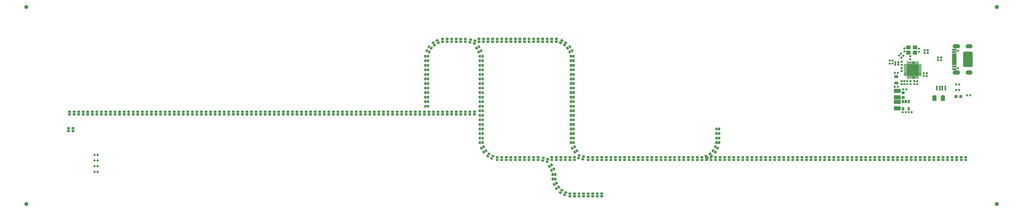
<source format=gbr>
%TF.GenerationSoftware,KiCad,Pcbnew,9.0.1*%
%TF.CreationDate,2025-04-04T16:59:33+13:00*%
%TF.ProjectId,Auckland-LED-Train-Map,4175636b-6c61-46e6-942d-4c45442d5472,rev?*%
%TF.SameCoordinates,Original*%
%TF.FileFunction,Soldermask,Top*%
%TF.FilePolarity,Negative*%
%FSLAX46Y46*%
G04 Gerber Fmt 4.6, Leading zero omitted, Abs format (unit mm)*
G04 Created by KiCad (PCBNEW 9.0.1) date 2025-04-04 16:59:33*
%MOMM*%
%LPD*%
G01*
G04 APERTURE LIST*
G04 APERTURE END LIST*
G36*
X-14811896Y-29379903D02*
G01*
X-14694535Y-29428515D01*
X-14588913Y-29499089D01*
X-14499089Y-29588913D01*
X-14428515Y-29694535D01*
X-14379903Y-29811896D01*
X-14355120Y-29936485D01*
X-14355120Y-30063515D01*
X-14379903Y-30188104D01*
X-14428515Y-30305465D01*
X-14499089Y-30411087D01*
X-14588913Y-30500911D01*
X-14694535Y-30571485D01*
X-14811896Y-30620097D01*
X-14936485Y-30644880D01*
X-15063515Y-30644880D01*
X-15188104Y-30620097D01*
X-15305465Y-30571485D01*
X-15411087Y-30500911D01*
X-15500911Y-30411087D01*
X-15571485Y-30305465D01*
X-15620097Y-30188104D01*
X-15644880Y-30063515D01*
X-15644880Y-29936485D01*
X-15620097Y-29811896D01*
X-15571485Y-29694535D01*
X-15500911Y-29588913D01*
X-15411087Y-29499089D01*
X-15305465Y-29428515D01*
X-15188104Y-29379903D01*
X-15063515Y-29355120D01*
X-14936485Y-29355120D01*
X-14811896Y-29379903D01*
G37*
G36*
X305188104Y-29379903D02*
G01*
X305305465Y-29428515D01*
X305411087Y-29499089D01*
X305500911Y-29588913D01*
X305571485Y-29694535D01*
X305620097Y-29811896D01*
X305644880Y-29936485D01*
X305644880Y-30063515D01*
X305620097Y-30188104D01*
X305571485Y-30305465D01*
X305500911Y-30411087D01*
X305411087Y-30500911D01*
X305305465Y-30571485D01*
X305188104Y-30620097D01*
X305063515Y-30644880D01*
X304936485Y-30644880D01*
X304811896Y-30620097D01*
X304694535Y-30571485D01*
X304588913Y-30500911D01*
X304499089Y-30411087D01*
X304428515Y-30305465D01*
X304379903Y-30188104D01*
X304355120Y-30063515D01*
X304355120Y-29936485D01*
X304379903Y-29811896D01*
X304428515Y-29694535D01*
X304499089Y-29588913D01*
X304588913Y-29499089D01*
X304694535Y-29428515D01*
X304811896Y-29379903D01*
X304936485Y-29355120D01*
X305063515Y-29355120D01*
X305188104Y-29379903D01*
G37*
G36*
X164669134Y-27078806D02*
G01*
X164685355Y-27089645D01*
X164696194Y-27105866D01*
X164700000Y-27125000D01*
X164700000Y-27775000D01*
X164696194Y-27794134D01*
X164685355Y-27810355D01*
X164669134Y-27821194D01*
X164650000Y-27825000D01*
X163850000Y-27825000D01*
X163830866Y-27821194D01*
X163814645Y-27810355D01*
X163803806Y-27794134D01*
X163800000Y-27775000D01*
X163800000Y-27125000D01*
X163803806Y-27105866D01*
X163814645Y-27089645D01*
X163830866Y-27078806D01*
X163850000Y-27075000D01*
X164650000Y-27075000D01*
X164669134Y-27078806D01*
G37*
G36*
X166169134Y-27078806D02*
G01*
X166185355Y-27089645D01*
X166196194Y-27105866D01*
X166200000Y-27125000D01*
X166200000Y-27775000D01*
X166196194Y-27794134D01*
X166185355Y-27810355D01*
X166169134Y-27821194D01*
X166150000Y-27825000D01*
X165350000Y-27825000D01*
X165330866Y-27821194D01*
X165314645Y-27810355D01*
X165303806Y-27794134D01*
X165300000Y-27775000D01*
X165300000Y-27125000D01*
X165303806Y-27105866D01*
X165314645Y-27089645D01*
X165330866Y-27078806D01*
X165350000Y-27075000D01*
X166150000Y-27075000D01*
X166169134Y-27078806D01*
G37*
G36*
X167669134Y-27078806D02*
G01*
X167685355Y-27089645D01*
X167696194Y-27105866D01*
X167700000Y-27125000D01*
X167700000Y-27775000D01*
X167696194Y-27794134D01*
X167685355Y-27810355D01*
X167669134Y-27821194D01*
X167650000Y-27825000D01*
X166850000Y-27825000D01*
X166830866Y-27821194D01*
X166814645Y-27810355D01*
X166803806Y-27794134D01*
X166800000Y-27775000D01*
X166800000Y-27125000D01*
X166803806Y-27105866D01*
X166814645Y-27089645D01*
X166830866Y-27078806D01*
X166850000Y-27075000D01*
X167650000Y-27075000D01*
X167669134Y-27078806D01*
G37*
G36*
X169169134Y-27078806D02*
G01*
X169185355Y-27089645D01*
X169196194Y-27105866D01*
X169200000Y-27125000D01*
X169200000Y-27775000D01*
X169196194Y-27794134D01*
X169185355Y-27810355D01*
X169169134Y-27821194D01*
X169150000Y-27825000D01*
X168350000Y-27825000D01*
X168330866Y-27821194D01*
X168314645Y-27810355D01*
X168303806Y-27794134D01*
X168300000Y-27775000D01*
X168300000Y-27125000D01*
X168303806Y-27105866D01*
X168314645Y-27089645D01*
X168330866Y-27078806D01*
X168350000Y-27075000D01*
X169150000Y-27075000D01*
X169169134Y-27078806D01*
G37*
G36*
X170669134Y-27078806D02*
G01*
X170685355Y-27089645D01*
X170696194Y-27105866D01*
X170700000Y-27125000D01*
X170700000Y-27775000D01*
X170696194Y-27794134D01*
X170685355Y-27810355D01*
X170669134Y-27821194D01*
X170650000Y-27825000D01*
X169850000Y-27825000D01*
X169830866Y-27821194D01*
X169814645Y-27810355D01*
X169803806Y-27794134D01*
X169800000Y-27775000D01*
X169800000Y-27125000D01*
X169803806Y-27105866D01*
X169814645Y-27089645D01*
X169830866Y-27078806D01*
X169850000Y-27075000D01*
X170650000Y-27075000D01*
X170669134Y-27078806D01*
G37*
G36*
X172169134Y-27078806D02*
G01*
X172185355Y-27089645D01*
X172196194Y-27105866D01*
X172200000Y-27125000D01*
X172200000Y-27775000D01*
X172196194Y-27794134D01*
X172185355Y-27810355D01*
X172169134Y-27821194D01*
X172150000Y-27825000D01*
X171350000Y-27825000D01*
X171330866Y-27821194D01*
X171314645Y-27810355D01*
X171303806Y-27794134D01*
X171300000Y-27775000D01*
X171300000Y-27125000D01*
X171303806Y-27105866D01*
X171314645Y-27089645D01*
X171330866Y-27078806D01*
X171350000Y-27075000D01*
X172150000Y-27075000D01*
X172169134Y-27078806D01*
G37*
G36*
X173669134Y-27078806D02*
G01*
X173685355Y-27089645D01*
X173696194Y-27105866D01*
X173700000Y-27125000D01*
X173700000Y-27775000D01*
X173696194Y-27794134D01*
X173685355Y-27810355D01*
X173669134Y-27821194D01*
X173650000Y-27825000D01*
X172850000Y-27825000D01*
X172830866Y-27821194D01*
X172814645Y-27810355D01*
X172803806Y-27794134D01*
X172800000Y-27775000D01*
X172800000Y-27125000D01*
X172803806Y-27105866D01*
X172814645Y-27089645D01*
X172830866Y-27078806D01*
X172850000Y-27075000D01*
X173650000Y-27075000D01*
X173669134Y-27078806D01*
G37*
G36*
X175169134Y-27078806D02*
G01*
X175185355Y-27089645D01*
X175196194Y-27105866D01*
X175200000Y-27125000D01*
X175200000Y-27775000D01*
X175196194Y-27794134D01*
X175185355Y-27810355D01*
X175169134Y-27821194D01*
X175150000Y-27825000D01*
X174350000Y-27825000D01*
X174330866Y-27821194D01*
X174314645Y-27810355D01*
X174303806Y-27794134D01*
X174300000Y-27775000D01*
X174300000Y-27125000D01*
X174303806Y-27105866D01*
X174314645Y-27089645D01*
X174330866Y-27078806D01*
X174350000Y-27075000D01*
X175150000Y-27075000D01*
X175169134Y-27078806D01*
G37*
G36*
X162265609Y-26436103D02*
G01*
X162958429Y-26836103D01*
X162973097Y-26848967D01*
X162981725Y-26866464D01*
X162983001Y-26885931D01*
X162976730Y-26904405D01*
X162651730Y-27467321D01*
X162638867Y-27481989D01*
X162621370Y-27490617D01*
X162601903Y-27491893D01*
X162583429Y-27485623D01*
X161890609Y-27085623D01*
X161875941Y-27072759D01*
X161867313Y-27055262D01*
X161866037Y-27035795D01*
X161872308Y-27017321D01*
X161875506Y-27011780D01*
X161875508Y-27011777D01*
X162194105Y-26459950D01*
X162194109Y-26459944D01*
X162197308Y-26454405D01*
X162210171Y-26439737D01*
X162227668Y-26431109D01*
X162247135Y-26429833D01*
X162265609Y-26436103D01*
G37*
G36*
X164669134Y-26178806D02*
G01*
X164685355Y-26189645D01*
X164696194Y-26205866D01*
X164700000Y-26225000D01*
X164700000Y-26875000D01*
X164696194Y-26894134D01*
X164685355Y-26910355D01*
X164669134Y-26921194D01*
X164650000Y-26925000D01*
X163850000Y-26925000D01*
X163830866Y-26921194D01*
X163814645Y-26910355D01*
X163803806Y-26894134D01*
X163800000Y-26875000D01*
X163800000Y-26225000D01*
X163803806Y-26205866D01*
X163814645Y-26189645D01*
X163830866Y-26178806D01*
X163850000Y-26175000D01*
X164650000Y-26175000D01*
X164669134Y-26178806D01*
G37*
G36*
X166169134Y-26178806D02*
G01*
X166185355Y-26189645D01*
X166196194Y-26205866D01*
X166200000Y-26225000D01*
X166200000Y-26875000D01*
X166196194Y-26894134D01*
X166185355Y-26910355D01*
X166169134Y-26921194D01*
X166150000Y-26925000D01*
X165350000Y-26925000D01*
X165330866Y-26921194D01*
X165314645Y-26910355D01*
X165303806Y-26894134D01*
X165300000Y-26875000D01*
X165300000Y-26225000D01*
X165303806Y-26205866D01*
X165314645Y-26189645D01*
X165330866Y-26178806D01*
X165350000Y-26175000D01*
X166150000Y-26175000D01*
X166169134Y-26178806D01*
G37*
G36*
X167669134Y-26178806D02*
G01*
X167685355Y-26189645D01*
X167696194Y-26205866D01*
X167700000Y-26225000D01*
X167700000Y-26875000D01*
X167696194Y-26894134D01*
X167685355Y-26910355D01*
X167669134Y-26921194D01*
X167650000Y-26925000D01*
X166850000Y-26925000D01*
X166830866Y-26921194D01*
X166814645Y-26910355D01*
X166803806Y-26894134D01*
X166800000Y-26875000D01*
X166800000Y-26225000D01*
X166803806Y-26205866D01*
X166814645Y-26189645D01*
X166830866Y-26178806D01*
X166850000Y-26175000D01*
X167650000Y-26175000D01*
X167669134Y-26178806D01*
G37*
G36*
X169169134Y-26178806D02*
G01*
X169185355Y-26189645D01*
X169196194Y-26205866D01*
X169200000Y-26225000D01*
X169200000Y-26875000D01*
X169196194Y-26894134D01*
X169185355Y-26910355D01*
X169169134Y-26921194D01*
X169150000Y-26925000D01*
X168350000Y-26925000D01*
X168330866Y-26921194D01*
X168314645Y-26910355D01*
X168303806Y-26894134D01*
X168300000Y-26875000D01*
X168300000Y-26225000D01*
X168303806Y-26205866D01*
X168314645Y-26189645D01*
X168330866Y-26178806D01*
X168350000Y-26175000D01*
X169150000Y-26175000D01*
X169169134Y-26178806D01*
G37*
G36*
X170669134Y-26178806D02*
G01*
X170685355Y-26189645D01*
X170696194Y-26205866D01*
X170700000Y-26225000D01*
X170700000Y-26875000D01*
X170696194Y-26894134D01*
X170685355Y-26910355D01*
X170669134Y-26921194D01*
X170650000Y-26925000D01*
X169850000Y-26925000D01*
X169830866Y-26921194D01*
X169814645Y-26910355D01*
X169803806Y-26894134D01*
X169800000Y-26875000D01*
X169800000Y-26225000D01*
X169803806Y-26205866D01*
X169814645Y-26189645D01*
X169830866Y-26178806D01*
X169850000Y-26175000D01*
X170650000Y-26175000D01*
X170669134Y-26178806D01*
G37*
G36*
X172169134Y-26178806D02*
G01*
X172185355Y-26189645D01*
X172196194Y-26205866D01*
X172200000Y-26225000D01*
X172200000Y-26875000D01*
X172196194Y-26894134D01*
X172185355Y-26910355D01*
X172169134Y-26921194D01*
X172150000Y-26925000D01*
X171350000Y-26925000D01*
X171330866Y-26921194D01*
X171314645Y-26910355D01*
X171303806Y-26894134D01*
X171300000Y-26875000D01*
X171300000Y-26225000D01*
X171303806Y-26205866D01*
X171314645Y-26189645D01*
X171330866Y-26178806D01*
X171350000Y-26175000D01*
X172150000Y-26175000D01*
X172169134Y-26178806D01*
G37*
G36*
X173669134Y-26178806D02*
G01*
X173685355Y-26189645D01*
X173696194Y-26205866D01*
X173700000Y-26225000D01*
X173700000Y-26875000D01*
X173696194Y-26894134D01*
X173685355Y-26910355D01*
X173669134Y-26921194D01*
X173650000Y-26925000D01*
X172850000Y-26925000D01*
X172830866Y-26921194D01*
X172814645Y-26910355D01*
X172803806Y-26894134D01*
X172800000Y-26875000D01*
X172800000Y-26225000D01*
X172803806Y-26205866D01*
X172814645Y-26189645D01*
X172830866Y-26178806D01*
X172850000Y-26175000D01*
X173650000Y-26175000D01*
X173669134Y-26178806D01*
G37*
G36*
X175169134Y-26178806D02*
G01*
X175185355Y-26189645D01*
X175196194Y-26205866D01*
X175200000Y-26225000D01*
X175200000Y-26875000D01*
X175196194Y-26894134D01*
X175185355Y-26910355D01*
X175169134Y-26921194D01*
X175150000Y-26925000D01*
X174350000Y-26925000D01*
X174330866Y-26921194D01*
X174314645Y-26910355D01*
X174303806Y-26894134D01*
X174300000Y-26875000D01*
X174300000Y-26225000D01*
X174303806Y-26205866D01*
X174314645Y-26189645D01*
X174330866Y-26178806D01*
X174350000Y-26175000D01*
X175150000Y-26175000D01*
X175169134Y-26178806D01*
G37*
G36*
X160966571Y-25686103D02*
G01*
X161659391Y-26086103D01*
X161674059Y-26098967D01*
X161682687Y-26116464D01*
X161683963Y-26135931D01*
X161677692Y-26154405D01*
X161352692Y-26717321D01*
X161339829Y-26731989D01*
X161322332Y-26740617D01*
X161302865Y-26741893D01*
X161284391Y-26735623D01*
X160591571Y-26335623D01*
X160576903Y-26322759D01*
X160568275Y-26305262D01*
X160566999Y-26285795D01*
X160573270Y-26267321D01*
X160576468Y-26261780D01*
X160576470Y-26261777D01*
X160895067Y-25709950D01*
X160895071Y-25709944D01*
X160898270Y-25704405D01*
X160911133Y-25689737D01*
X160928630Y-25681109D01*
X160948097Y-25679833D01*
X160966571Y-25686103D01*
G37*
G36*
X162715609Y-25656681D02*
G01*
X163408429Y-26056681D01*
X163423097Y-26069545D01*
X163431725Y-26087042D01*
X163433001Y-26106509D01*
X163426730Y-26124983D01*
X163101730Y-26687899D01*
X163088867Y-26702567D01*
X163071370Y-26711195D01*
X163051903Y-26712471D01*
X163033429Y-26706201D01*
X162340609Y-26306201D01*
X162325941Y-26293337D01*
X162317313Y-26275840D01*
X162316037Y-26256373D01*
X162322308Y-26237899D01*
X162325506Y-26232358D01*
X162325508Y-26232355D01*
X162644105Y-25680528D01*
X162644109Y-25680522D01*
X162647308Y-25674983D01*
X162660171Y-25660315D01*
X162677668Y-25651687D01*
X162697135Y-25650411D01*
X162715609Y-25656681D01*
G37*
G36*
X161416571Y-24906681D02*
G01*
X162109391Y-25306681D01*
X162124059Y-25319545D01*
X162132687Y-25337042D01*
X162133963Y-25356509D01*
X162127692Y-25374983D01*
X161802692Y-25937899D01*
X161789829Y-25952567D01*
X161772332Y-25961195D01*
X161752865Y-25962471D01*
X161734391Y-25956201D01*
X161041571Y-25556201D01*
X161026903Y-25543337D01*
X161018275Y-25525840D01*
X161016999Y-25506373D01*
X161023270Y-25487899D01*
X161026468Y-25482358D01*
X161026470Y-25482355D01*
X161345067Y-24930528D01*
X161345071Y-24930522D01*
X161348270Y-24924983D01*
X161361133Y-24910315D01*
X161378630Y-24901687D01*
X161398097Y-24900411D01*
X161416571Y-24906681D01*
G37*
G36*
X159883536Y-24317313D02*
G01*
X159901033Y-24325941D01*
X159913897Y-24340609D01*
X160313897Y-25033429D01*
X160320167Y-25051903D01*
X160318891Y-25071370D01*
X160310263Y-25088867D01*
X160295595Y-25101730D01*
X159732679Y-25426730D01*
X159714205Y-25433001D01*
X159694738Y-25431725D01*
X159677241Y-25423097D01*
X159664377Y-25408429D01*
X159264377Y-24715609D01*
X159258107Y-24697135D01*
X159259383Y-24677668D01*
X159268011Y-24660171D01*
X159282679Y-24647308D01*
X159361033Y-24602070D01*
X159840051Y-24325508D01*
X159840054Y-24325506D01*
X159845595Y-24322308D01*
X159864069Y-24316037D01*
X159883536Y-24317313D01*
G37*
G36*
X160662958Y-23867313D02*
G01*
X160680455Y-23875941D01*
X160693319Y-23890609D01*
X161093319Y-24583429D01*
X161099589Y-24601903D01*
X161098313Y-24621370D01*
X161089685Y-24638867D01*
X161075017Y-24651730D01*
X160512101Y-24976730D01*
X160493627Y-24983001D01*
X160474160Y-24981725D01*
X160456663Y-24973097D01*
X160443799Y-24958429D01*
X160043799Y-24265609D01*
X160037529Y-24247135D01*
X160038805Y-24227668D01*
X160047433Y-24210171D01*
X160062101Y-24197308D01*
X160067645Y-24194107D01*
X160619473Y-23875508D01*
X160619476Y-23875506D01*
X160625017Y-23872308D01*
X160643491Y-23866037D01*
X160662958Y-23867313D01*
G37*
G36*
X159133536Y-23018275D02*
G01*
X159151033Y-23026903D01*
X159163897Y-23041571D01*
X159563897Y-23734391D01*
X159570167Y-23752865D01*
X159568891Y-23772332D01*
X159560263Y-23789829D01*
X159545595Y-23802692D01*
X158982679Y-24127692D01*
X158964205Y-24133963D01*
X158944738Y-24132687D01*
X158927241Y-24124059D01*
X158914377Y-24109391D01*
X158514377Y-23416571D01*
X158508107Y-23398097D01*
X158509383Y-23378630D01*
X158518011Y-23361133D01*
X158532679Y-23348270D01*
X158611033Y-23303032D01*
X159090051Y-23026470D01*
X159090054Y-23026468D01*
X159095595Y-23023270D01*
X159114069Y-23016999D01*
X159133536Y-23018275D01*
G37*
G36*
X159912958Y-22568275D02*
G01*
X159930455Y-22576903D01*
X159943319Y-22591571D01*
X160343319Y-23284391D01*
X160349589Y-23302865D01*
X160348313Y-23322332D01*
X160339685Y-23339829D01*
X160325017Y-23352692D01*
X159762101Y-23677692D01*
X159743627Y-23683963D01*
X159724160Y-23682687D01*
X159706663Y-23674059D01*
X159693799Y-23659391D01*
X159293799Y-22966571D01*
X159287529Y-22948097D01*
X159288805Y-22928630D01*
X159297433Y-22911133D01*
X159312101Y-22898270D01*
X159317645Y-22895069D01*
X159869473Y-22576470D01*
X159869476Y-22576468D01*
X159875017Y-22573270D01*
X159893491Y-22566999D01*
X159912958Y-22568275D01*
G37*
G36*
X158894134Y-21303806D02*
G01*
X158910355Y-21314645D01*
X158921194Y-21330866D01*
X158925000Y-21350000D01*
X158925000Y-22150000D01*
X158921194Y-22169134D01*
X158910355Y-22185355D01*
X158894134Y-22196194D01*
X158875000Y-22200000D01*
X158225000Y-22200000D01*
X158205866Y-22196194D01*
X158189645Y-22185355D01*
X158178806Y-22169134D01*
X158175000Y-22150000D01*
X158175000Y-21350000D01*
X158178806Y-21330866D01*
X158189645Y-21314645D01*
X158205866Y-21303806D01*
X158225000Y-21300000D01*
X158875000Y-21300000D01*
X158894134Y-21303806D01*
G37*
G36*
X159794134Y-21303806D02*
G01*
X159810355Y-21314645D01*
X159821194Y-21330866D01*
X159825000Y-21350000D01*
X159825000Y-22150000D01*
X159821194Y-22169134D01*
X159810355Y-22185355D01*
X159794134Y-22196194D01*
X159775000Y-22200000D01*
X159125000Y-22200000D01*
X159105866Y-22196194D01*
X159089645Y-22185355D01*
X159078806Y-22169134D01*
X159075000Y-22150000D01*
X159075000Y-21350000D01*
X159078806Y-21330866D01*
X159089645Y-21314645D01*
X159105866Y-21303806D01*
X159125000Y-21300000D01*
X159775000Y-21300000D01*
X159794134Y-21303806D01*
G37*
G36*
X158894134Y-19803806D02*
G01*
X158910355Y-19814645D01*
X158921194Y-19830866D01*
X158925000Y-19850000D01*
X158925000Y-20650000D01*
X158921194Y-20669134D01*
X158910355Y-20685355D01*
X158894134Y-20696194D01*
X158875000Y-20700000D01*
X158225000Y-20700000D01*
X158205866Y-20696194D01*
X158189645Y-20685355D01*
X158178806Y-20669134D01*
X158175000Y-20650000D01*
X158175000Y-19850000D01*
X158178806Y-19830866D01*
X158189645Y-19814645D01*
X158205866Y-19803806D01*
X158225000Y-19800000D01*
X158875000Y-19800000D01*
X158894134Y-19803806D01*
G37*
G36*
X159794134Y-19803806D02*
G01*
X159810355Y-19814645D01*
X159821194Y-19830866D01*
X159825000Y-19850000D01*
X159825000Y-20650000D01*
X159821194Y-20669134D01*
X159810355Y-20685355D01*
X159794134Y-20696194D01*
X159775000Y-20700000D01*
X159125000Y-20700000D01*
X159105866Y-20696194D01*
X159089645Y-20685355D01*
X159078806Y-20669134D01*
X159075000Y-20650000D01*
X159075000Y-19850000D01*
X159078806Y-19830866D01*
X159089645Y-19814645D01*
X159105866Y-19803806D01*
X159125000Y-19800000D01*
X159775000Y-19800000D01*
X159794134Y-19803806D01*
G37*
G36*
X7708118Y-19015549D02*
G01*
X7765865Y-19054135D01*
X7804451Y-19111882D01*
X7818000Y-19180000D01*
X7818000Y-19520000D01*
X7804451Y-19588118D01*
X7765865Y-19645865D01*
X7708118Y-19684451D01*
X7640000Y-19698000D01*
X7360000Y-19698000D01*
X7291882Y-19684451D01*
X7234135Y-19645865D01*
X7195549Y-19588118D01*
X7182000Y-19520000D01*
X7182000Y-19180000D01*
X7195549Y-19111882D01*
X7234135Y-19054135D01*
X7291882Y-19015549D01*
X7360000Y-19002000D01*
X7640000Y-19002000D01*
X7708118Y-19015549D01*
G37*
G36*
X8708118Y-19015549D02*
G01*
X8765865Y-19054135D01*
X8804451Y-19111882D01*
X8818000Y-19180000D01*
X8818000Y-19520000D01*
X8804451Y-19588118D01*
X8765865Y-19645865D01*
X8708118Y-19684451D01*
X8640000Y-19698000D01*
X8360000Y-19698000D01*
X8291882Y-19684451D01*
X8234135Y-19645865D01*
X8195549Y-19588118D01*
X8182000Y-19520000D01*
X8182000Y-19180000D01*
X8195549Y-19111882D01*
X8234135Y-19054135D01*
X8291882Y-19015549D01*
X8360000Y-19002000D01*
X8640000Y-19002000D01*
X8708118Y-19015549D01*
G37*
G36*
X158275840Y-18317313D02*
G01*
X158293337Y-18325941D01*
X158306201Y-18340609D01*
X158706201Y-19033429D01*
X158712471Y-19051903D01*
X158711195Y-19071370D01*
X158702567Y-19088867D01*
X158687899Y-19101730D01*
X158124983Y-19426730D01*
X158106509Y-19433001D01*
X158087042Y-19431725D01*
X158069545Y-19423097D01*
X158056681Y-19408429D01*
X157656681Y-18715609D01*
X157650411Y-18697135D01*
X157651687Y-18677668D01*
X157660315Y-18660171D01*
X157674983Y-18647308D01*
X157753337Y-18602070D01*
X158232355Y-18325508D01*
X158232358Y-18325506D01*
X158237899Y-18322308D01*
X158256373Y-18316037D01*
X158275840Y-18317313D01*
G37*
G36*
X159055262Y-17867313D02*
G01*
X159072759Y-17875941D01*
X159085623Y-17890609D01*
X159485623Y-18583429D01*
X159491893Y-18601903D01*
X159490617Y-18621370D01*
X159481989Y-18638867D01*
X159467321Y-18651730D01*
X158904405Y-18976730D01*
X158885931Y-18983001D01*
X158866464Y-18981725D01*
X158848967Y-18973097D01*
X158836103Y-18958429D01*
X158436103Y-18265609D01*
X158429833Y-18247135D01*
X158431109Y-18227668D01*
X158439737Y-18210171D01*
X158454405Y-18197308D01*
X158459949Y-18194107D01*
X159011777Y-17875508D01*
X159011780Y-17875506D01*
X159017321Y-17872308D01*
X159035795Y-17866037D01*
X159055262Y-17867313D01*
G37*
G36*
X157525840Y-17018275D02*
G01*
X157543337Y-17026903D01*
X157556201Y-17041571D01*
X157956201Y-17734391D01*
X157962471Y-17752865D01*
X157961195Y-17772332D01*
X157952567Y-17789829D01*
X157937899Y-17802692D01*
X157374983Y-18127692D01*
X157356509Y-18133963D01*
X157337042Y-18132687D01*
X157319545Y-18124059D01*
X157306681Y-18109391D01*
X156906681Y-17416571D01*
X156900411Y-17398097D01*
X156901687Y-17378630D01*
X156910315Y-17361133D01*
X156924983Y-17348270D01*
X156940949Y-17339052D01*
X157482355Y-17026470D01*
X157482358Y-17026468D01*
X157487899Y-17023270D01*
X157506373Y-17016999D01*
X157525840Y-17018275D01*
G37*
G36*
X7708118Y-17165549D02*
G01*
X7765865Y-17204135D01*
X7804451Y-17261882D01*
X7818000Y-17330000D01*
X7818000Y-17670000D01*
X7804451Y-17738118D01*
X7765865Y-17795865D01*
X7708118Y-17834451D01*
X7640000Y-17848000D01*
X7360000Y-17848000D01*
X7291882Y-17834451D01*
X7234135Y-17795865D01*
X7195549Y-17738118D01*
X7182000Y-17670000D01*
X7182000Y-17330000D01*
X7195549Y-17261882D01*
X7234135Y-17204135D01*
X7291882Y-17165549D01*
X7360000Y-17152000D01*
X7640000Y-17152000D01*
X7708118Y-17165549D01*
G37*
G36*
X8708118Y-17165549D02*
G01*
X8765865Y-17204135D01*
X8804451Y-17261882D01*
X8818000Y-17330000D01*
X8818000Y-17670000D01*
X8804451Y-17738118D01*
X8765865Y-17795865D01*
X8708118Y-17834451D01*
X8640000Y-17848000D01*
X8360000Y-17848000D01*
X8291882Y-17834451D01*
X8234135Y-17795865D01*
X8195549Y-17738118D01*
X8182000Y-17670000D01*
X8182000Y-17330000D01*
X8195549Y-17261882D01*
X8234135Y-17204135D01*
X8291882Y-17165549D01*
X8360000Y-17152000D01*
X8640000Y-17152000D01*
X8708118Y-17165549D01*
G37*
G36*
X158305262Y-16568275D02*
G01*
X158322759Y-16576903D01*
X158335623Y-16591571D01*
X158735623Y-17284391D01*
X158741893Y-17302865D01*
X158740617Y-17322332D01*
X158731989Y-17339829D01*
X158717321Y-17352692D01*
X158154405Y-17677692D01*
X158135931Y-17683963D01*
X158116464Y-17682687D01*
X158098967Y-17674059D01*
X158086103Y-17659391D01*
X157686103Y-16966571D01*
X157679833Y-16948097D01*
X157681109Y-16928630D01*
X157689737Y-16911133D01*
X157704405Y-16898270D01*
X157709949Y-16895069D01*
X158261777Y-16576470D01*
X158261780Y-16576468D01*
X158267321Y-16573270D01*
X158285795Y-16566999D01*
X158305262Y-16568275D01*
G37*
G36*
X156576105Y-15613628D02*
G01*
X156581455Y-15613979D01*
X156748636Y-15658775D01*
X157036637Y-15735944D01*
X157036641Y-15735945D01*
X157040270Y-15736918D01*
X157045079Y-15739289D01*
X157083467Y-15754503D01*
X157095401Y-15764106D01*
X157114632Y-15773590D01*
X157132483Y-15793946D01*
X157145787Y-15804651D01*
X157153331Y-15817717D01*
X157169301Y-15835928D01*
X157177086Y-15858863D01*
X157184628Y-15871926D01*
X157187246Y-15888794D01*
X157195952Y-15914441D01*
X157194549Y-15935842D01*
X157196899Y-15950978D01*
X157190881Y-15991815D01*
X157190530Y-15997177D01*
X157106414Y-16311103D01*
X157104036Y-16315923D01*
X157088829Y-16354299D01*
X157079227Y-16366231D01*
X157069742Y-16385465D01*
X157049382Y-16403319D01*
X157038680Y-16416620D01*
X157025616Y-16424162D01*
X157007404Y-16440134D01*
X156984466Y-16447920D01*
X156971405Y-16455461D01*
X156954537Y-16458079D01*
X156928891Y-16466785D01*
X156907489Y-16465382D01*
X156892353Y-16467732D01*
X156851514Y-16461714D01*
X156846155Y-16461363D01*
X156387340Y-16338424D01*
X156382524Y-16336049D01*
X156344142Y-16320838D01*
X156332209Y-16311236D01*
X156312978Y-16301752D01*
X156295125Y-16281395D01*
X156281822Y-16270690D01*
X156274277Y-16257622D01*
X156258309Y-16239414D01*
X156250524Y-16216480D01*
X156242981Y-16203415D01*
X156240361Y-16186542D01*
X156231658Y-16160901D01*
X156233060Y-16139503D01*
X156230710Y-16124363D01*
X156236729Y-16083512D01*
X156237080Y-16078165D01*
X156272771Y-15944964D01*
X156320223Y-15767869D01*
X156320224Y-15767866D01*
X156321196Y-15764239D01*
X156323566Y-15759433D01*
X156338780Y-15721042D01*
X156348385Y-15709104D01*
X156357868Y-15689877D01*
X156378221Y-15672027D01*
X156388929Y-15658721D01*
X156401999Y-15651174D01*
X156420206Y-15635208D01*
X156443137Y-15627424D01*
X156456204Y-15619880D01*
X156473078Y-15617260D01*
X156498719Y-15608557D01*
X156520115Y-15609959D01*
X156535256Y-15607609D01*
X156576105Y-15613628D01*
G37*
G36*
X155127216Y-15225399D02*
G01*
X155132566Y-15225750D01*
X155332678Y-15279369D01*
X155587748Y-15347715D01*
X155587752Y-15347716D01*
X155591381Y-15348689D01*
X155596190Y-15351060D01*
X155634578Y-15366274D01*
X155646512Y-15375877D01*
X155665743Y-15385361D01*
X155683594Y-15405717D01*
X155696898Y-15416422D01*
X155704442Y-15429488D01*
X155720412Y-15447699D01*
X155728197Y-15470634D01*
X155735739Y-15483697D01*
X155738357Y-15500565D01*
X155747063Y-15526212D01*
X155745660Y-15547613D01*
X155748010Y-15562749D01*
X155741992Y-15603586D01*
X155741641Y-15608948D01*
X155657525Y-15922874D01*
X155655147Y-15927694D01*
X155639940Y-15966070D01*
X155630338Y-15978002D01*
X155620853Y-15997236D01*
X155600493Y-16015090D01*
X155589791Y-16028391D01*
X155576727Y-16035933D01*
X155558515Y-16051905D01*
X155535577Y-16059691D01*
X155522516Y-16067232D01*
X155505648Y-16069850D01*
X155480002Y-16078556D01*
X155458600Y-16077153D01*
X155443464Y-16079503D01*
X155402625Y-16073485D01*
X155397266Y-16073134D01*
X154938451Y-15950195D01*
X154933635Y-15947820D01*
X154895253Y-15932609D01*
X154883320Y-15923007D01*
X154864089Y-15913523D01*
X154846236Y-15893166D01*
X154832933Y-15882461D01*
X154825388Y-15869393D01*
X154809420Y-15851185D01*
X154801635Y-15828251D01*
X154794092Y-15815186D01*
X154791472Y-15798313D01*
X154782769Y-15772672D01*
X154784171Y-15751274D01*
X154781821Y-15736134D01*
X154787840Y-15695283D01*
X154788191Y-15689936D01*
X154829299Y-15536519D01*
X154871334Y-15379640D01*
X154871335Y-15379637D01*
X154872307Y-15376010D01*
X154874677Y-15371204D01*
X154889891Y-15332813D01*
X154899496Y-15320875D01*
X154908979Y-15301648D01*
X154929332Y-15283798D01*
X154940040Y-15270492D01*
X154953110Y-15262945D01*
X154971317Y-15246979D01*
X154994248Y-15239195D01*
X155007315Y-15231651D01*
X155024189Y-15229031D01*
X155049830Y-15220328D01*
X155071226Y-15221730D01*
X155086367Y-15219380D01*
X155127216Y-15225399D01*
G37*
G36*
X7708118Y-15315549D02*
G01*
X7765865Y-15354135D01*
X7804451Y-15411882D01*
X7818000Y-15480000D01*
X7818000Y-15820000D01*
X7804451Y-15888118D01*
X7765865Y-15945865D01*
X7708118Y-15984451D01*
X7640000Y-15998000D01*
X7360000Y-15998000D01*
X7291882Y-15984451D01*
X7234135Y-15945865D01*
X7195549Y-15888118D01*
X7182000Y-15820000D01*
X7182000Y-15480000D01*
X7195549Y-15411882D01*
X7234135Y-15354135D01*
X7291882Y-15315549D01*
X7360000Y-15302000D01*
X7640000Y-15302000D01*
X7708118Y-15315549D01*
G37*
G36*
X8708118Y-15315549D02*
G01*
X8765865Y-15354135D01*
X8804451Y-15411882D01*
X8818000Y-15480000D01*
X8818000Y-15820000D01*
X8804451Y-15888118D01*
X8765865Y-15945865D01*
X8708118Y-15984451D01*
X8640000Y-15998000D01*
X8360000Y-15998000D01*
X8291882Y-15984451D01*
X8234135Y-15945865D01*
X8195549Y-15888118D01*
X8182000Y-15820000D01*
X8182000Y-15480000D01*
X8195549Y-15411882D01*
X8234135Y-15354135D01*
X8291882Y-15315549D01*
X8360000Y-15302000D01*
X8640000Y-15302000D01*
X8708118Y-15315549D01*
G37*
G36*
X140492758Y-15076046D02*
G01*
X140533775Y-15080804D01*
X140547791Y-15086993D01*
X140568820Y-15091176D01*
X140591333Y-15106218D01*
X140606956Y-15113117D01*
X140617625Y-15123786D01*
X140637760Y-15137240D01*
X140651213Y-15157374D01*
X140661882Y-15168043D01*
X140668779Y-15183664D01*
X140683824Y-15206180D01*
X140688007Y-15227210D01*
X140694195Y-15241224D01*
X140698951Y-15282230D01*
X140700000Y-15287500D01*
X140700000Y-15612500D01*
X140698951Y-15617770D01*
X140694195Y-15658775D01*
X140688007Y-15672787D01*
X140683824Y-15693820D01*
X140668778Y-15716337D01*
X140661882Y-15731956D01*
X140651215Y-15742622D01*
X140637760Y-15762760D01*
X140617622Y-15776215D01*
X140606956Y-15786882D01*
X140591337Y-15793778D01*
X140568820Y-15808824D01*
X140547787Y-15813007D01*
X140533775Y-15819195D01*
X140492770Y-15823951D01*
X140487500Y-15825000D01*
X140012500Y-15825000D01*
X140007230Y-15823951D01*
X139966224Y-15819195D01*
X139952210Y-15813007D01*
X139931180Y-15808824D01*
X139908664Y-15793779D01*
X139893043Y-15786882D01*
X139882374Y-15776213D01*
X139862240Y-15762760D01*
X139848786Y-15742625D01*
X139838117Y-15731956D01*
X139831218Y-15716333D01*
X139816176Y-15693820D01*
X139811993Y-15672791D01*
X139805804Y-15658775D01*
X139801046Y-15617758D01*
X139800000Y-15612500D01*
X139800000Y-15287500D01*
X139801045Y-15282242D01*
X139805804Y-15241224D01*
X139811993Y-15227206D01*
X139816176Y-15206180D01*
X139831217Y-15183668D01*
X139838117Y-15168043D01*
X139848788Y-15157371D01*
X139862240Y-15137240D01*
X139882371Y-15123788D01*
X139893043Y-15113117D01*
X139908668Y-15106217D01*
X139931180Y-15091176D01*
X139952206Y-15086993D01*
X139966224Y-15080804D01*
X140007242Y-15076045D01*
X140012500Y-15075000D01*
X140487500Y-15075000D01*
X140492758Y-15076046D01*
G37*
G36*
X141992758Y-15076046D02*
G01*
X142033775Y-15080804D01*
X142047791Y-15086993D01*
X142068820Y-15091176D01*
X142091333Y-15106218D01*
X142106956Y-15113117D01*
X142117625Y-15123786D01*
X142137760Y-15137240D01*
X142151213Y-15157374D01*
X142161882Y-15168043D01*
X142168779Y-15183664D01*
X142183824Y-15206180D01*
X142188007Y-15227210D01*
X142194195Y-15241224D01*
X142198951Y-15282230D01*
X142200000Y-15287500D01*
X142200000Y-15612500D01*
X142198951Y-15617770D01*
X142194195Y-15658775D01*
X142188007Y-15672787D01*
X142183824Y-15693820D01*
X142168778Y-15716337D01*
X142161882Y-15731956D01*
X142151215Y-15742622D01*
X142137760Y-15762760D01*
X142117622Y-15776215D01*
X142106956Y-15786882D01*
X142091337Y-15793778D01*
X142068820Y-15808824D01*
X142047787Y-15813007D01*
X142033775Y-15819195D01*
X141992770Y-15823951D01*
X141987500Y-15825000D01*
X141512500Y-15825000D01*
X141507230Y-15823951D01*
X141466224Y-15819195D01*
X141452210Y-15813007D01*
X141431180Y-15808824D01*
X141408664Y-15793779D01*
X141393043Y-15786882D01*
X141382374Y-15776213D01*
X141362240Y-15762760D01*
X141348786Y-15742625D01*
X141338117Y-15731956D01*
X141331218Y-15716333D01*
X141316176Y-15693820D01*
X141311993Y-15672791D01*
X141305804Y-15658775D01*
X141301046Y-15617758D01*
X141300000Y-15612500D01*
X141300000Y-15287500D01*
X141301045Y-15282242D01*
X141305804Y-15241224D01*
X141311993Y-15227206D01*
X141316176Y-15206180D01*
X141331217Y-15183668D01*
X141338117Y-15168043D01*
X141348788Y-15157371D01*
X141362240Y-15137240D01*
X141382371Y-15123788D01*
X141393043Y-15113117D01*
X141408668Y-15106217D01*
X141431180Y-15091176D01*
X141452206Y-15086993D01*
X141466224Y-15080804D01*
X141507242Y-15076045D01*
X141512500Y-15075000D01*
X141987500Y-15075000D01*
X141992758Y-15076046D01*
G37*
G36*
X143492758Y-15076046D02*
G01*
X143533775Y-15080804D01*
X143547791Y-15086993D01*
X143568820Y-15091176D01*
X143591333Y-15106218D01*
X143606956Y-15113117D01*
X143617625Y-15123786D01*
X143637760Y-15137240D01*
X143651213Y-15157374D01*
X143661882Y-15168043D01*
X143668779Y-15183664D01*
X143683824Y-15206180D01*
X143688007Y-15227210D01*
X143694195Y-15241224D01*
X143698951Y-15282230D01*
X143700000Y-15287500D01*
X143700000Y-15612500D01*
X143698951Y-15617770D01*
X143694195Y-15658775D01*
X143688007Y-15672787D01*
X143683824Y-15693820D01*
X143668778Y-15716337D01*
X143661882Y-15731956D01*
X143651215Y-15742622D01*
X143637760Y-15762760D01*
X143617622Y-15776215D01*
X143606956Y-15786882D01*
X143591337Y-15793778D01*
X143568820Y-15808824D01*
X143547787Y-15813007D01*
X143533775Y-15819195D01*
X143492770Y-15823951D01*
X143487500Y-15825000D01*
X143012500Y-15825000D01*
X143007230Y-15823951D01*
X142966224Y-15819195D01*
X142952210Y-15813007D01*
X142931180Y-15808824D01*
X142908664Y-15793779D01*
X142893043Y-15786882D01*
X142882374Y-15776213D01*
X142862240Y-15762760D01*
X142848786Y-15742625D01*
X142838117Y-15731956D01*
X142831218Y-15716333D01*
X142816176Y-15693820D01*
X142811993Y-15672791D01*
X142805804Y-15658775D01*
X142801046Y-15617758D01*
X142800000Y-15612500D01*
X142800000Y-15287500D01*
X142801045Y-15282242D01*
X142805804Y-15241224D01*
X142811993Y-15227206D01*
X142816176Y-15206180D01*
X142831217Y-15183668D01*
X142838117Y-15168043D01*
X142848788Y-15157371D01*
X142862240Y-15137240D01*
X142882371Y-15123788D01*
X142893043Y-15113117D01*
X142908668Y-15106217D01*
X142931180Y-15091176D01*
X142952206Y-15086993D01*
X142966224Y-15080804D01*
X143007242Y-15076045D01*
X143012500Y-15075000D01*
X143487500Y-15075000D01*
X143492758Y-15076046D01*
G37*
G36*
X144992758Y-15076046D02*
G01*
X145033775Y-15080804D01*
X145047791Y-15086993D01*
X145068820Y-15091176D01*
X145091333Y-15106218D01*
X145106956Y-15113117D01*
X145117625Y-15123786D01*
X145137760Y-15137240D01*
X145151213Y-15157374D01*
X145161882Y-15168043D01*
X145168779Y-15183664D01*
X145183824Y-15206180D01*
X145188007Y-15227210D01*
X145194195Y-15241224D01*
X145198951Y-15282230D01*
X145200000Y-15287500D01*
X145200000Y-15612500D01*
X145198951Y-15617770D01*
X145194195Y-15658775D01*
X145188007Y-15672787D01*
X145183824Y-15693820D01*
X145168778Y-15716337D01*
X145161882Y-15731956D01*
X145151215Y-15742622D01*
X145137760Y-15762760D01*
X145117622Y-15776215D01*
X145106956Y-15786882D01*
X145091337Y-15793778D01*
X145068820Y-15808824D01*
X145047787Y-15813007D01*
X145033775Y-15819195D01*
X144992770Y-15823951D01*
X144987500Y-15825000D01*
X144512500Y-15825000D01*
X144507230Y-15823951D01*
X144466224Y-15819195D01*
X144452210Y-15813007D01*
X144431180Y-15808824D01*
X144408664Y-15793779D01*
X144393043Y-15786882D01*
X144382374Y-15776213D01*
X144362240Y-15762760D01*
X144348786Y-15742625D01*
X144338117Y-15731956D01*
X144331218Y-15716333D01*
X144316176Y-15693820D01*
X144311993Y-15672791D01*
X144305804Y-15658775D01*
X144301046Y-15617758D01*
X144300000Y-15612500D01*
X144300000Y-15287500D01*
X144301045Y-15282242D01*
X144305804Y-15241224D01*
X144311993Y-15227206D01*
X144316176Y-15206180D01*
X144331217Y-15183668D01*
X144338117Y-15168043D01*
X144348788Y-15157371D01*
X144362240Y-15137240D01*
X144382371Y-15123788D01*
X144393043Y-15113117D01*
X144408668Y-15106217D01*
X144431180Y-15091176D01*
X144452206Y-15086993D01*
X144466224Y-15080804D01*
X144507242Y-15076045D01*
X144512500Y-15075000D01*
X144987500Y-15075000D01*
X144992758Y-15076046D01*
G37*
G36*
X146492758Y-15076046D02*
G01*
X146533775Y-15080804D01*
X146547791Y-15086993D01*
X146568820Y-15091176D01*
X146591333Y-15106218D01*
X146606956Y-15113117D01*
X146617625Y-15123786D01*
X146637760Y-15137240D01*
X146651213Y-15157374D01*
X146661882Y-15168043D01*
X146668779Y-15183664D01*
X146683824Y-15206180D01*
X146688007Y-15227210D01*
X146694195Y-15241224D01*
X146698951Y-15282230D01*
X146700000Y-15287500D01*
X146700000Y-15612500D01*
X146698951Y-15617770D01*
X146694195Y-15658775D01*
X146688007Y-15672787D01*
X146683824Y-15693820D01*
X146668778Y-15716337D01*
X146661882Y-15731956D01*
X146651215Y-15742622D01*
X146637760Y-15762760D01*
X146617622Y-15776215D01*
X146606956Y-15786882D01*
X146591337Y-15793778D01*
X146568820Y-15808824D01*
X146547787Y-15813007D01*
X146533775Y-15819195D01*
X146492770Y-15823951D01*
X146487500Y-15825000D01*
X146012500Y-15825000D01*
X146007230Y-15823951D01*
X145966224Y-15819195D01*
X145952210Y-15813007D01*
X145931180Y-15808824D01*
X145908664Y-15793779D01*
X145893043Y-15786882D01*
X145882374Y-15776213D01*
X145862240Y-15762760D01*
X145848786Y-15742625D01*
X145838117Y-15731956D01*
X145831218Y-15716333D01*
X145816176Y-15693820D01*
X145811993Y-15672791D01*
X145805804Y-15658775D01*
X145801046Y-15617758D01*
X145800000Y-15612500D01*
X145800000Y-15287500D01*
X145801045Y-15282242D01*
X145805804Y-15241224D01*
X145811993Y-15227206D01*
X145816176Y-15206180D01*
X145831217Y-15183668D01*
X145838117Y-15168043D01*
X145848788Y-15157371D01*
X145862240Y-15137240D01*
X145882371Y-15123788D01*
X145893043Y-15113117D01*
X145908668Y-15106217D01*
X145931180Y-15091176D01*
X145952206Y-15086993D01*
X145966224Y-15080804D01*
X146007242Y-15076045D01*
X146012500Y-15075000D01*
X146487500Y-15075000D01*
X146492758Y-15076046D01*
G37*
G36*
X147992758Y-15076046D02*
G01*
X148033775Y-15080804D01*
X148047791Y-15086993D01*
X148068820Y-15091176D01*
X148091333Y-15106218D01*
X148106956Y-15113117D01*
X148117625Y-15123786D01*
X148137760Y-15137240D01*
X148151213Y-15157374D01*
X148161882Y-15168043D01*
X148168779Y-15183664D01*
X148183824Y-15206180D01*
X148188007Y-15227210D01*
X148194195Y-15241224D01*
X148198951Y-15282230D01*
X148200000Y-15287500D01*
X148200000Y-15612500D01*
X148198951Y-15617770D01*
X148194195Y-15658775D01*
X148188007Y-15672787D01*
X148183824Y-15693820D01*
X148168778Y-15716337D01*
X148161882Y-15731956D01*
X148151215Y-15742622D01*
X148137760Y-15762760D01*
X148117622Y-15776215D01*
X148106956Y-15786882D01*
X148091337Y-15793778D01*
X148068820Y-15808824D01*
X148047787Y-15813007D01*
X148033775Y-15819195D01*
X147992770Y-15823951D01*
X147987500Y-15825000D01*
X147512500Y-15825000D01*
X147507230Y-15823951D01*
X147466224Y-15819195D01*
X147452210Y-15813007D01*
X147431180Y-15808824D01*
X147408664Y-15793779D01*
X147393043Y-15786882D01*
X147382374Y-15776213D01*
X147362240Y-15762760D01*
X147348786Y-15742625D01*
X147338117Y-15731956D01*
X147331218Y-15716333D01*
X147316176Y-15693820D01*
X147311993Y-15672791D01*
X147305804Y-15658775D01*
X147301046Y-15617758D01*
X147300000Y-15612500D01*
X147300000Y-15287500D01*
X147301045Y-15282242D01*
X147305804Y-15241224D01*
X147311993Y-15227206D01*
X147316176Y-15206180D01*
X147331217Y-15183668D01*
X147338117Y-15168043D01*
X147348788Y-15157371D01*
X147362240Y-15137240D01*
X147382371Y-15123788D01*
X147393043Y-15113117D01*
X147408668Y-15106217D01*
X147431180Y-15091176D01*
X147452206Y-15086993D01*
X147466224Y-15080804D01*
X147507242Y-15076045D01*
X147512500Y-15075000D01*
X147987500Y-15075000D01*
X147992758Y-15076046D01*
G37*
G36*
X149492758Y-15076046D02*
G01*
X149533775Y-15080804D01*
X149547791Y-15086993D01*
X149568820Y-15091176D01*
X149591333Y-15106218D01*
X149606956Y-15113117D01*
X149617625Y-15123786D01*
X149637760Y-15137240D01*
X149651213Y-15157374D01*
X149661882Y-15168043D01*
X149668779Y-15183664D01*
X149683824Y-15206180D01*
X149688007Y-15227210D01*
X149694195Y-15241224D01*
X149698951Y-15282230D01*
X149700000Y-15287500D01*
X149700000Y-15612500D01*
X149698951Y-15617770D01*
X149694195Y-15658775D01*
X149688007Y-15672787D01*
X149683824Y-15693820D01*
X149668778Y-15716337D01*
X149661882Y-15731956D01*
X149651215Y-15742622D01*
X149637760Y-15762760D01*
X149617622Y-15776215D01*
X149606956Y-15786882D01*
X149591337Y-15793778D01*
X149568820Y-15808824D01*
X149547787Y-15813007D01*
X149533775Y-15819195D01*
X149492770Y-15823951D01*
X149487500Y-15825000D01*
X149012500Y-15825000D01*
X149007230Y-15823951D01*
X148966224Y-15819195D01*
X148952210Y-15813007D01*
X148931180Y-15808824D01*
X148908664Y-15793779D01*
X148893043Y-15786882D01*
X148882374Y-15776213D01*
X148862240Y-15762760D01*
X148848786Y-15742625D01*
X148838117Y-15731956D01*
X148831218Y-15716333D01*
X148816176Y-15693820D01*
X148811993Y-15672791D01*
X148805804Y-15658775D01*
X148801046Y-15617758D01*
X148800000Y-15612500D01*
X148800000Y-15287500D01*
X148801045Y-15282242D01*
X148805804Y-15241224D01*
X148811993Y-15227206D01*
X148816176Y-15206180D01*
X148831217Y-15183668D01*
X148838117Y-15168043D01*
X148848788Y-15157371D01*
X148862240Y-15137240D01*
X148882371Y-15123788D01*
X148893043Y-15113117D01*
X148908668Y-15106217D01*
X148931180Y-15091176D01*
X148952206Y-15086993D01*
X148966224Y-15080804D01*
X149007242Y-15076045D01*
X149012500Y-15075000D01*
X149487500Y-15075000D01*
X149492758Y-15076046D01*
G37*
G36*
X150992758Y-15076046D02*
G01*
X151033775Y-15080804D01*
X151047791Y-15086993D01*
X151068820Y-15091176D01*
X151091333Y-15106218D01*
X151106956Y-15113117D01*
X151117625Y-15123786D01*
X151137760Y-15137240D01*
X151151213Y-15157374D01*
X151161882Y-15168043D01*
X151168779Y-15183664D01*
X151183824Y-15206180D01*
X151188007Y-15227210D01*
X151194195Y-15241224D01*
X151198951Y-15282230D01*
X151200000Y-15287500D01*
X151200000Y-15612500D01*
X151198951Y-15617770D01*
X151194195Y-15658775D01*
X151188007Y-15672787D01*
X151183824Y-15693820D01*
X151168778Y-15716337D01*
X151161882Y-15731956D01*
X151151215Y-15742622D01*
X151137760Y-15762760D01*
X151117622Y-15776215D01*
X151106956Y-15786882D01*
X151091337Y-15793778D01*
X151068820Y-15808824D01*
X151047787Y-15813007D01*
X151033775Y-15819195D01*
X150992770Y-15823951D01*
X150987500Y-15825000D01*
X150512500Y-15825000D01*
X150507230Y-15823951D01*
X150466224Y-15819195D01*
X150452210Y-15813007D01*
X150431180Y-15808824D01*
X150408664Y-15793779D01*
X150393043Y-15786882D01*
X150382374Y-15776213D01*
X150362240Y-15762760D01*
X150348786Y-15742625D01*
X150338117Y-15731956D01*
X150331218Y-15716333D01*
X150316176Y-15693820D01*
X150311993Y-15672791D01*
X150305804Y-15658775D01*
X150301046Y-15617758D01*
X150300000Y-15612500D01*
X150300000Y-15287500D01*
X150301045Y-15282242D01*
X150305804Y-15241224D01*
X150311993Y-15227206D01*
X150316176Y-15206180D01*
X150331217Y-15183668D01*
X150338117Y-15168043D01*
X150348788Y-15157371D01*
X150362240Y-15137240D01*
X150382371Y-15123788D01*
X150393043Y-15113117D01*
X150408668Y-15106217D01*
X150431180Y-15091176D01*
X150452206Y-15086993D01*
X150466224Y-15080804D01*
X150507242Y-15076045D01*
X150512500Y-15075000D01*
X150987500Y-15075000D01*
X150992758Y-15076046D01*
G37*
G36*
X152492758Y-15076046D02*
G01*
X152533775Y-15080804D01*
X152547791Y-15086993D01*
X152568820Y-15091176D01*
X152591333Y-15106218D01*
X152606956Y-15113117D01*
X152617625Y-15123786D01*
X152637760Y-15137240D01*
X152651213Y-15157374D01*
X152661882Y-15168043D01*
X152668779Y-15183664D01*
X152683824Y-15206180D01*
X152688007Y-15227210D01*
X152694195Y-15241224D01*
X152698951Y-15282230D01*
X152700000Y-15287500D01*
X152700000Y-15612500D01*
X152698951Y-15617770D01*
X152694195Y-15658775D01*
X152688007Y-15672787D01*
X152683824Y-15693820D01*
X152668778Y-15716337D01*
X152661882Y-15731956D01*
X152651215Y-15742622D01*
X152637760Y-15762760D01*
X152617622Y-15776215D01*
X152606956Y-15786882D01*
X152591337Y-15793778D01*
X152568820Y-15808824D01*
X152547787Y-15813007D01*
X152533775Y-15819195D01*
X152492770Y-15823951D01*
X152487500Y-15825000D01*
X152012500Y-15825000D01*
X152007230Y-15823951D01*
X151966224Y-15819195D01*
X151952210Y-15813007D01*
X151931180Y-15808824D01*
X151908664Y-15793779D01*
X151893043Y-15786882D01*
X151882374Y-15776213D01*
X151862240Y-15762760D01*
X151848786Y-15742625D01*
X151838117Y-15731956D01*
X151831218Y-15716333D01*
X151816176Y-15693820D01*
X151811993Y-15672791D01*
X151805804Y-15658775D01*
X151801046Y-15617758D01*
X151800000Y-15612500D01*
X151800000Y-15287500D01*
X151801045Y-15282242D01*
X151805804Y-15241224D01*
X151811993Y-15227206D01*
X151816176Y-15206180D01*
X151831217Y-15183668D01*
X151838117Y-15168043D01*
X151848788Y-15157371D01*
X151862240Y-15137240D01*
X151882371Y-15123788D01*
X151893043Y-15113117D01*
X151908668Y-15106217D01*
X151931180Y-15091176D01*
X151952206Y-15086993D01*
X151966224Y-15080804D01*
X152007242Y-15076045D01*
X152012500Y-15075000D01*
X152487500Y-15075000D01*
X152492758Y-15076046D01*
G37*
G36*
X153992758Y-15076046D02*
G01*
X154033775Y-15080804D01*
X154047791Y-15086993D01*
X154068820Y-15091176D01*
X154091333Y-15106218D01*
X154106956Y-15113117D01*
X154117625Y-15123786D01*
X154137760Y-15137240D01*
X154151213Y-15157374D01*
X154161882Y-15168043D01*
X154168779Y-15183664D01*
X154183824Y-15206180D01*
X154188007Y-15227210D01*
X154194195Y-15241224D01*
X154198951Y-15282230D01*
X154200000Y-15287500D01*
X154200000Y-15612500D01*
X154198951Y-15617770D01*
X154194195Y-15658775D01*
X154188007Y-15672787D01*
X154183824Y-15693820D01*
X154168778Y-15716337D01*
X154161882Y-15731956D01*
X154151215Y-15742622D01*
X154137760Y-15762760D01*
X154117622Y-15776215D01*
X154106956Y-15786882D01*
X154091337Y-15793778D01*
X154068820Y-15808824D01*
X154047787Y-15813007D01*
X154033775Y-15819195D01*
X153992770Y-15823951D01*
X153987500Y-15825000D01*
X153512500Y-15825000D01*
X153507230Y-15823951D01*
X153466224Y-15819195D01*
X153452210Y-15813007D01*
X153431180Y-15808824D01*
X153408664Y-15793779D01*
X153393043Y-15786882D01*
X153382374Y-15776213D01*
X153362240Y-15762760D01*
X153348786Y-15742625D01*
X153338117Y-15731956D01*
X153331218Y-15716333D01*
X153316176Y-15693820D01*
X153311993Y-15672791D01*
X153305804Y-15658775D01*
X153301046Y-15617758D01*
X153300000Y-15612500D01*
X153300000Y-15287500D01*
X153301045Y-15282242D01*
X153305804Y-15241224D01*
X153311993Y-15227206D01*
X153316176Y-15206180D01*
X153331217Y-15183668D01*
X153338117Y-15168043D01*
X153348788Y-15157371D01*
X153362240Y-15137240D01*
X153382371Y-15123788D01*
X153393043Y-15113117D01*
X153408668Y-15106217D01*
X153431180Y-15091176D01*
X153452206Y-15086993D01*
X153466224Y-15080804D01*
X153507242Y-15076045D01*
X153512500Y-15075000D01*
X153987500Y-15075000D01*
X153992758Y-15076046D01*
G37*
G36*
X158492758Y-15076046D02*
G01*
X158533775Y-15080804D01*
X158547791Y-15086993D01*
X158568820Y-15091176D01*
X158591333Y-15106218D01*
X158606956Y-15113117D01*
X158617625Y-15123786D01*
X158637760Y-15137240D01*
X158651213Y-15157374D01*
X158661882Y-15168043D01*
X158668779Y-15183664D01*
X158683824Y-15206180D01*
X158688007Y-15227210D01*
X158694195Y-15241224D01*
X158698951Y-15282230D01*
X158700000Y-15287500D01*
X158700000Y-15612500D01*
X158698951Y-15617770D01*
X158694195Y-15658775D01*
X158688007Y-15672787D01*
X158683824Y-15693820D01*
X158668778Y-15716337D01*
X158661882Y-15731956D01*
X158651215Y-15742622D01*
X158637760Y-15762760D01*
X158617622Y-15776215D01*
X158606956Y-15786882D01*
X158591337Y-15793778D01*
X158568820Y-15808824D01*
X158547787Y-15813007D01*
X158533775Y-15819195D01*
X158492770Y-15823951D01*
X158487500Y-15825000D01*
X158012500Y-15825000D01*
X158007230Y-15823951D01*
X157966224Y-15819195D01*
X157952210Y-15813007D01*
X157931180Y-15808824D01*
X157908664Y-15793779D01*
X157893043Y-15786882D01*
X157882374Y-15776213D01*
X157862240Y-15762760D01*
X157848786Y-15742625D01*
X157838117Y-15731956D01*
X157831218Y-15716333D01*
X157816176Y-15693820D01*
X157811993Y-15672791D01*
X157805804Y-15658775D01*
X157801046Y-15617758D01*
X157800000Y-15612500D01*
X157800000Y-15287500D01*
X157801045Y-15282242D01*
X157805804Y-15241224D01*
X157811993Y-15227206D01*
X157816176Y-15206180D01*
X157831217Y-15183668D01*
X157838117Y-15168043D01*
X157848788Y-15157371D01*
X157862240Y-15137240D01*
X157882371Y-15123788D01*
X157893043Y-15113117D01*
X157908668Y-15106217D01*
X157931180Y-15091176D01*
X157952206Y-15086993D01*
X157966224Y-15080804D01*
X158007242Y-15076045D01*
X158012500Y-15075000D01*
X158487500Y-15075000D01*
X158492758Y-15076046D01*
G37*
G36*
X159992758Y-15076046D02*
G01*
X160033775Y-15080804D01*
X160047791Y-15086993D01*
X160068820Y-15091176D01*
X160091333Y-15106218D01*
X160106956Y-15113117D01*
X160117625Y-15123786D01*
X160137760Y-15137240D01*
X160151213Y-15157374D01*
X160161882Y-15168043D01*
X160168779Y-15183664D01*
X160183824Y-15206180D01*
X160188007Y-15227210D01*
X160194195Y-15241224D01*
X160198951Y-15282230D01*
X160200000Y-15287500D01*
X160200000Y-15612500D01*
X160198951Y-15617770D01*
X160194195Y-15658775D01*
X160188007Y-15672787D01*
X160183824Y-15693820D01*
X160168778Y-15716337D01*
X160161882Y-15731956D01*
X160151215Y-15742622D01*
X160137760Y-15762760D01*
X160117622Y-15776215D01*
X160106956Y-15786882D01*
X160091337Y-15793778D01*
X160068820Y-15808824D01*
X160047787Y-15813007D01*
X160033775Y-15819195D01*
X159992770Y-15823951D01*
X159987500Y-15825000D01*
X159512500Y-15825000D01*
X159507230Y-15823951D01*
X159466224Y-15819195D01*
X159452210Y-15813007D01*
X159431180Y-15808824D01*
X159408664Y-15793779D01*
X159393043Y-15786882D01*
X159382374Y-15776213D01*
X159362240Y-15762760D01*
X159348786Y-15742625D01*
X159338117Y-15731956D01*
X159331218Y-15716333D01*
X159316176Y-15693820D01*
X159311993Y-15672791D01*
X159305804Y-15658775D01*
X159301046Y-15617758D01*
X159300000Y-15612500D01*
X159300000Y-15287500D01*
X159301045Y-15282242D01*
X159305804Y-15241224D01*
X159311993Y-15227206D01*
X159316176Y-15206180D01*
X159331217Y-15183668D01*
X159338117Y-15168043D01*
X159348788Y-15157371D01*
X159362240Y-15137240D01*
X159382371Y-15123788D01*
X159393043Y-15113117D01*
X159408668Y-15106217D01*
X159431180Y-15091176D01*
X159452206Y-15086993D01*
X159466224Y-15080804D01*
X159507242Y-15076045D01*
X159512500Y-15075000D01*
X159987500Y-15075000D01*
X159992758Y-15076046D01*
G37*
G36*
X161492758Y-15076046D02*
G01*
X161533775Y-15080804D01*
X161547791Y-15086993D01*
X161568820Y-15091176D01*
X161591333Y-15106218D01*
X161606956Y-15113117D01*
X161617625Y-15123786D01*
X161637760Y-15137240D01*
X161651213Y-15157374D01*
X161661882Y-15168043D01*
X161668779Y-15183664D01*
X161683824Y-15206180D01*
X161688007Y-15227210D01*
X161694195Y-15241224D01*
X161698951Y-15282230D01*
X161700000Y-15287500D01*
X161700000Y-15612500D01*
X161698951Y-15617770D01*
X161694195Y-15658775D01*
X161688007Y-15672787D01*
X161683824Y-15693820D01*
X161668778Y-15716337D01*
X161661882Y-15731956D01*
X161651215Y-15742622D01*
X161637760Y-15762760D01*
X161617622Y-15776215D01*
X161606956Y-15786882D01*
X161591337Y-15793778D01*
X161568820Y-15808824D01*
X161547787Y-15813007D01*
X161533775Y-15819195D01*
X161492770Y-15823951D01*
X161487500Y-15825000D01*
X161012500Y-15825000D01*
X161007230Y-15823951D01*
X160966224Y-15819195D01*
X160952210Y-15813007D01*
X160931180Y-15808824D01*
X160908664Y-15793779D01*
X160893043Y-15786882D01*
X160882374Y-15776213D01*
X160862240Y-15762760D01*
X160848786Y-15742625D01*
X160838117Y-15731956D01*
X160831218Y-15716333D01*
X160816176Y-15693820D01*
X160811993Y-15672791D01*
X160805804Y-15658775D01*
X160801046Y-15617758D01*
X160800000Y-15612500D01*
X160800000Y-15287500D01*
X160801045Y-15282242D01*
X160805804Y-15241224D01*
X160811993Y-15227206D01*
X160816176Y-15206180D01*
X160831217Y-15183668D01*
X160838117Y-15168043D01*
X160848788Y-15157371D01*
X160862240Y-15137240D01*
X160882371Y-15123788D01*
X160893043Y-15113117D01*
X160908668Y-15106217D01*
X160931180Y-15091176D01*
X160952206Y-15086993D01*
X160966224Y-15080804D01*
X161007242Y-15076045D01*
X161012500Y-15075000D01*
X161487500Y-15075000D01*
X161492758Y-15076046D01*
G37*
G36*
X162992758Y-15076046D02*
G01*
X163033775Y-15080804D01*
X163047791Y-15086993D01*
X163068820Y-15091176D01*
X163091333Y-15106218D01*
X163106956Y-15113117D01*
X163117625Y-15123786D01*
X163137760Y-15137240D01*
X163151213Y-15157374D01*
X163161882Y-15168043D01*
X163168779Y-15183664D01*
X163183824Y-15206180D01*
X163188007Y-15227210D01*
X163194195Y-15241224D01*
X163198951Y-15282230D01*
X163200000Y-15287500D01*
X163200000Y-15612500D01*
X163198951Y-15617770D01*
X163194195Y-15658775D01*
X163188007Y-15672787D01*
X163183824Y-15693820D01*
X163168778Y-15716337D01*
X163161882Y-15731956D01*
X163151215Y-15742622D01*
X163137760Y-15762760D01*
X163117622Y-15776215D01*
X163106956Y-15786882D01*
X163091337Y-15793778D01*
X163068820Y-15808824D01*
X163047787Y-15813007D01*
X163033775Y-15819195D01*
X162992770Y-15823951D01*
X162987500Y-15825000D01*
X162512500Y-15825000D01*
X162507230Y-15823951D01*
X162466224Y-15819195D01*
X162452210Y-15813007D01*
X162431180Y-15808824D01*
X162408664Y-15793779D01*
X162393043Y-15786882D01*
X162382374Y-15776213D01*
X162362240Y-15762760D01*
X162348786Y-15742625D01*
X162338117Y-15731956D01*
X162331218Y-15716333D01*
X162316176Y-15693820D01*
X162311993Y-15672791D01*
X162305804Y-15658775D01*
X162301046Y-15617758D01*
X162300000Y-15612500D01*
X162300000Y-15287500D01*
X162301045Y-15282242D01*
X162305804Y-15241224D01*
X162311993Y-15227206D01*
X162316176Y-15206180D01*
X162331217Y-15183668D01*
X162338117Y-15168043D01*
X162348788Y-15157371D01*
X162362240Y-15137240D01*
X162382371Y-15123788D01*
X162393043Y-15113117D01*
X162408668Y-15106217D01*
X162431180Y-15091176D01*
X162452206Y-15086993D01*
X162466224Y-15080804D01*
X162507242Y-15076045D01*
X162512500Y-15075000D01*
X162987500Y-15075000D01*
X162992758Y-15076046D01*
G37*
G36*
X164492758Y-15076046D02*
G01*
X164533775Y-15080804D01*
X164547791Y-15086993D01*
X164568820Y-15091176D01*
X164591333Y-15106218D01*
X164606956Y-15113117D01*
X164617625Y-15123786D01*
X164637760Y-15137240D01*
X164651213Y-15157374D01*
X164661882Y-15168043D01*
X164668779Y-15183664D01*
X164683824Y-15206180D01*
X164688007Y-15227210D01*
X164694195Y-15241224D01*
X164698951Y-15282230D01*
X164700000Y-15287500D01*
X164700000Y-15612500D01*
X164698951Y-15617770D01*
X164694195Y-15658775D01*
X164688007Y-15672787D01*
X164683824Y-15693820D01*
X164668778Y-15716337D01*
X164661882Y-15731956D01*
X164651215Y-15742622D01*
X164637760Y-15762760D01*
X164617622Y-15776215D01*
X164606956Y-15786882D01*
X164591337Y-15793778D01*
X164568820Y-15808824D01*
X164547787Y-15813007D01*
X164533775Y-15819195D01*
X164492770Y-15823951D01*
X164487500Y-15825000D01*
X164012500Y-15825000D01*
X164007230Y-15823951D01*
X163966224Y-15819195D01*
X163952210Y-15813007D01*
X163931180Y-15808824D01*
X163908664Y-15793779D01*
X163893043Y-15786882D01*
X163882374Y-15776213D01*
X163862240Y-15762760D01*
X163848786Y-15742625D01*
X163838117Y-15731956D01*
X163831218Y-15716333D01*
X163816176Y-15693820D01*
X163811993Y-15672791D01*
X163805804Y-15658775D01*
X163801046Y-15617758D01*
X163800000Y-15612500D01*
X163800000Y-15287500D01*
X163801045Y-15282242D01*
X163805804Y-15241224D01*
X163811993Y-15227206D01*
X163816176Y-15206180D01*
X163831217Y-15183668D01*
X163838117Y-15168043D01*
X163848788Y-15157371D01*
X163862240Y-15137240D01*
X163882371Y-15123788D01*
X163893043Y-15113117D01*
X163908668Y-15106217D01*
X163931180Y-15091176D01*
X163952206Y-15086993D01*
X163966224Y-15080804D01*
X164007242Y-15076045D01*
X164012500Y-15075000D01*
X164487500Y-15075000D01*
X164492758Y-15076046D01*
G37*
G36*
X165992758Y-15076046D02*
G01*
X166033775Y-15080804D01*
X166047791Y-15086993D01*
X166068820Y-15091176D01*
X166091333Y-15106218D01*
X166106956Y-15113117D01*
X166117625Y-15123786D01*
X166137760Y-15137240D01*
X166151213Y-15157374D01*
X166161882Y-15168043D01*
X166168779Y-15183664D01*
X166183824Y-15206180D01*
X166188007Y-15227210D01*
X166194195Y-15241224D01*
X166198951Y-15282230D01*
X166200000Y-15287500D01*
X166200000Y-15612500D01*
X166198951Y-15617770D01*
X166194195Y-15658775D01*
X166188007Y-15672787D01*
X166183824Y-15693820D01*
X166168778Y-15716337D01*
X166161882Y-15731956D01*
X166151215Y-15742622D01*
X166137760Y-15762760D01*
X166117622Y-15776215D01*
X166106956Y-15786882D01*
X166091337Y-15793778D01*
X166068820Y-15808824D01*
X166047787Y-15813007D01*
X166033775Y-15819195D01*
X165992770Y-15823951D01*
X165987500Y-15825000D01*
X165512500Y-15825000D01*
X165507230Y-15823951D01*
X165466224Y-15819195D01*
X165452210Y-15813007D01*
X165431180Y-15808824D01*
X165408664Y-15793779D01*
X165393043Y-15786882D01*
X165382374Y-15776213D01*
X165362240Y-15762760D01*
X165348786Y-15742625D01*
X165338117Y-15731956D01*
X165331218Y-15716333D01*
X165316176Y-15693820D01*
X165311993Y-15672791D01*
X165305804Y-15658775D01*
X165301046Y-15617758D01*
X165300000Y-15612500D01*
X165300000Y-15287500D01*
X165301045Y-15282242D01*
X165305804Y-15241224D01*
X165311993Y-15227206D01*
X165316176Y-15206180D01*
X165331217Y-15183668D01*
X165338117Y-15168043D01*
X165348788Y-15157371D01*
X165362240Y-15137240D01*
X165382371Y-15123788D01*
X165393043Y-15113117D01*
X165408668Y-15106217D01*
X165431180Y-15091176D01*
X165452206Y-15086993D01*
X165466224Y-15080804D01*
X165507242Y-15076045D01*
X165512500Y-15075000D01*
X165987500Y-15075000D01*
X165992758Y-15076046D01*
G37*
G36*
X170492758Y-15076046D02*
G01*
X170533775Y-15080804D01*
X170547791Y-15086993D01*
X170568820Y-15091176D01*
X170591333Y-15106218D01*
X170606956Y-15113117D01*
X170617625Y-15123786D01*
X170637760Y-15137240D01*
X170651213Y-15157374D01*
X170661882Y-15168043D01*
X170668779Y-15183664D01*
X170683824Y-15206180D01*
X170688007Y-15227210D01*
X170694195Y-15241224D01*
X170698951Y-15282230D01*
X170700000Y-15287500D01*
X170700000Y-15612500D01*
X170698951Y-15617770D01*
X170694195Y-15658775D01*
X170688007Y-15672787D01*
X170683824Y-15693820D01*
X170668778Y-15716337D01*
X170661882Y-15731956D01*
X170651215Y-15742622D01*
X170637760Y-15762760D01*
X170617622Y-15776215D01*
X170606956Y-15786882D01*
X170591337Y-15793778D01*
X170568820Y-15808824D01*
X170547787Y-15813007D01*
X170533775Y-15819195D01*
X170492770Y-15823951D01*
X170487500Y-15825000D01*
X170012500Y-15825000D01*
X170007230Y-15823951D01*
X169966224Y-15819195D01*
X169952210Y-15813007D01*
X169931180Y-15808824D01*
X169908664Y-15793779D01*
X169893043Y-15786882D01*
X169882374Y-15776213D01*
X169862240Y-15762760D01*
X169848786Y-15742625D01*
X169838117Y-15731956D01*
X169831218Y-15716333D01*
X169816176Y-15693820D01*
X169811993Y-15672791D01*
X169805804Y-15658775D01*
X169801046Y-15617758D01*
X169800000Y-15612500D01*
X169800000Y-15287500D01*
X169801045Y-15282242D01*
X169805804Y-15241224D01*
X169811993Y-15227206D01*
X169816176Y-15206180D01*
X169831217Y-15183668D01*
X169838117Y-15168043D01*
X169848788Y-15157371D01*
X169862240Y-15137240D01*
X169882371Y-15123788D01*
X169893043Y-15113117D01*
X169908668Y-15106217D01*
X169931180Y-15091176D01*
X169952206Y-15086993D01*
X169966224Y-15080804D01*
X170007242Y-15076045D01*
X170012500Y-15075000D01*
X170487500Y-15075000D01*
X170492758Y-15076046D01*
G37*
G36*
X171992758Y-15076046D02*
G01*
X172033775Y-15080804D01*
X172047791Y-15086993D01*
X172068820Y-15091176D01*
X172091333Y-15106218D01*
X172106956Y-15113117D01*
X172117625Y-15123786D01*
X172137760Y-15137240D01*
X172151213Y-15157374D01*
X172161882Y-15168043D01*
X172168779Y-15183664D01*
X172183824Y-15206180D01*
X172188007Y-15227210D01*
X172194195Y-15241224D01*
X172198951Y-15282230D01*
X172200000Y-15287500D01*
X172200000Y-15612500D01*
X172198951Y-15617770D01*
X172194195Y-15658775D01*
X172188007Y-15672787D01*
X172183824Y-15693820D01*
X172168778Y-15716337D01*
X172161882Y-15731956D01*
X172151215Y-15742622D01*
X172137760Y-15762760D01*
X172117622Y-15776215D01*
X172106956Y-15786882D01*
X172091337Y-15793778D01*
X172068820Y-15808824D01*
X172047787Y-15813007D01*
X172033775Y-15819195D01*
X171992770Y-15823951D01*
X171987500Y-15825000D01*
X171512500Y-15825000D01*
X171507230Y-15823951D01*
X171466224Y-15819195D01*
X171452210Y-15813007D01*
X171431180Y-15808824D01*
X171408664Y-15793779D01*
X171393043Y-15786882D01*
X171382374Y-15776213D01*
X171362240Y-15762760D01*
X171348786Y-15742625D01*
X171338117Y-15731956D01*
X171331218Y-15716333D01*
X171316176Y-15693820D01*
X171311993Y-15672791D01*
X171305804Y-15658775D01*
X171301046Y-15617758D01*
X171300000Y-15612500D01*
X171300000Y-15287500D01*
X171301045Y-15282242D01*
X171305804Y-15241224D01*
X171311993Y-15227206D01*
X171316176Y-15206180D01*
X171331217Y-15183668D01*
X171338117Y-15168043D01*
X171348788Y-15157371D01*
X171362240Y-15137240D01*
X171382371Y-15123788D01*
X171393043Y-15113117D01*
X171408668Y-15106217D01*
X171431180Y-15091176D01*
X171452206Y-15086993D01*
X171466224Y-15080804D01*
X171507242Y-15076045D01*
X171512500Y-15075000D01*
X171987500Y-15075000D01*
X171992758Y-15076046D01*
G37*
G36*
X173492758Y-15076046D02*
G01*
X173533775Y-15080804D01*
X173547791Y-15086993D01*
X173568820Y-15091176D01*
X173591333Y-15106218D01*
X173606956Y-15113117D01*
X173617625Y-15123786D01*
X173637760Y-15137240D01*
X173651213Y-15157374D01*
X173661882Y-15168043D01*
X173668779Y-15183664D01*
X173683824Y-15206180D01*
X173688007Y-15227210D01*
X173694195Y-15241224D01*
X173698951Y-15282230D01*
X173700000Y-15287500D01*
X173700000Y-15612500D01*
X173698951Y-15617770D01*
X173694195Y-15658775D01*
X173688007Y-15672787D01*
X173683824Y-15693820D01*
X173668778Y-15716337D01*
X173661882Y-15731956D01*
X173651215Y-15742622D01*
X173637760Y-15762760D01*
X173617622Y-15776215D01*
X173606956Y-15786882D01*
X173591337Y-15793778D01*
X173568820Y-15808824D01*
X173547787Y-15813007D01*
X173533775Y-15819195D01*
X173492770Y-15823951D01*
X173487500Y-15825000D01*
X173012500Y-15825000D01*
X173007230Y-15823951D01*
X172966224Y-15819195D01*
X172952210Y-15813007D01*
X172931180Y-15808824D01*
X172908664Y-15793779D01*
X172893043Y-15786882D01*
X172882374Y-15776213D01*
X172862240Y-15762760D01*
X172848786Y-15742625D01*
X172838117Y-15731956D01*
X172831218Y-15716333D01*
X172816176Y-15693820D01*
X172811993Y-15672791D01*
X172805804Y-15658775D01*
X172801046Y-15617758D01*
X172800000Y-15612500D01*
X172800000Y-15287500D01*
X172801045Y-15282242D01*
X172805804Y-15241224D01*
X172811993Y-15227206D01*
X172816176Y-15206180D01*
X172831217Y-15183668D01*
X172838117Y-15168043D01*
X172848788Y-15157371D01*
X172862240Y-15137240D01*
X172882371Y-15123788D01*
X172893043Y-15113117D01*
X172908668Y-15106217D01*
X172931180Y-15091176D01*
X172952206Y-15086993D01*
X172966224Y-15080804D01*
X173007242Y-15076045D01*
X173012500Y-15075000D01*
X173487500Y-15075000D01*
X173492758Y-15076046D01*
G37*
G36*
X174992758Y-15076046D02*
G01*
X175033775Y-15080804D01*
X175047791Y-15086993D01*
X175068820Y-15091176D01*
X175091333Y-15106218D01*
X175106956Y-15113117D01*
X175117625Y-15123786D01*
X175137760Y-15137240D01*
X175151213Y-15157374D01*
X175161882Y-15168043D01*
X175168779Y-15183664D01*
X175183824Y-15206180D01*
X175188007Y-15227210D01*
X175194195Y-15241224D01*
X175198951Y-15282230D01*
X175200000Y-15287500D01*
X175200000Y-15612500D01*
X175198951Y-15617770D01*
X175194195Y-15658775D01*
X175188007Y-15672787D01*
X175183824Y-15693820D01*
X175168778Y-15716337D01*
X175161882Y-15731956D01*
X175151215Y-15742622D01*
X175137760Y-15762760D01*
X175117622Y-15776215D01*
X175106956Y-15786882D01*
X175091337Y-15793778D01*
X175068820Y-15808824D01*
X175047787Y-15813007D01*
X175033775Y-15819195D01*
X174992770Y-15823951D01*
X174987500Y-15825000D01*
X174512500Y-15825000D01*
X174507230Y-15823951D01*
X174466224Y-15819195D01*
X174452210Y-15813007D01*
X174431180Y-15808824D01*
X174408664Y-15793779D01*
X174393043Y-15786882D01*
X174382374Y-15776213D01*
X174362240Y-15762760D01*
X174348786Y-15742625D01*
X174338117Y-15731956D01*
X174331218Y-15716333D01*
X174316176Y-15693820D01*
X174311993Y-15672791D01*
X174305804Y-15658775D01*
X174301046Y-15617758D01*
X174300000Y-15612500D01*
X174300000Y-15287500D01*
X174301045Y-15282242D01*
X174305804Y-15241224D01*
X174311993Y-15227206D01*
X174316176Y-15206180D01*
X174331217Y-15183668D01*
X174338117Y-15168043D01*
X174348788Y-15157371D01*
X174362240Y-15137240D01*
X174382371Y-15123788D01*
X174393043Y-15113117D01*
X174408668Y-15106217D01*
X174431180Y-15091176D01*
X174452206Y-15086993D01*
X174466224Y-15080804D01*
X174507242Y-15076045D01*
X174512500Y-15075000D01*
X174987500Y-15075000D01*
X174992758Y-15076046D01*
G37*
G36*
X176492758Y-15076046D02*
G01*
X176533775Y-15080804D01*
X176547791Y-15086993D01*
X176568820Y-15091176D01*
X176591333Y-15106218D01*
X176606956Y-15113117D01*
X176617625Y-15123786D01*
X176637760Y-15137240D01*
X176651213Y-15157374D01*
X176661882Y-15168043D01*
X176668779Y-15183664D01*
X176683824Y-15206180D01*
X176688007Y-15227210D01*
X176694195Y-15241224D01*
X176698951Y-15282230D01*
X176700000Y-15287500D01*
X176700000Y-15612500D01*
X176698951Y-15617770D01*
X176694195Y-15658775D01*
X176688007Y-15672787D01*
X176683824Y-15693820D01*
X176668778Y-15716337D01*
X176661882Y-15731956D01*
X176651215Y-15742622D01*
X176637760Y-15762760D01*
X176617622Y-15776215D01*
X176606956Y-15786882D01*
X176591337Y-15793778D01*
X176568820Y-15808824D01*
X176547787Y-15813007D01*
X176533775Y-15819195D01*
X176492770Y-15823951D01*
X176487500Y-15825000D01*
X176012500Y-15825000D01*
X176007230Y-15823951D01*
X175966224Y-15819195D01*
X175952210Y-15813007D01*
X175931180Y-15808824D01*
X175908664Y-15793779D01*
X175893043Y-15786882D01*
X175882374Y-15776213D01*
X175862240Y-15762760D01*
X175848786Y-15742625D01*
X175838117Y-15731956D01*
X175831218Y-15716333D01*
X175816176Y-15693820D01*
X175811993Y-15672791D01*
X175805804Y-15658775D01*
X175801046Y-15617758D01*
X175800000Y-15612500D01*
X175800000Y-15287500D01*
X175801045Y-15282242D01*
X175805804Y-15241224D01*
X175811993Y-15227206D01*
X175816176Y-15206180D01*
X175831217Y-15183668D01*
X175838117Y-15168043D01*
X175848788Y-15157371D01*
X175862240Y-15137240D01*
X175882371Y-15123788D01*
X175893043Y-15113117D01*
X175908668Y-15106217D01*
X175931180Y-15091176D01*
X175952206Y-15086993D01*
X175966224Y-15080804D01*
X176007242Y-15076045D01*
X176012500Y-15075000D01*
X176487500Y-15075000D01*
X176492758Y-15076046D01*
G37*
G36*
X177992758Y-15076046D02*
G01*
X178033775Y-15080804D01*
X178047791Y-15086993D01*
X178068820Y-15091176D01*
X178091333Y-15106218D01*
X178106956Y-15113117D01*
X178117625Y-15123786D01*
X178137760Y-15137240D01*
X178151213Y-15157374D01*
X178161882Y-15168043D01*
X178168779Y-15183664D01*
X178183824Y-15206180D01*
X178188007Y-15227210D01*
X178194195Y-15241224D01*
X178198951Y-15282230D01*
X178200000Y-15287500D01*
X178200000Y-15612500D01*
X178198951Y-15617770D01*
X178194195Y-15658775D01*
X178188007Y-15672787D01*
X178183824Y-15693820D01*
X178168778Y-15716337D01*
X178161882Y-15731956D01*
X178151215Y-15742622D01*
X178137760Y-15762760D01*
X178117622Y-15776215D01*
X178106956Y-15786882D01*
X178091337Y-15793778D01*
X178068820Y-15808824D01*
X178047787Y-15813007D01*
X178033775Y-15819195D01*
X177992770Y-15823951D01*
X177987500Y-15825000D01*
X177512500Y-15825000D01*
X177507230Y-15823951D01*
X177466224Y-15819195D01*
X177452210Y-15813007D01*
X177431180Y-15808824D01*
X177408664Y-15793779D01*
X177393043Y-15786882D01*
X177382374Y-15776213D01*
X177362240Y-15762760D01*
X177348786Y-15742625D01*
X177338117Y-15731956D01*
X177331218Y-15716333D01*
X177316176Y-15693820D01*
X177311993Y-15672791D01*
X177305804Y-15658775D01*
X177301046Y-15617758D01*
X177300000Y-15612500D01*
X177300000Y-15287500D01*
X177301045Y-15282242D01*
X177305804Y-15241224D01*
X177311993Y-15227206D01*
X177316176Y-15206180D01*
X177331217Y-15183668D01*
X177338117Y-15168043D01*
X177348788Y-15157371D01*
X177362240Y-15137240D01*
X177382371Y-15123788D01*
X177393043Y-15113117D01*
X177408668Y-15106217D01*
X177431180Y-15091176D01*
X177452206Y-15086993D01*
X177466224Y-15080804D01*
X177507242Y-15076045D01*
X177512500Y-15075000D01*
X177987500Y-15075000D01*
X177992758Y-15076046D01*
G37*
G36*
X179492758Y-15076046D02*
G01*
X179533775Y-15080804D01*
X179547791Y-15086993D01*
X179568820Y-15091176D01*
X179591333Y-15106218D01*
X179606956Y-15113117D01*
X179617625Y-15123786D01*
X179637760Y-15137240D01*
X179651213Y-15157374D01*
X179661882Y-15168043D01*
X179668779Y-15183664D01*
X179683824Y-15206180D01*
X179688007Y-15227210D01*
X179694195Y-15241224D01*
X179698951Y-15282230D01*
X179700000Y-15287500D01*
X179700000Y-15612500D01*
X179698951Y-15617770D01*
X179694195Y-15658775D01*
X179688007Y-15672787D01*
X179683824Y-15693820D01*
X179668778Y-15716337D01*
X179661882Y-15731956D01*
X179651215Y-15742622D01*
X179637760Y-15762760D01*
X179617622Y-15776215D01*
X179606956Y-15786882D01*
X179591337Y-15793778D01*
X179568820Y-15808824D01*
X179547787Y-15813007D01*
X179533775Y-15819195D01*
X179492770Y-15823951D01*
X179487500Y-15825000D01*
X179012500Y-15825000D01*
X179007230Y-15823951D01*
X178966224Y-15819195D01*
X178952210Y-15813007D01*
X178931180Y-15808824D01*
X178908664Y-15793779D01*
X178893043Y-15786882D01*
X178882374Y-15776213D01*
X178862240Y-15762760D01*
X178848786Y-15742625D01*
X178838117Y-15731956D01*
X178831218Y-15716333D01*
X178816176Y-15693820D01*
X178811993Y-15672791D01*
X178805804Y-15658775D01*
X178801046Y-15617758D01*
X178800000Y-15612500D01*
X178800000Y-15287500D01*
X178801045Y-15282242D01*
X178805804Y-15241224D01*
X178811993Y-15227206D01*
X178816176Y-15206180D01*
X178831217Y-15183668D01*
X178838117Y-15168043D01*
X178848788Y-15157371D01*
X178862240Y-15137240D01*
X178882371Y-15123788D01*
X178893043Y-15113117D01*
X178908668Y-15106217D01*
X178931180Y-15091176D01*
X178952206Y-15086993D01*
X178966224Y-15080804D01*
X179007242Y-15076045D01*
X179012500Y-15075000D01*
X179487500Y-15075000D01*
X179492758Y-15076046D01*
G37*
G36*
X180992758Y-15076046D02*
G01*
X181033775Y-15080804D01*
X181047791Y-15086993D01*
X181068820Y-15091176D01*
X181091333Y-15106218D01*
X181106956Y-15113117D01*
X181117625Y-15123786D01*
X181137760Y-15137240D01*
X181151213Y-15157374D01*
X181161882Y-15168043D01*
X181168779Y-15183664D01*
X181183824Y-15206180D01*
X181188007Y-15227210D01*
X181194195Y-15241224D01*
X181198951Y-15282230D01*
X181200000Y-15287500D01*
X181200000Y-15612500D01*
X181198951Y-15617770D01*
X181194195Y-15658775D01*
X181188007Y-15672787D01*
X181183824Y-15693820D01*
X181168778Y-15716337D01*
X181161882Y-15731956D01*
X181151215Y-15742622D01*
X181137760Y-15762760D01*
X181117622Y-15776215D01*
X181106956Y-15786882D01*
X181091337Y-15793778D01*
X181068820Y-15808824D01*
X181047787Y-15813007D01*
X181033775Y-15819195D01*
X180992770Y-15823951D01*
X180987500Y-15825000D01*
X180512500Y-15825000D01*
X180507230Y-15823951D01*
X180466224Y-15819195D01*
X180452210Y-15813007D01*
X180431180Y-15808824D01*
X180408664Y-15793779D01*
X180393043Y-15786882D01*
X180382374Y-15776213D01*
X180362240Y-15762760D01*
X180348786Y-15742625D01*
X180338117Y-15731956D01*
X180331218Y-15716333D01*
X180316176Y-15693820D01*
X180311993Y-15672791D01*
X180305804Y-15658775D01*
X180301046Y-15617758D01*
X180300000Y-15612500D01*
X180300000Y-15287500D01*
X180301045Y-15282242D01*
X180305804Y-15241224D01*
X180311993Y-15227206D01*
X180316176Y-15206180D01*
X180331217Y-15183668D01*
X180338117Y-15168043D01*
X180348788Y-15157371D01*
X180362240Y-15137240D01*
X180382371Y-15123788D01*
X180393043Y-15113117D01*
X180408668Y-15106217D01*
X180431180Y-15091176D01*
X180452206Y-15086993D01*
X180466224Y-15080804D01*
X180507242Y-15076045D01*
X180512500Y-15075000D01*
X180987500Y-15075000D01*
X180992758Y-15076046D01*
G37*
G36*
X182492758Y-15076046D02*
G01*
X182533775Y-15080804D01*
X182547791Y-15086993D01*
X182568820Y-15091176D01*
X182591333Y-15106218D01*
X182606956Y-15113117D01*
X182617625Y-15123786D01*
X182637760Y-15137240D01*
X182651213Y-15157374D01*
X182661882Y-15168043D01*
X182668779Y-15183664D01*
X182683824Y-15206180D01*
X182688007Y-15227210D01*
X182694195Y-15241224D01*
X182698951Y-15282230D01*
X182700000Y-15287500D01*
X182700000Y-15612500D01*
X182698951Y-15617770D01*
X182694195Y-15658775D01*
X182688007Y-15672787D01*
X182683824Y-15693820D01*
X182668778Y-15716337D01*
X182661882Y-15731956D01*
X182651215Y-15742622D01*
X182637760Y-15762760D01*
X182617622Y-15776215D01*
X182606956Y-15786882D01*
X182591337Y-15793778D01*
X182568820Y-15808824D01*
X182547787Y-15813007D01*
X182533775Y-15819195D01*
X182492770Y-15823951D01*
X182487500Y-15825000D01*
X182012500Y-15825000D01*
X182007230Y-15823951D01*
X181966224Y-15819195D01*
X181952210Y-15813007D01*
X181931180Y-15808824D01*
X181908664Y-15793779D01*
X181893043Y-15786882D01*
X181882374Y-15776213D01*
X181862240Y-15762760D01*
X181848786Y-15742625D01*
X181838117Y-15731956D01*
X181831218Y-15716333D01*
X181816176Y-15693820D01*
X181811993Y-15672791D01*
X181805804Y-15658775D01*
X181801046Y-15617758D01*
X181800000Y-15612500D01*
X181800000Y-15287500D01*
X181801045Y-15282242D01*
X181805804Y-15241224D01*
X181811993Y-15227206D01*
X181816176Y-15206180D01*
X181831217Y-15183668D01*
X181838117Y-15168043D01*
X181848788Y-15157371D01*
X181862240Y-15137240D01*
X181882371Y-15123788D01*
X181893043Y-15113117D01*
X181908668Y-15106217D01*
X181931180Y-15091176D01*
X181952206Y-15086993D01*
X181966224Y-15080804D01*
X182007242Y-15076045D01*
X182012500Y-15075000D01*
X182487500Y-15075000D01*
X182492758Y-15076046D01*
G37*
G36*
X183992758Y-15076046D02*
G01*
X184033775Y-15080804D01*
X184047791Y-15086993D01*
X184068820Y-15091176D01*
X184091333Y-15106218D01*
X184106956Y-15113117D01*
X184117625Y-15123786D01*
X184137760Y-15137240D01*
X184151213Y-15157374D01*
X184161882Y-15168043D01*
X184168779Y-15183664D01*
X184183824Y-15206180D01*
X184188007Y-15227210D01*
X184194195Y-15241224D01*
X184198951Y-15282230D01*
X184200000Y-15287500D01*
X184200000Y-15612500D01*
X184198951Y-15617770D01*
X184194195Y-15658775D01*
X184188007Y-15672787D01*
X184183824Y-15693820D01*
X184168778Y-15716337D01*
X184161882Y-15731956D01*
X184151215Y-15742622D01*
X184137760Y-15762760D01*
X184117622Y-15776215D01*
X184106956Y-15786882D01*
X184091337Y-15793778D01*
X184068820Y-15808824D01*
X184047787Y-15813007D01*
X184033775Y-15819195D01*
X183992770Y-15823951D01*
X183987500Y-15825000D01*
X183512500Y-15825000D01*
X183507230Y-15823951D01*
X183466224Y-15819195D01*
X183452210Y-15813007D01*
X183431180Y-15808824D01*
X183408664Y-15793779D01*
X183393043Y-15786882D01*
X183382374Y-15776213D01*
X183362240Y-15762760D01*
X183348786Y-15742625D01*
X183338117Y-15731956D01*
X183331218Y-15716333D01*
X183316176Y-15693820D01*
X183311993Y-15672791D01*
X183305804Y-15658775D01*
X183301046Y-15617758D01*
X183300000Y-15612500D01*
X183300000Y-15287500D01*
X183301045Y-15282242D01*
X183305804Y-15241224D01*
X183311993Y-15227206D01*
X183316176Y-15206180D01*
X183331217Y-15183668D01*
X183338117Y-15168043D01*
X183348788Y-15157371D01*
X183362240Y-15137240D01*
X183382371Y-15123788D01*
X183393043Y-15113117D01*
X183408668Y-15106217D01*
X183431180Y-15091176D01*
X183452206Y-15086993D01*
X183466224Y-15080804D01*
X183507242Y-15076045D01*
X183512500Y-15075000D01*
X183987500Y-15075000D01*
X183992758Y-15076046D01*
G37*
G36*
X185492758Y-15076046D02*
G01*
X185533775Y-15080804D01*
X185547791Y-15086993D01*
X185568820Y-15091176D01*
X185591333Y-15106218D01*
X185606956Y-15113117D01*
X185617625Y-15123786D01*
X185637760Y-15137240D01*
X185651213Y-15157374D01*
X185661882Y-15168043D01*
X185668779Y-15183664D01*
X185683824Y-15206180D01*
X185688007Y-15227210D01*
X185694195Y-15241224D01*
X185698951Y-15282230D01*
X185700000Y-15287500D01*
X185700000Y-15612500D01*
X185698951Y-15617770D01*
X185694195Y-15658775D01*
X185688007Y-15672787D01*
X185683824Y-15693820D01*
X185668778Y-15716337D01*
X185661882Y-15731956D01*
X185651215Y-15742622D01*
X185637760Y-15762760D01*
X185617622Y-15776215D01*
X185606956Y-15786882D01*
X185591337Y-15793778D01*
X185568820Y-15808824D01*
X185547787Y-15813007D01*
X185533775Y-15819195D01*
X185492770Y-15823951D01*
X185487500Y-15825000D01*
X185012500Y-15825000D01*
X185007230Y-15823951D01*
X184966224Y-15819195D01*
X184952210Y-15813007D01*
X184931180Y-15808824D01*
X184908664Y-15793779D01*
X184893043Y-15786882D01*
X184882374Y-15776213D01*
X184862240Y-15762760D01*
X184848786Y-15742625D01*
X184838117Y-15731956D01*
X184831218Y-15716333D01*
X184816176Y-15693820D01*
X184811993Y-15672791D01*
X184805804Y-15658775D01*
X184801046Y-15617758D01*
X184800000Y-15612500D01*
X184800000Y-15287500D01*
X184801045Y-15282242D01*
X184805804Y-15241224D01*
X184811993Y-15227206D01*
X184816176Y-15206180D01*
X184831217Y-15183668D01*
X184838117Y-15168043D01*
X184848788Y-15157371D01*
X184862240Y-15137240D01*
X184882371Y-15123788D01*
X184893043Y-15113117D01*
X184908668Y-15106217D01*
X184931180Y-15091176D01*
X184952206Y-15086993D01*
X184966224Y-15080804D01*
X185007242Y-15076045D01*
X185012500Y-15075000D01*
X185487500Y-15075000D01*
X185492758Y-15076046D01*
G37*
G36*
X186992758Y-15076046D02*
G01*
X187033775Y-15080804D01*
X187047791Y-15086993D01*
X187068820Y-15091176D01*
X187091333Y-15106218D01*
X187106956Y-15113117D01*
X187117625Y-15123786D01*
X187137760Y-15137240D01*
X187151213Y-15157374D01*
X187161882Y-15168043D01*
X187168779Y-15183664D01*
X187183824Y-15206180D01*
X187188007Y-15227210D01*
X187194195Y-15241224D01*
X187198951Y-15282230D01*
X187200000Y-15287500D01*
X187200000Y-15612500D01*
X187198951Y-15617770D01*
X187194195Y-15658775D01*
X187188007Y-15672787D01*
X187183824Y-15693820D01*
X187168778Y-15716337D01*
X187161882Y-15731956D01*
X187151215Y-15742622D01*
X187137760Y-15762760D01*
X187117622Y-15776215D01*
X187106956Y-15786882D01*
X187091337Y-15793778D01*
X187068820Y-15808824D01*
X187047787Y-15813007D01*
X187033775Y-15819195D01*
X186992770Y-15823951D01*
X186987500Y-15825000D01*
X186512500Y-15825000D01*
X186507230Y-15823951D01*
X186466224Y-15819195D01*
X186452210Y-15813007D01*
X186431180Y-15808824D01*
X186408664Y-15793779D01*
X186393043Y-15786882D01*
X186382374Y-15776213D01*
X186362240Y-15762760D01*
X186348786Y-15742625D01*
X186338117Y-15731956D01*
X186331218Y-15716333D01*
X186316176Y-15693820D01*
X186311993Y-15672791D01*
X186305804Y-15658775D01*
X186301046Y-15617758D01*
X186300000Y-15612500D01*
X186300000Y-15287500D01*
X186301045Y-15282242D01*
X186305804Y-15241224D01*
X186311993Y-15227206D01*
X186316176Y-15206180D01*
X186331217Y-15183668D01*
X186338117Y-15168043D01*
X186348788Y-15157371D01*
X186362240Y-15137240D01*
X186382371Y-15123788D01*
X186393043Y-15113117D01*
X186408668Y-15106217D01*
X186431180Y-15091176D01*
X186452206Y-15086993D01*
X186466224Y-15080804D01*
X186507242Y-15076045D01*
X186512500Y-15075000D01*
X186987500Y-15075000D01*
X186992758Y-15076046D01*
G37*
G36*
X188492758Y-15076046D02*
G01*
X188533775Y-15080804D01*
X188547791Y-15086993D01*
X188568820Y-15091176D01*
X188591333Y-15106218D01*
X188606956Y-15113117D01*
X188617625Y-15123786D01*
X188637760Y-15137240D01*
X188651213Y-15157374D01*
X188661882Y-15168043D01*
X188668779Y-15183664D01*
X188683824Y-15206180D01*
X188688007Y-15227210D01*
X188694195Y-15241224D01*
X188698951Y-15282230D01*
X188700000Y-15287500D01*
X188700000Y-15612500D01*
X188698951Y-15617770D01*
X188694195Y-15658775D01*
X188688007Y-15672787D01*
X188683824Y-15693820D01*
X188668778Y-15716337D01*
X188661882Y-15731956D01*
X188651215Y-15742622D01*
X188637760Y-15762760D01*
X188617622Y-15776215D01*
X188606956Y-15786882D01*
X188591337Y-15793778D01*
X188568820Y-15808824D01*
X188547787Y-15813007D01*
X188533775Y-15819195D01*
X188492770Y-15823951D01*
X188487500Y-15825000D01*
X188012500Y-15825000D01*
X188007230Y-15823951D01*
X187966224Y-15819195D01*
X187952210Y-15813007D01*
X187931180Y-15808824D01*
X187908664Y-15793779D01*
X187893043Y-15786882D01*
X187882374Y-15776213D01*
X187862240Y-15762760D01*
X187848786Y-15742625D01*
X187838117Y-15731956D01*
X187831218Y-15716333D01*
X187816176Y-15693820D01*
X187811993Y-15672791D01*
X187805804Y-15658775D01*
X187801046Y-15617758D01*
X187800000Y-15612500D01*
X187800000Y-15287500D01*
X187801045Y-15282242D01*
X187805804Y-15241224D01*
X187811993Y-15227206D01*
X187816176Y-15206180D01*
X187831217Y-15183668D01*
X187838117Y-15168043D01*
X187848788Y-15157371D01*
X187862240Y-15137240D01*
X187882371Y-15123788D01*
X187893043Y-15113117D01*
X187908668Y-15106217D01*
X187931180Y-15091176D01*
X187952206Y-15086993D01*
X187966224Y-15080804D01*
X188007242Y-15076045D01*
X188012500Y-15075000D01*
X188487500Y-15075000D01*
X188492758Y-15076046D01*
G37*
G36*
X189992758Y-15076046D02*
G01*
X190033775Y-15080804D01*
X190047791Y-15086993D01*
X190068820Y-15091176D01*
X190091333Y-15106218D01*
X190106956Y-15113117D01*
X190117625Y-15123786D01*
X190137760Y-15137240D01*
X190151213Y-15157374D01*
X190161882Y-15168043D01*
X190168779Y-15183664D01*
X190183824Y-15206180D01*
X190188007Y-15227210D01*
X190194195Y-15241224D01*
X190198951Y-15282230D01*
X190200000Y-15287500D01*
X190200000Y-15612500D01*
X190198951Y-15617770D01*
X190194195Y-15658775D01*
X190188007Y-15672787D01*
X190183824Y-15693820D01*
X190168778Y-15716337D01*
X190161882Y-15731956D01*
X190151215Y-15742622D01*
X190137760Y-15762760D01*
X190117622Y-15776215D01*
X190106956Y-15786882D01*
X190091337Y-15793778D01*
X190068820Y-15808824D01*
X190047787Y-15813007D01*
X190033775Y-15819195D01*
X189992770Y-15823951D01*
X189987500Y-15825000D01*
X189512500Y-15825000D01*
X189507230Y-15823951D01*
X189466224Y-15819195D01*
X189452210Y-15813007D01*
X189431180Y-15808824D01*
X189408664Y-15793779D01*
X189393043Y-15786882D01*
X189382374Y-15776213D01*
X189362240Y-15762760D01*
X189348786Y-15742625D01*
X189338117Y-15731956D01*
X189331218Y-15716333D01*
X189316176Y-15693820D01*
X189311993Y-15672791D01*
X189305804Y-15658775D01*
X189301046Y-15617758D01*
X189300000Y-15612500D01*
X189300000Y-15287500D01*
X189301045Y-15282242D01*
X189305804Y-15241224D01*
X189311993Y-15227206D01*
X189316176Y-15206180D01*
X189331217Y-15183668D01*
X189338117Y-15168043D01*
X189348788Y-15157371D01*
X189362240Y-15137240D01*
X189382371Y-15123788D01*
X189393043Y-15113117D01*
X189408668Y-15106217D01*
X189431180Y-15091176D01*
X189452206Y-15086993D01*
X189466224Y-15080804D01*
X189507242Y-15076045D01*
X189512500Y-15075000D01*
X189987500Y-15075000D01*
X189992758Y-15076046D01*
G37*
G36*
X191492758Y-15076046D02*
G01*
X191533775Y-15080804D01*
X191547791Y-15086993D01*
X191568820Y-15091176D01*
X191591333Y-15106218D01*
X191606956Y-15113117D01*
X191617625Y-15123786D01*
X191637760Y-15137240D01*
X191651213Y-15157374D01*
X191661882Y-15168043D01*
X191668779Y-15183664D01*
X191683824Y-15206180D01*
X191688007Y-15227210D01*
X191694195Y-15241224D01*
X191698951Y-15282230D01*
X191700000Y-15287500D01*
X191700000Y-15612500D01*
X191698951Y-15617770D01*
X191694195Y-15658775D01*
X191688007Y-15672787D01*
X191683824Y-15693820D01*
X191668778Y-15716337D01*
X191661882Y-15731956D01*
X191651215Y-15742622D01*
X191637760Y-15762760D01*
X191617622Y-15776215D01*
X191606956Y-15786882D01*
X191591337Y-15793778D01*
X191568820Y-15808824D01*
X191547787Y-15813007D01*
X191533775Y-15819195D01*
X191492770Y-15823951D01*
X191487500Y-15825000D01*
X191012500Y-15825000D01*
X191007230Y-15823951D01*
X190966224Y-15819195D01*
X190952210Y-15813007D01*
X190931180Y-15808824D01*
X190908664Y-15793779D01*
X190893043Y-15786882D01*
X190882374Y-15776213D01*
X190862240Y-15762760D01*
X190848786Y-15742625D01*
X190838117Y-15731956D01*
X190831218Y-15716333D01*
X190816176Y-15693820D01*
X190811993Y-15672791D01*
X190805804Y-15658775D01*
X190801046Y-15617758D01*
X190800000Y-15612500D01*
X190800000Y-15287500D01*
X190801045Y-15282242D01*
X190805804Y-15241224D01*
X190811993Y-15227206D01*
X190816176Y-15206180D01*
X190831217Y-15183668D01*
X190838117Y-15168043D01*
X190848788Y-15157371D01*
X190862240Y-15137240D01*
X190882371Y-15123788D01*
X190893043Y-15113117D01*
X190908668Y-15106217D01*
X190931180Y-15091176D01*
X190952206Y-15086993D01*
X190966224Y-15080804D01*
X191007242Y-15076045D01*
X191012500Y-15075000D01*
X191487500Y-15075000D01*
X191492758Y-15076046D01*
G37*
G36*
X192992758Y-15076046D02*
G01*
X193033775Y-15080804D01*
X193047791Y-15086993D01*
X193068820Y-15091176D01*
X193091333Y-15106218D01*
X193106956Y-15113117D01*
X193117625Y-15123786D01*
X193137760Y-15137240D01*
X193151213Y-15157374D01*
X193161882Y-15168043D01*
X193168779Y-15183664D01*
X193183824Y-15206180D01*
X193188007Y-15227210D01*
X193194195Y-15241224D01*
X193198951Y-15282230D01*
X193200000Y-15287500D01*
X193200000Y-15612500D01*
X193198951Y-15617770D01*
X193194195Y-15658775D01*
X193188007Y-15672787D01*
X193183824Y-15693820D01*
X193168778Y-15716337D01*
X193161882Y-15731956D01*
X193151215Y-15742622D01*
X193137760Y-15762760D01*
X193117622Y-15776215D01*
X193106956Y-15786882D01*
X193091337Y-15793778D01*
X193068820Y-15808824D01*
X193047787Y-15813007D01*
X193033775Y-15819195D01*
X192992770Y-15823951D01*
X192987500Y-15825000D01*
X192512500Y-15825000D01*
X192507230Y-15823951D01*
X192466224Y-15819195D01*
X192452210Y-15813007D01*
X192431180Y-15808824D01*
X192408664Y-15793779D01*
X192393043Y-15786882D01*
X192382374Y-15776213D01*
X192362240Y-15762760D01*
X192348786Y-15742625D01*
X192338117Y-15731956D01*
X192331218Y-15716333D01*
X192316176Y-15693820D01*
X192311993Y-15672791D01*
X192305804Y-15658775D01*
X192301046Y-15617758D01*
X192300000Y-15612500D01*
X192300000Y-15287500D01*
X192301045Y-15282242D01*
X192305804Y-15241224D01*
X192311993Y-15227206D01*
X192316176Y-15206180D01*
X192331217Y-15183668D01*
X192338117Y-15168043D01*
X192348788Y-15157371D01*
X192362240Y-15137240D01*
X192382371Y-15123788D01*
X192393043Y-15113117D01*
X192408668Y-15106217D01*
X192431180Y-15091176D01*
X192452206Y-15086993D01*
X192466224Y-15080804D01*
X192507242Y-15076045D01*
X192512500Y-15075000D01*
X192987500Y-15075000D01*
X192992758Y-15076046D01*
G37*
G36*
X194492758Y-15076046D02*
G01*
X194533775Y-15080804D01*
X194547791Y-15086993D01*
X194568820Y-15091176D01*
X194591333Y-15106218D01*
X194606956Y-15113117D01*
X194617625Y-15123786D01*
X194637760Y-15137240D01*
X194651213Y-15157374D01*
X194661882Y-15168043D01*
X194668779Y-15183664D01*
X194683824Y-15206180D01*
X194688007Y-15227210D01*
X194694195Y-15241224D01*
X194698951Y-15282230D01*
X194700000Y-15287500D01*
X194700000Y-15612500D01*
X194698951Y-15617770D01*
X194694195Y-15658775D01*
X194688007Y-15672787D01*
X194683824Y-15693820D01*
X194668778Y-15716337D01*
X194661882Y-15731956D01*
X194651215Y-15742622D01*
X194637760Y-15762760D01*
X194617622Y-15776215D01*
X194606956Y-15786882D01*
X194591337Y-15793778D01*
X194568820Y-15808824D01*
X194547787Y-15813007D01*
X194533775Y-15819195D01*
X194492770Y-15823951D01*
X194487500Y-15825000D01*
X194012500Y-15825000D01*
X194007230Y-15823951D01*
X193966224Y-15819195D01*
X193952210Y-15813007D01*
X193931180Y-15808824D01*
X193908664Y-15793779D01*
X193893043Y-15786882D01*
X193882374Y-15776213D01*
X193862240Y-15762760D01*
X193848786Y-15742625D01*
X193838117Y-15731956D01*
X193831218Y-15716333D01*
X193816176Y-15693820D01*
X193811993Y-15672791D01*
X193805804Y-15658775D01*
X193801046Y-15617758D01*
X193800000Y-15612500D01*
X193800000Y-15287500D01*
X193801045Y-15282242D01*
X193805804Y-15241224D01*
X193811993Y-15227206D01*
X193816176Y-15206180D01*
X193831217Y-15183668D01*
X193838117Y-15168043D01*
X193848788Y-15157371D01*
X193862240Y-15137240D01*
X193882371Y-15123788D01*
X193893043Y-15113117D01*
X193908668Y-15106217D01*
X193931180Y-15091176D01*
X193952206Y-15086993D01*
X193966224Y-15080804D01*
X194007242Y-15076045D01*
X194012500Y-15075000D01*
X194487500Y-15075000D01*
X194492758Y-15076046D01*
G37*
G36*
X195992758Y-15076046D02*
G01*
X196033775Y-15080804D01*
X196047791Y-15086993D01*
X196068820Y-15091176D01*
X196091333Y-15106218D01*
X196106956Y-15113117D01*
X196117625Y-15123786D01*
X196137760Y-15137240D01*
X196151213Y-15157374D01*
X196161882Y-15168043D01*
X196168779Y-15183664D01*
X196183824Y-15206180D01*
X196188007Y-15227210D01*
X196194195Y-15241224D01*
X196198951Y-15282230D01*
X196200000Y-15287500D01*
X196200000Y-15612500D01*
X196198951Y-15617770D01*
X196194195Y-15658775D01*
X196188007Y-15672787D01*
X196183824Y-15693820D01*
X196168778Y-15716337D01*
X196161882Y-15731956D01*
X196151215Y-15742622D01*
X196137760Y-15762760D01*
X196117622Y-15776215D01*
X196106956Y-15786882D01*
X196091337Y-15793778D01*
X196068820Y-15808824D01*
X196047787Y-15813007D01*
X196033775Y-15819195D01*
X195992770Y-15823951D01*
X195987500Y-15825000D01*
X195512500Y-15825000D01*
X195507230Y-15823951D01*
X195466224Y-15819195D01*
X195452210Y-15813007D01*
X195431180Y-15808824D01*
X195408664Y-15793779D01*
X195393043Y-15786882D01*
X195382374Y-15776213D01*
X195362240Y-15762760D01*
X195348786Y-15742625D01*
X195338117Y-15731956D01*
X195331218Y-15716333D01*
X195316176Y-15693820D01*
X195311993Y-15672791D01*
X195305804Y-15658775D01*
X195301046Y-15617758D01*
X195300000Y-15612500D01*
X195300000Y-15287500D01*
X195301045Y-15282242D01*
X195305804Y-15241224D01*
X195311993Y-15227206D01*
X195316176Y-15206180D01*
X195331217Y-15183668D01*
X195338117Y-15168043D01*
X195348788Y-15157371D01*
X195362240Y-15137240D01*
X195382371Y-15123788D01*
X195393043Y-15113117D01*
X195408668Y-15106217D01*
X195431180Y-15091176D01*
X195452206Y-15086993D01*
X195466224Y-15080804D01*
X195507242Y-15076045D01*
X195512500Y-15075000D01*
X195987500Y-15075000D01*
X195992758Y-15076046D01*
G37*
G36*
X197492758Y-15076046D02*
G01*
X197533775Y-15080804D01*
X197547791Y-15086993D01*
X197568820Y-15091176D01*
X197591333Y-15106218D01*
X197606956Y-15113117D01*
X197617625Y-15123786D01*
X197637760Y-15137240D01*
X197651213Y-15157374D01*
X197661882Y-15168043D01*
X197668779Y-15183664D01*
X197683824Y-15206180D01*
X197688007Y-15227210D01*
X197694195Y-15241224D01*
X197698951Y-15282230D01*
X197700000Y-15287500D01*
X197700000Y-15612500D01*
X197698951Y-15617770D01*
X197694195Y-15658775D01*
X197688007Y-15672787D01*
X197683824Y-15693820D01*
X197668778Y-15716337D01*
X197661882Y-15731956D01*
X197651215Y-15742622D01*
X197637760Y-15762760D01*
X197617622Y-15776215D01*
X197606956Y-15786882D01*
X197591337Y-15793778D01*
X197568820Y-15808824D01*
X197547787Y-15813007D01*
X197533775Y-15819195D01*
X197492770Y-15823951D01*
X197487500Y-15825000D01*
X197012500Y-15825000D01*
X197007230Y-15823951D01*
X196966224Y-15819195D01*
X196952210Y-15813007D01*
X196931180Y-15808824D01*
X196908664Y-15793779D01*
X196893043Y-15786882D01*
X196882374Y-15776213D01*
X196862240Y-15762760D01*
X196848786Y-15742625D01*
X196838117Y-15731956D01*
X196831218Y-15716333D01*
X196816176Y-15693820D01*
X196811993Y-15672791D01*
X196805804Y-15658775D01*
X196801046Y-15617758D01*
X196800000Y-15612500D01*
X196800000Y-15287500D01*
X196801045Y-15282242D01*
X196805804Y-15241224D01*
X196811993Y-15227206D01*
X196816176Y-15206180D01*
X196831217Y-15183668D01*
X196838117Y-15168043D01*
X196848788Y-15157371D01*
X196862240Y-15137240D01*
X196882371Y-15123788D01*
X196893043Y-15113117D01*
X196908668Y-15106217D01*
X196931180Y-15091176D01*
X196952206Y-15086993D01*
X196966224Y-15080804D01*
X197007242Y-15076045D01*
X197012500Y-15075000D01*
X197487500Y-15075000D01*
X197492758Y-15076046D01*
G37*
G36*
X198992758Y-15076046D02*
G01*
X199033775Y-15080804D01*
X199047791Y-15086993D01*
X199068820Y-15091176D01*
X199091333Y-15106218D01*
X199106956Y-15113117D01*
X199117625Y-15123786D01*
X199137760Y-15137240D01*
X199151213Y-15157374D01*
X199161882Y-15168043D01*
X199168779Y-15183664D01*
X199183824Y-15206180D01*
X199188007Y-15227210D01*
X199194195Y-15241224D01*
X199198951Y-15282230D01*
X199200000Y-15287500D01*
X199200000Y-15612500D01*
X199198951Y-15617770D01*
X199194195Y-15658775D01*
X199188007Y-15672787D01*
X199183824Y-15693820D01*
X199168778Y-15716337D01*
X199161882Y-15731956D01*
X199151215Y-15742622D01*
X199137760Y-15762760D01*
X199117622Y-15776215D01*
X199106956Y-15786882D01*
X199091337Y-15793778D01*
X199068820Y-15808824D01*
X199047787Y-15813007D01*
X199033775Y-15819195D01*
X198992770Y-15823951D01*
X198987500Y-15825000D01*
X198512500Y-15825000D01*
X198507230Y-15823951D01*
X198466224Y-15819195D01*
X198452210Y-15813007D01*
X198431180Y-15808824D01*
X198408664Y-15793779D01*
X198393043Y-15786882D01*
X198382374Y-15776213D01*
X198362240Y-15762760D01*
X198348786Y-15742625D01*
X198338117Y-15731956D01*
X198331218Y-15716333D01*
X198316176Y-15693820D01*
X198311993Y-15672791D01*
X198305804Y-15658775D01*
X198301046Y-15617758D01*
X198300000Y-15612500D01*
X198300000Y-15287500D01*
X198301045Y-15282242D01*
X198305804Y-15241224D01*
X198311993Y-15227206D01*
X198316176Y-15206180D01*
X198331217Y-15183668D01*
X198338117Y-15168043D01*
X198348788Y-15157371D01*
X198362240Y-15137240D01*
X198382371Y-15123788D01*
X198393043Y-15113117D01*
X198408668Y-15106217D01*
X198431180Y-15091176D01*
X198452206Y-15086993D01*
X198466224Y-15080804D01*
X198507242Y-15076045D01*
X198512500Y-15075000D01*
X198987500Y-15075000D01*
X198992758Y-15076046D01*
G37*
G36*
X200492758Y-15076046D02*
G01*
X200533775Y-15080804D01*
X200547791Y-15086993D01*
X200568820Y-15091176D01*
X200591333Y-15106218D01*
X200606956Y-15113117D01*
X200617625Y-15123786D01*
X200637760Y-15137240D01*
X200651213Y-15157374D01*
X200661882Y-15168043D01*
X200668779Y-15183664D01*
X200683824Y-15206180D01*
X200688007Y-15227210D01*
X200694195Y-15241224D01*
X200698951Y-15282230D01*
X200700000Y-15287500D01*
X200700000Y-15612500D01*
X200698951Y-15617770D01*
X200694195Y-15658775D01*
X200688007Y-15672787D01*
X200683824Y-15693820D01*
X200668778Y-15716337D01*
X200661882Y-15731956D01*
X200651215Y-15742622D01*
X200637760Y-15762760D01*
X200617622Y-15776215D01*
X200606956Y-15786882D01*
X200591337Y-15793778D01*
X200568820Y-15808824D01*
X200547787Y-15813007D01*
X200533775Y-15819195D01*
X200492770Y-15823951D01*
X200487500Y-15825000D01*
X200012500Y-15825000D01*
X200007230Y-15823951D01*
X199966224Y-15819195D01*
X199952210Y-15813007D01*
X199931180Y-15808824D01*
X199908664Y-15793779D01*
X199893043Y-15786882D01*
X199882374Y-15776213D01*
X199862240Y-15762760D01*
X199848786Y-15742625D01*
X199838117Y-15731956D01*
X199831218Y-15716333D01*
X199816176Y-15693820D01*
X199811993Y-15672791D01*
X199805804Y-15658775D01*
X199801046Y-15617758D01*
X199800000Y-15612500D01*
X199800000Y-15287500D01*
X199801045Y-15282242D01*
X199805804Y-15241224D01*
X199811993Y-15227206D01*
X199816176Y-15206180D01*
X199831217Y-15183668D01*
X199838117Y-15168043D01*
X199848788Y-15157371D01*
X199862240Y-15137240D01*
X199882371Y-15123788D01*
X199893043Y-15113117D01*
X199908668Y-15106217D01*
X199931180Y-15091176D01*
X199952206Y-15086993D01*
X199966224Y-15080804D01*
X200007242Y-15076045D01*
X200012500Y-15075000D01*
X200487500Y-15075000D01*
X200492758Y-15076046D01*
G37*
G36*
X201992758Y-15076046D02*
G01*
X202033775Y-15080804D01*
X202047791Y-15086993D01*
X202068820Y-15091176D01*
X202091333Y-15106218D01*
X202106956Y-15113117D01*
X202117625Y-15123786D01*
X202137760Y-15137240D01*
X202151213Y-15157374D01*
X202161882Y-15168043D01*
X202168779Y-15183664D01*
X202183824Y-15206180D01*
X202188007Y-15227210D01*
X202194195Y-15241224D01*
X202198951Y-15282230D01*
X202200000Y-15287500D01*
X202200000Y-15612500D01*
X202198951Y-15617770D01*
X202194195Y-15658775D01*
X202188007Y-15672787D01*
X202183824Y-15693820D01*
X202168778Y-15716337D01*
X202161882Y-15731956D01*
X202151215Y-15742622D01*
X202137760Y-15762760D01*
X202117622Y-15776215D01*
X202106956Y-15786882D01*
X202091337Y-15793778D01*
X202068820Y-15808824D01*
X202047787Y-15813007D01*
X202033775Y-15819195D01*
X201992770Y-15823951D01*
X201987500Y-15825000D01*
X201512500Y-15825000D01*
X201507230Y-15823951D01*
X201466224Y-15819195D01*
X201452210Y-15813007D01*
X201431180Y-15808824D01*
X201408664Y-15793779D01*
X201393043Y-15786882D01*
X201382374Y-15776213D01*
X201362240Y-15762760D01*
X201348786Y-15742625D01*
X201338117Y-15731956D01*
X201331218Y-15716333D01*
X201316176Y-15693820D01*
X201311993Y-15672791D01*
X201305804Y-15658775D01*
X201301046Y-15617758D01*
X201300000Y-15612500D01*
X201300000Y-15287500D01*
X201301045Y-15282242D01*
X201305804Y-15241224D01*
X201311993Y-15227206D01*
X201316176Y-15206180D01*
X201331217Y-15183668D01*
X201338117Y-15168043D01*
X201348788Y-15157371D01*
X201362240Y-15137240D01*
X201382371Y-15123788D01*
X201393043Y-15113117D01*
X201408668Y-15106217D01*
X201431180Y-15091176D01*
X201452206Y-15086993D01*
X201466224Y-15080804D01*
X201507242Y-15076045D01*
X201512500Y-15075000D01*
X201987500Y-15075000D01*
X201992758Y-15076046D01*
G37*
G36*
X203492758Y-15076046D02*
G01*
X203533775Y-15080804D01*
X203547791Y-15086993D01*
X203568820Y-15091176D01*
X203591333Y-15106218D01*
X203606956Y-15113117D01*
X203617625Y-15123786D01*
X203637760Y-15137240D01*
X203651213Y-15157374D01*
X203661882Y-15168043D01*
X203668779Y-15183664D01*
X203683824Y-15206180D01*
X203688007Y-15227210D01*
X203694195Y-15241224D01*
X203698951Y-15282230D01*
X203700000Y-15287500D01*
X203700000Y-15612500D01*
X203698951Y-15617770D01*
X203694195Y-15658775D01*
X203688007Y-15672787D01*
X203683824Y-15693820D01*
X203668778Y-15716337D01*
X203661882Y-15731956D01*
X203651215Y-15742622D01*
X203637760Y-15762760D01*
X203617622Y-15776215D01*
X203606956Y-15786882D01*
X203591337Y-15793778D01*
X203568820Y-15808824D01*
X203547787Y-15813007D01*
X203533775Y-15819195D01*
X203492770Y-15823951D01*
X203487500Y-15825000D01*
X203012500Y-15825000D01*
X203007230Y-15823951D01*
X202966224Y-15819195D01*
X202952210Y-15813007D01*
X202931180Y-15808824D01*
X202908664Y-15793779D01*
X202893043Y-15786882D01*
X202882374Y-15776213D01*
X202862240Y-15762760D01*
X202848786Y-15742625D01*
X202838117Y-15731956D01*
X202831218Y-15716333D01*
X202816176Y-15693820D01*
X202811993Y-15672791D01*
X202805804Y-15658775D01*
X202801046Y-15617758D01*
X202800000Y-15612500D01*
X202800000Y-15287500D01*
X202801045Y-15282242D01*
X202805804Y-15241224D01*
X202811993Y-15227206D01*
X202816176Y-15206180D01*
X202831217Y-15183668D01*
X202838117Y-15168043D01*
X202848788Y-15157371D01*
X202862240Y-15137240D01*
X202882371Y-15123788D01*
X202893043Y-15113117D01*
X202908668Y-15106217D01*
X202931180Y-15091176D01*
X202952206Y-15086993D01*
X202966224Y-15080804D01*
X203007242Y-15076045D01*
X203012500Y-15075000D01*
X203487500Y-15075000D01*
X203492758Y-15076046D01*
G37*
G36*
X204992758Y-15076046D02*
G01*
X205033775Y-15080804D01*
X205047791Y-15086993D01*
X205068820Y-15091176D01*
X205091333Y-15106218D01*
X205106956Y-15113117D01*
X205117625Y-15123786D01*
X205137760Y-15137240D01*
X205151213Y-15157374D01*
X205161882Y-15168043D01*
X205168779Y-15183664D01*
X205183824Y-15206180D01*
X205188007Y-15227210D01*
X205194195Y-15241224D01*
X205198951Y-15282230D01*
X205200000Y-15287500D01*
X205200000Y-15612500D01*
X205198951Y-15617770D01*
X205194195Y-15658775D01*
X205188007Y-15672787D01*
X205183824Y-15693820D01*
X205168778Y-15716337D01*
X205161882Y-15731956D01*
X205151215Y-15742622D01*
X205137760Y-15762760D01*
X205117622Y-15776215D01*
X205106956Y-15786882D01*
X205091337Y-15793778D01*
X205068820Y-15808824D01*
X205047787Y-15813007D01*
X205033775Y-15819195D01*
X204992770Y-15823951D01*
X204987500Y-15825000D01*
X204512500Y-15825000D01*
X204507230Y-15823951D01*
X204466224Y-15819195D01*
X204452210Y-15813007D01*
X204431180Y-15808824D01*
X204408664Y-15793779D01*
X204393043Y-15786882D01*
X204382374Y-15776213D01*
X204362240Y-15762760D01*
X204348786Y-15742625D01*
X204338117Y-15731956D01*
X204331218Y-15716333D01*
X204316176Y-15693820D01*
X204311993Y-15672791D01*
X204305804Y-15658775D01*
X204301046Y-15617758D01*
X204300000Y-15612500D01*
X204300000Y-15287500D01*
X204301045Y-15282242D01*
X204305804Y-15241224D01*
X204311993Y-15227206D01*
X204316176Y-15206180D01*
X204331217Y-15183668D01*
X204338117Y-15168043D01*
X204348788Y-15157371D01*
X204362240Y-15137240D01*
X204382371Y-15123788D01*
X204393043Y-15113117D01*
X204408668Y-15106217D01*
X204431180Y-15091176D01*
X204452206Y-15086993D01*
X204466224Y-15080804D01*
X204507242Y-15076045D01*
X204512500Y-15075000D01*
X204987500Y-15075000D01*
X204992758Y-15076046D01*
G37*
G36*
X206492758Y-15076046D02*
G01*
X206533775Y-15080804D01*
X206547791Y-15086993D01*
X206568820Y-15091176D01*
X206591333Y-15106218D01*
X206606956Y-15113117D01*
X206617625Y-15123786D01*
X206637760Y-15137240D01*
X206651213Y-15157374D01*
X206661882Y-15168043D01*
X206668779Y-15183664D01*
X206683824Y-15206180D01*
X206688007Y-15227210D01*
X206694195Y-15241224D01*
X206698951Y-15282230D01*
X206700000Y-15287500D01*
X206700000Y-15612500D01*
X206698951Y-15617770D01*
X206694195Y-15658775D01*
X206688007Y-15672787D01*
X206683824Y-15693820D01*
X206668778Y-15716337D01*
X206661882Y-15731956D01*
X206651215Y-15742622D01*
X206637760Y-15762760D01*
X206617622Y-15776215D01*
X206606956Y-15786882D01*
X206591337Y-15793778D01*
X206568820Y-15808824D01*
X206547787Y-15813007D01*
X206533775Y-15819195D01*
X206492770Y-15823951D01*
X206487500Y-15825000D01*
X206012500Y-15825000D01*
X206007230Y-15823951D01*
X205966224Y-15819195D01*
X205952210Y-15813007D01*
X205931180Y-15808824D01*
X205908664Y-15793779D01*
X205893043Y-15786882D01*
X205882374Y-15776213D01*
X205862240Y-15762760D01*
X205848786Y-15742625D01*
X205838117Y-15731956D01*
X205831218Y-15716333D01*
X205816176Y-15693820D01*
X205811993Y-15672791D01*
X205805804Y-15658775D01*
X205801046Y-15617758D01*
X205800000Y-15612500D01*
X205800000Y-15287500D01*
X205801045Y-15282242D01*
X205805804Y-15241224D01*
X205811993Y-15227206D01*
X205816176Y-15206180D01*
X205831217Y-15183668D01*
X205838117Y-15168043D01*
X205848788Y-15157371D01*
X205862240Y-15137240D01*
X205882371Y-15123788D01*
X205893043Y-15113117D01*
X205908668Y-15106217D01*
X205931180Y-15091176D01*
X205952206Y-15086993D01*
X205966224Y-15080804D01*
X206007242Y-15076045D01*
X206012500Y-15075000D01*
X206487500Y-15075000D01*
X206492758Y-15076046D01*
G37*
G36*
X207992758Y-15076046D02*
G01*
X208033775Y-15080804D01*
X208047791Y-15086993D01*
X208068820Y-15091176D01*
X208091333Y-15106218D01*
X208106956Y-15113117D01*
X208117625Y-15123786D01*
X208137760Y-15137240D01*
X208151213Y-15157374D01*
X208161882Y-15168043D01*
X208168779Y-15183664D01*
X208183824Y-15206180D01*
X208188007Y-15227210D01*
X208194195Y-15241224D01*
X208198951Y-15282230D01*
X208200000Y-15287500D01*
X208200000Y-15612500D01*
X208198951Y-15617770D01*
X208194195Y-15658775D01*
X208188007Y-15672787D01*
X208183824Y-15693820D01*
X208168778Y-15716337D01*
X208161882Y-15731956D01*
X208151215Y-15742622D01*
X208137760Y-15762760D01*
X208117622Y-15776215D01*
X208106956Y-15786882D01*
X208091337Y-15793778D01*
X208068820Y-15808824D01*
X208047787Y-15813007D01*
X208033775Y-15819195D01*
X207992770Y-15823951D01*
X207987500Y-15825000D01*
X207512500Y-15825000D01*
X207507230Y-15823951D01*
X207466224Y-15819195D01*
X207452210Y-15813007D01*
X207431180Y-15808824D01*
X207408664Y-15793779D01*
X207393043Y-15786882D01*
X207382374Y-15776213D01*
X207362240Y-15762760D01*
X207348786Y-15742625D01*
X207338117Y-15731956D01*
X207331218Y-15716333D01*
X207316176Y-15693820D01*
X207311993Y-15672791D01*
X207305804Y-15658775D01*
X207301046Y-15617758D01*
X207300000Y-15612500D01*
X207300000Y-15287500D01*
X207301045Y-15282242D01*
X207305804Y-15241224D01*
X207311993Y-15227206D01*
X207316176Y-15206180D01*
X207331217Y-15183668D01*
X207338117Y-15168043D01*
X207348788Y-15157371D01*
X207362240Y-15137240D01*
X207382371Y-15123788D01*
X207393043Y-15113117D01*
X207408668Y-15106217D01*
X207431180Y-15091176D01*
X207452206Y-15086993D01*
X207466224Y-15080804D01*
X207507242Y-15076045D01*
X207512500Y-15075000D01*
X207987500Y-15075000D01*
X207992758Y-15076046D01*
G37*
G36*
X209322332Y-13651687D02*
G01*
X209339829Y-13660315D01*
X209352692Y-13674983D01*
X209677692Y-14237899D01*
X209683963Y-14256373D01*
X209682687Y-14275840D01*
X209679853Y-14281585D01*
X209679468Y-14299660D01*
X209683824Y-14306180D01*
X209688007Y-14327209D01*
X209694195Y-14341224D01*
X209698950Y-14382222D01*
X209700000Y-14387500D01*
X209700000Y-14391273D01*
X209700717Y-14397455D01*
X209734831Y-14429903D01*
X209749774Y-14430881D01*
X209752865Y-14429833D01*
X209772332Y-14431109D01*
X209789829Y-14439737D01*
X209802692Y-14454405D01*
X210127692Y-15017321D01*
X210133963Y-15035795D01*
X210132687Y-15055262D01*
X210124059Y-15072759D01*
X210109391Y-15085623D01*
X209717412Y-15311931D01*
X209700000Y-15342093D01*
X209700000Y-15612500D01*
X209698951Y-15617770D01*
X209694195Y-15658775D01*
X209688007Y-15672787D01*
X209683824Y-15693820D01*
X209668778Y-15716337D01*
X209661882Y-15731956D01*
X209651215Y-15742622D01*
X209637760Y-15762760D01*
X209617622Y-15776215D01*
X209606956Y-15786882D01*
X209591337Y-15793778D01*
X209568820Y-15808824D01*
X209547787Y-15813007D01*
X209533775Y-15819195D01*
X209492770Y-15823951D01*
X209487500Y-15825000D01*
X209012500Y-15825000D01*
X209007230Y-15823951D01*
X208966224Y-15819195D01*
X208952210Y-15813007D01*
X208931180Y-15808824D01*
X208908664Y-15793779D01*
X208893043Y-15786882D01*
X208882374Y-15776213D01*
X208862240Y-15762760D01*
X208848786Y-15742625D01*
X208838117Y-15731956D01*
X208831218Y-15716333D01*
X208816176Y-15693820D01*
X208811993Y-15672791D01*
X208805804Y-15658775D01*
X208801046Y-15617758D01*
X208800000Y-15612500D01*
X208800000Y-15287500D01*
X208801045Y-15282242D01*
X208805804Y-15241224D01*
X208811993Y-15227206D01*
X208816176Y-15206180D01*
X208831217Y-15183668D01*
X208838117Y-15168043D01*
X208848788Y-15157371D01*
X208862240Y-15137240D01*
X208882371Y-15123788D01*
X208893043Y-15113117D01*
X208908668Y-15106217D01*
X208931180Y-15091176D01*
X208952206Y-15086993D01*
X208966224Y-15080804D01*
X209007244Y-15076045D01*
X209012500Y-15075000D01*
X209016257Y-15075000D01*
X209051712Y-15070887D01*
X209083213Y-15008230D01*
X209045147Y-14942297D01*
X209019373Y-14925361D01*
X209016261Y-14925000D01*
X209012500Y-14925000D01*
X209007236Y-14923953D01*
X208966224Y-14919195D01*
X208952210Y-14913007D01*
X208931180Y-14908824D01*
X208908664Y-14893779D01*
X208893043Y-14886882D01*
X208882374Y-14876213D01*
X208862240Y-14862760D01*
X208848786Y-14842625D01*
X208838117Y-14831956D01*
X208831218Y-14816333D01*
X208816176Y-14793820D01*
X208811993Y-14772791D01*
X208805804Y-14758775D01*
X208801046Y-14717758D01*
X208800000Y-14712500D01*
X208800000Y-14526548D01*
X208795570Y-14510017D01*
X208793641Y-14506677D01*
X208650309Y-14258419D01*
X208576470Y-14130526D01*
X208576469Y-14130524D01*
X208573270Y-14124983D01*
X208566999Y-14106509D01*
X208568275Y-14087042D01*
X208576903Y-14069545D01*
X208591571Y-14056681D01*
X209284391Y-13656681D01*
X209302865Y-13650411D01*
X209322332Y-13651687D01*
G37*
G36*
X210992758Y-15076046D02*
G01*
X211033775Y-15080804D01*
X211047791Y-15086993D01*
X211068820Y-15091176D01*
X211091333Y-15106218D01*
X211106956Y-15113117D01*
X211117625Y-15123786D01*
X211137760Y-15137240D01*
X211151213Y-15157374D01*
X211161882Y-15168043D01*
X211168779Y-15183664D01*
X211183824Y-15206180D01*
X211188007Y-15227210D01*
X211194195Y-15241224D01*
X211198951Y-15282230D01*
X211200000Y-15287500D01*
X211200000Y-15612500D01*
X211198951Y-15617770D01*
X211194195Y-15658775D01*
X211188007Y-15672787D01*
X211183824Y-15693820D01*
X211168778Y-15716337D01*
X211161882Y-15731956D01*
X211151215Y-15742622D01*
X211137760Y-15762760D01*
X211117622Y-15776215D01*
X211106956Y-15786882D01*
X211091337Y-15793778D01*
X211068820Y-15808824D01*
X211047787Y-15813007D01*
X211033775Y-15819195D01*
X210992770Y-15823951D01*
X210987500Y-15825000D01*
X210512500Y-15825000D01*
X210507230Y-15823951D01*
X210466224Y-15819195D01*
X210452210Y-15813007D01*
X210431180Y-15808824D01*
X210408664Y-15793779D01*
X210393043Y-15786882D01*
X210382374Y-15776213D01*
X210362240Y-15762760D01*
X210348786Y-15742625D01*
X210338117Y-15731956D01*
X210331218Y-15716333D01*
X210316176Y-15693820D01*
X210311993Y-15672791D01*
X210305804Y-15658775D01*
X210301046Y-15617758D01*
X210300000Y-15612500D01*
X210300000Y-15287500D01*
X210301045Y-15282242D01*
X210305804Y-15241224D01*
X210311993Y-15227206D01*
X210316176Y-15206180D01*
X210331217Y-15183668D01*
X210338117Y-15168043D01*
X210348788Y-15157371D01*
X210362240Y-15137240D01*
X210382371Y-15123788D01*
X210393043Y-15113117D01*
X210408668Y-15106217D01*
X210431180Y-15091176D01*
X210452206Y-15086993D01*
X210466224Y-15080804D01*
X210507242Y-15076045D01*
X210512500Y-15075000D01*
X210987500Y-15075000D01*
X210992758Y-15076046D01*
G37*
G36*
X212492758Y-15076046D02*
G01*
X212533775Y-15080804D01*
X212547791Y-15086993D01*
X212568820Y-15091176D01*
X212591333Y-15106218D01*
X212606956Y-15113117D01*
X212617625Y-15123786D01*
X212637760Y-15137240D01*
X212651213Y-15157374D01*
X212661882Y-15168043D01*
X212668779Y-15183664D01*
X212683824Y-15206180D01*
X212688007Y-15227210D01*
X212694195Y-15241224D01*
X212698951Y-15282230D01*
X212700000Y-15287500D01*
X212700000Y-15612500D01*
X212698951Y-15617770D01*
X212694195Y-15658775D01*
X212688007Y-15672787D01*
X212683824Y-15693820D01*
X212668778Y-15716337D01*
X212661882Y-15731956D01*
X212651215Y-15742622D01*
X212637760Y-15762760D01*
X212617622Y-15776215D01*
X212606956Y-15786882D01*
X212591337Y-15793778D01*
X212568820Y-15808824D01*
X212547787Y-15813007D01*
X212533775Y-15819195D01*
X212492770Y-15823951D01*
X212487500Y-15825000D01*
X212012500Y-15825000D01*
X212007230Y-15823951D01*
X211966224Y-15819195D01*
X211952210Y-15813007D01*
X211931180Y-15808824D01*
X211908664Y-15793779D01*
X211893043Y-15786882D01*
X211882374Y-15776213D01*
X211862240Y-15762760D01*
X211848786Y-15742625D01*
X211838117Y-15731956D01*
X211831218Y-15716333D01*
X211816176Y-15693820D01*
X211811993Y-15672791D01*
X211805804Y-15658775D01*
X211801046Y-15617758D01*
X211800000Y-15612500D01*
X211800000Y-15287500D01*
X211801045Y-15282242D01*
X211805804Y-15241224D01*
X211811993Y-15227206D01*
X211816176Y-15206180D01*
X211831217Y-15183668D01*
X211838117Y-15168043D01*
X211848788Y-15157371D01*
X211862240Y-15137240D01*
X211882371Y-15123788D01*
X211893043Y-15113117D01*
X211908668Y-15106217D01*
X211931180Y-15091176D01*
X211952206Y-15086993D01*
X211966224Y-15080804D01*
X212007242Y-15076045D01*
X212012500Y-15075000D01*
X212487500Y-15075000D01*
X212492758Y-15076046D01*
G37*
G36*
X213992758Y-15076046D02*
G01*
X214033775Y-15080804D01*
X214047791Y-15086993D01*
X214068820Y-15091176D01*
X214091333Y-15106218D01*
X214106956Y-15113117D01*
X214117625Y-15123786D01*
X214137760Y-15137240D01*
X214151213Y-15157374D01*
X214161882Y-15168043D01*
X214168779Y-15183664D01*
X214183824Y-15206180D01*
X214188007Y-15227210D01*
X214194195Y-15241224D01*
X214198951Y-15282230D01*
X214200000Y-15287500D01*
X214200000Y-15612500D01*
X214198951Y-15617770D01*
X214194195Y-15658775D01*
X214188007Y-15672787D01*
X214183824Y-15693820D01*
X214168778Y-15716337D01*
X214161882Y-15731956D01*
X214151215Y-15742622D01*
X214137760Y-15762760D01*
X214117622Y-15776215D01*
X214106956Y-15786882D01*
X214091337Y-15793778D01*
X214068820Y-15808824D01*
X214047787Y-15813007D01*
X214033775Y-15819195D01*
X213992770Y-15823951D01*
X213987500Y-15825000D01*
X213512500Y-15825000D01*
X213507230Y-15823951D01*
X213466224Y-15819195D01*
X213452210Y-15813007D01*
X213431180Y-15808824D01*
X213408664Y-15793779D01*
X213393043Y-15786882D01*
X213382374Y-15776213D01*
X213362240Y-15762760D01*
X213348786Y-15742625D01*
X213338117Y-15731956D01*
X213331218Y-15716333D01*
X213316176Y-15693820D01*
X213311993Y-15672791D01*
X213305804Y-15658775D01*
X213301046Y-15617758D01*
X213300000Y-15612500D01*
X213300000Y-15287500D01*
X213301045Y-15282242D01*
X213305804Y-15241224D01*
X213311993Y-15227206D01*
X213316176Y-15206180D01*
X213331217Y-15183668D01*
X213338117Y-15168043D01*
X213348788Y-15157371D01*
X213362240Y-15137240D01*
X213382371Y-15123788D01*
X213393043Y-15113117D01*
X213408668Y-15106217D01*
X213431180Y-15091176D01*
X213452206Y-15086993D01*
X213466224Y-15080804D01*
X213507242Y-15076045D01*
X213512500Y-15075000D01*
X213987500Y-15075000D01*
X213992758Y-15076046D01*
G37*
G36*
X215492758Y-15076046D02*
G01*
X215533775Y-15080804D01*
X215547791Y-15086993D01*
X215568820Y-15091176D01*
X215591333Y-15106218D01*
X215606956Y-15113117D01*
X215617625Y-15123786D01*
X215637760Y-15137240D01*
X215651213Y-15157374D01*
X215661882Y-15168043D01*
X215668779Y-15183664D01*
X215683824Y-15206180D01*
X215688007Y-15227210D01*
X215694195Y-15241224D01*
X215698951Y-15282230D01*
X215700000Y-15287500D01*
X215700000Y-15612500D01*
X215698951Y-15617770D01*
X215694195Y-15658775D01*
X215688007Y-15672787D01*
X215683824Y-15693820D01*
X215668778Y-15716337D01*
X215661882Y-15731956D01*
X215651215Y-15742622D01*
X215637760Y-15762760D01*
X215617622Y-15776215D01*
X215606956Y-15786882D01*
X215591337Y-15793778D01*
X215568820Y-15808824D01*
X215547787Y-15813007D01*
X215533775Y-15819195D01*
X215492770Y-15823951D01*
X215487500Y-15825000D01*
X215012500Y-15825000D01*
X215007230Y-15823951D01*
X214966224Y-15819195D01*
X214952210Y-15813007D01*
X214931180Y-15808824D01*
X214908664Y-15793779D01*
X214893043Y-15786882D01*
X214882374Y-15776213D01*
X214862240Y-15762760D01*
X214848786Y-15742625D01*
X214838117Y-15731956D01*
X214831218Y-15716333D01*
X214816176Y-15693820D01*
X214811993Y-15672791D01*
X214805804Y-15658775D01*
X214801046Y-15617758D01*
X214800000Y-15612500D01*
X214800000Y-15287500D01*
X214801045Y-15282242D01*
X214805804Y-15241224D01*
X214811993Y-15227206D01*
X214816176Y-15206180D01*
X214831217Y-15183668D01*
X214838117Y-15168043D01*
X214848788Y-15157371D01*
X214862240Y-15137240D01*
X214882371Y-15123788D01*
X214893043Y-15113117D01*
X214908668Y-15106217D01*
X214931180Y-15091176D01*
X214952206Y-15086993D01*
X214966224Y-15080804D01*
X215007242Y-15076045D01*
X215012500Y-15075000D01*
X215487500Y-15075000D01*
X215492758Y-15076046D01*
G37*
G36*
X216992758Y-15076046D02*
G01*
X217033775Y-15080804D01*
X217047791Y-15086993D01*
X217068820Y-15091176D01*
X217091333Y-15106218D01*
X217106956Y-15113117D01*
X217117625Y-15123786D01*
X217137760Y-15137240D01*
X217151213Y-15157374D01*
X217161882Y-15168043D01*
X217168779Y-15183664D01*
X217183824Y-15206180D01*
X217188007Y-15227210D01*
X217194195Y-15241224D01*
X217198951Y-15282230D01*
X217200000Y-15287500D01*
X217200000Y-15612500D01*
X217198951Y-15617770D01*
X217194195Y-15658775D01*
X217188007Y-15672787D01*
X217183824Y-15693820D01*
X217168778Y-15716337D01*
X217161882Y-15731956D01*
X217151215Y-15742622D01*
X217137760Y-15762760D01*
X217117622Y-15776215D01*
X217106956Y-15786882D01*
X217091337Y-15793778D01*
X217068820Y-15808824D01*
X217047787Y-15813007D01*
X217033775Y-15819195D01*
X216992770Y-15823951D01*
X216987500Y-15825000D01*
X216512500Y-15825000D01*
X216507230Y-15823951D01*
X216466224Y-15819195D01*
X216452210Y-15813007D01*
X216431180Y-15808824D01*
X216408664Y-15793779D01*
X216393043Y-15786882D01*
X216382374Y-15776213D01*
X216362240Y-15762760D01*
X216348786Y-15742625D01*
X216338117Y-15731956D01*
X216331218Y-15716333D01*
X216316176Y-15693820D01*
X216311993Y-15672791D01*
X216305804Y-15658775D01*
X216301046Y-15617758D01*
X216300000Y-15612500D01*
X216300000Y-15287500D01*
X216301045Y-15282242D01*
X216305804Y-15241224D01*
X216311993Y-15227206D01*
X216316176Y-15206180D01*
X216331217Y-15183668D01*
X216338117Y-15168043D01*
X216348788Y-15157371D01*
X216362240Y-15137240D01*
X216382371Y-15123788D01*
X216393043Y-15113117D01*
X216408668Y-15106217D01*
X216431180Y-15091176D01*
X216452206Y-15086993D01*
X216466224Y-15080804D01*
X216507242Y-15076045D01*
X216512500Y-15075000D01*
X216987500Y-15075000D01*
X216992758Y-15076046D01*
G37*
G36*
X218492758Y-15076046D02*
G01*
X218533775Y-15080804D01*
X218547791Y-15086993D01*
X218568820Y-15091176D01*
X218591333Y-15106218D01*
X218606956Y-15113117D01*
X218617625Y-15123786D01*
X218637760Y-15137240D01*
X218651213Y-15157374D01*
X218661882Y-15168043D01*
X218668779Y-15183664D01*
X218683824Y-15206180D01*
X218688007Y-15227210D01*
X218694195Y-15241224D01*
X218698951Y-15282230D01*
X218700000Y-15287500D01*
X218700000Y-15612500D01*
X218698951Y-15617770D01*
X218694195Y-15658775D01*
X218688007Y-15672787D01*
X218683824Y-15693820D01*
X218668778Y-15716337D01*
X218661882Y-15731956D01*
X218651215Y-15742622D01*
X218637760Y-15762760D01*
X218617622Y-15776215D01*
X218606956Y-15786882D01*
X218591337Y-15793778D01*
X218568820Y-15808824D01*
X218547787Y-15813007D01*
X218533775Y-15819195D01*
X218492770Y-15823951D01*
X218487500Y-15825000D01*
X218012500Y-15825000D01*
X218007230Y-15823951D01*
X217966224Y-15819195D01*
X217952210Y-15813007D01*
X217931180Y-15808824D01*
X217908664Y-15793779D01*
X217893043Y-15786882D01*
X217882374Y-15776213D01*
X217862240Y-15762760D01*
X217848786Y-15742625D01*
X217838117Y-15731956D01*
X217831218Y-15716333D01*
X217816176Y-15693820D01*
X217811993Y-15672791D01*
X217805804Y-15658775D01*
X217801046Y-15617758D01*
X217800000Y-15612500D01*
X217800000Y-15287500D01*
X217801045Y-15282242D01*
X217805804Y-15241224D01*
X217811993Y-15227206D01*
X217816176Y-15206180D01*
X217831217Y-15183668D01*
X217838117Y-15168043D01*
X217848788Y-15157371D01*
X217862240Y-15137240D01*
X217882371Y-15123788D01*
X217893043Y-15113117D01*
X217908668Y-15106217D01*
X217931180Y-15091176D01*
X217952206Y-15086993D01*
X217966224Y-15080804D01*
X218007242Y-15076045D01*
X218012500Y-15075000D01*
X218487500Y-15075000D01*
X218492758Y-15076046D01*
G37*
G36*
X219992758Y-15076046D02*
G01*
X220033775Y-15080804D01*
X220047791Y-15086993D01*
X220068820Y-15091176D01*
X220091333Y-15106218D01*
X220106956Y-15113117D01*
X220117625Y-15123786D01*
X220137760Y-15137240D01*
X220151213Y-15157374D01*
X220161882Y-15168043D01*
X220168779Y-15183664D01*
X220183824Y-15206180D01*
X220188007Y-15227210D01*
X220194195Y-15241224D01*
X220198951Y-15282230D01*
X220200000Y-15287500D01*
X220200000Y-15612500D01*
X220198951Y-15617770D01*
X220194195Y-15658775D01*
X220188007Y-15672787D01*
X220183824Y-15693820D01*
X220168778Y-15716337D01*
X220161882Y-15731956D01*
X220151215Y-15742622D01*
X220137760Y-15762760D01*
X220117622Y-15776215D01*
X220106956Y-15786882D01*
X220091337Y-15793778D01*
X220068820Y-15808824D01*
X220047787Y-15813007D01*
X220033775Y-15819195D01*
X219992770Y-15823951D01*
X219987500Y-15825000D01*
X219512500Y-15825000D01*
X219507230Y-15823951D01*
X219466224Y-15819195D01*
X219452210Y-15813007D01*
X219431180Y-15808824D01*
X219408664Y-15793779D01*
X219393043Y-15786882D01*
X219382374Y-15776213D01*
X219362240Y-15762760D01*
X219348786Y-15742625D01*
X219338117Y-15731956D01*
X219331218Y-15716333D01*
X219316176Y-15693820D01*
X219311993Y-15672791D01*
X219305804Y-15658775D01*
X219301046Y-15617758D01*
X219300000Y-15612500D01*
X219300000Y-15287500D01*
X219301045Y-15282242D01*
X219305804Y-15241224D01*
X219311993Y-15227206D01*
X219316176Y-15206180D01*
X219331217Y-15183668D01*
X219338117Y-15168043D01*
X219348788Y-15157371D01*
X219362240Y-15137240D01*
X219382371Y-15123788D01*
X219393043Y-15113117D01*
X219408668Y-15106217D01*
X219431180Y-15091176D01*
X219452206Y-15086993D01*
X219466224Y-15080804D01*
X219507242Y-15076045D01*
X219512500Y-15075000D01*
X219987500Y-15075000D01*
X219992758Y-15076046D01*
G37*
G36*
X221492758Y-15076046D02*
G01*
X221533775Y-15080804D01*
X221547791Y-15086993D01*
X221568820Y-15091176D01*
X221591333Y-15106218D01*
X221606956Y-15113117D01*
X221617625Y-15123786D01*
X221637760Y-15137240D01*
X221651213Y-15157374D01*
X221661882Y-15168043D01*
X221668779Y-15183664D01*
X221683824Y-15206180D01*
X221688007Y-15227210D01*
X221694195Y-15241224D01*
X221698951Y-15282230D01*
X221700000Y-15287500D01*
X221700000Y-15612500D01*
X221698951Y-15617770D01*
X221694195Y-15658775D01*
X221688007Y-15672787D01*
X221683824Y-15693820D01*
X221668778Y-15716337D01*
X221661882Y-15731956D01*
X221651215Y-15742622D01*
X221637760Y-15762760D01*
X221617622Y-15776215D01*
X221606956Y-15786882D01*
X221591337Y-15793778D01*
X221568820Y-15808824D01*
X221547787Y-15813007D01*
X221533775Y-15819195D01*
X221492770Y-15823951D01*
X221487500Y-15825000D01*
X221012500Y-15825000D01*
X221007230Y-15823951D01*
X220966224Y-15819195D01*
X220952210Y-15813007D01*
X220931180Y-15808824D01*
X220908664Y-15793779D01*
X220893043Y-15786882D01*
X220882374Y-15776213D01*
X220862240Y-15762760D01*
X220848786Y-15742625D01*
X220838117Y-15731956D01*
X220831218Y-15716333D01*
X220816176Y-15693820D01*
X220811993Y-15672791D01*
X220805804Y-15658775D01*
X220801046Y-15617758D01*
X220800000Y-15612500D01*
X220800000Y-15287500D01*
X220801045Y-15282242D01*
X220805804Y-15241224D01*
X220811993Y-15227206D01*
X220816176Y-15206180D01*
X220831217Y-15183668D01*
X220838117Y-15168043D01*
X220848788Y-15157371D01*
X220862240Y-15137240D01*
X220882371Y-15123788D01*
X220893043Y-15113117D01*
X220908668Y-15106217D01*
X220931180Y-15091176D01*
X220952206Y-15086993D01*
X220966224Y-15080804D01*
X221007242Y-15076045D01*
X221012500Y-15075000D01*
X221487500Y-15075000D01*
X221492758Y-15076046D01*
G37*
G36*
X222992758Y-15076046D02*
G01*
X223033775Y-15080804D01*
X223047791Y-15086993D01*
X223068820Y-15091176D01*
X223091333Y-15106218D01*
X223106956Y-15113117D01*
X223117625Y-15123786D01*
X223137760Y-15137240D01*
X223151213Y-15157374D01*
X223161882Y-15168043D01*
X223168779Y-15183664D01*
X223183824Y-15206180D01*
X223188007Y-15227210D01*
X223194195Y-15241224D01*
X223198951Y-15282230D01*
X223200000Y-15287500D01*
X223200000Y-15612500D01*
X223198951Y-15617770D01*
X223194195Y-15658775D01*
X223188007Y-15672787D01*
X223183824Y-15693820D01*
X223168778Y-15716337D01*
X223161882Y-15731956D01*
X223151215Y-15742622D01*
X223137760Y-15762760D01*
X223117622Y-15776215D01*
X223106956Y-15786882D01*
X223091337Y-15793778D01*
X223068820Y-15808824D01*
X223047787Y-15813007D01*
X223033775Y-15819195D01*
X222992770Y-15823951D01*
X222987500Y-15825000D01*
X222512500Y-15825000D01*
X222507230Y-15823951D01*
X222466224Y-15819195D01*
X222452210Y-15813007D01*
X222431180Y-15808824D01*
X222408664Y-15793779D01*
X222393043Y-15786882D01*
X222382374Y-15776213D01*
X222362240Y-15762760D01*
X222348786Y-15742625D01*
X222338117Y-15731956D01*
X222331218Y-15716333D01*
X222316176Y-15693820D01*
X222311993Y-15672791D01*
X222305804Y-15658775D01*
X222301046Y-15617758D01*
X222300000Y-15612500D01*
X222300000Y-15287500D01*
X222301045Y-15282242D01*
X222305804Y-15241224D01*
X222311993Y-15227206D01*
X222316176Y-15206180D01*
X222331217Y-15183668D01*
X222338117Y-15168043D01*
X222348788Y-15157371D01*
X222362240Y-15137240D01*
X222382371Y-15123788D01*
X222393043Y-15113117D01*
X222408668Y-15106217D01*
X222431180Y-15091176D01*
X222452206Y-15086993D01*
X222466224Y-15080804D01*
X222507242Y-15076045D01*
X222512500Y-15075000D01*
X222987500Y-15075000D01*
X222992758Y-15076046D01*
G37*
G36*
X224492758Y-15076046D02*
G01*
X224533775Y-15080804D01*
X224547791Y-15086993D01*
X224568820Y-15091176D01*
X224591333Y-15106218D01*
X224606956Y-15113117D01*
X224617625Y-15123786D01*
X224637760Y-15137240D01*
X224651213Y-15157374D01*
X224661882Y-15168043D01*
X224668779Y-15183664D01*
X224683824Y-15206180D01*
X224688007Y-15227210D01*
X224694195Y-15241224D01*
X224698951Y-15282230D01*
X224700000Y-15287500D01*
X224700000Y-15612500D01*
X224698951Y-15617770D01*
X224694195Y-15658775D01*
X224688007Y-15672787D01*
X224683824Y-15693820D01*
X224668778Y-15716337D01*
X224661882Y-15731956D01*
X224651215Y-15742622D01*
X224637760Y-15762760D01*
X224617622Y-15776215D01*
X224606956Y-15786882D01*
X224591337Y-15793778D01*
X224568820Y-15808824D01*
X224547787Y-15813007D01*
X224533775Y-15819195D01*
X224492770Y-15823951D01*
X224487500Y-15825000D01*
X224012500Y-15825000D01*
X224007230Y-15823951D01*
X223966224Y-15819195D01*
X223952210Y-15813007D01*
X223931180Y-15808824D01*
X223908664Y-15793779D01*
X223893043Y-15786882D01*
X223882374Y-15776213D01*
X223862240Y-15762760D01*
X223848786Y-15742625D01*
X223838117Y-15731956D01*
X223831218Y-15716333D01*
X223816176Y-15693820D01*
X223811993Y-15672791D01*
X223805804Y-15658775D01*
X223801046Y-15617758D01*
X223800000Y-15612500D01*
X223800000Y-15287500D01*
X223801045Y-15282242D01*
X223805804Y-15241224D01*
X223811993Y-15227206D01*
X223816176Y-15206180D01*
X223831217Y-15183668D01*
X223838117Y-15168043D01*
X223848788Y-15157371D01*
X223862240Y-15137240D01*
X223882371Y-15123788D01*
X223893043Y-15113117D01*
X223908668Y-15106217D01*
X223931180Y-15091176D01*
X223952206Y-15086993D01*
X223966224Y-15080804D01*
X224007242Y-15076045D01*
X224012500Y-15075000D01*
X224487500Y-15075000D01*
X224492758Y-15076046D01*
G37*
G36*
X225992758Y-15076046D02*
G01*
X226033775Y-15080804D01*
X226047791Y-15086993D01*
X226068820Y-15091176D01*
X226091333Y-15106218D01*
X226106956Y-15113117D01*
X226117625Y-15123786D01*
X226137760Y-15137240D01*
X226151213Y-15157374D01*
X226161882Y-15168043D01*
X226168779Y-15183664D01*
X226183824Y-15206180D01*
X226188007Y-15227210D01*
X226194195Y-15241224D01*
X226198951Y-15282230D01*
X226200000Y-15287500D01*
X226200000Y-15612500D01*
X226198951Y-15617770D01*
X226194195Y-15658775D01*
X226188007Y-15672787D01*
X226183824Y-15693820D01*
X226168778Y-15716337D01*
X226161882Y-15731956D01*
X226151215Y-15742622D01*
X226137760Y-15762760D01*
X226117622Y-15776215D01*
X226106956Y-15786882D01*
X226091337Y-15793778D01*
X226068820Y-15808824D01*
X226047787Y-15813007D01*
X226033775Y-15819195D01*
X225992770Y-15823951D01*
X225987500Y-15825000D01*
X225512500Y-15825000D01*
X225507230Y-15823951D01*
X225466224Y-15819195D01*
X225452210Y-15813007D01*
X225431180Y-15808824D01*
X225408664Y-15793779D01*
X225393043Y-15786882D01*
X225382374Y-15776213D01*
X225362240Y-15762760D01*
X225348786Y-15742625D01*
X225338117Y-15731956D01*
X225331218Y-15716333D01*
X225316176Y-15693820D01*
X225311993Y-15672791D01*
X225305804Y-15658775D01*
X225301046Y-15617758D01*
X225300000Y-15612500D01*
X225300000Y-15287500D01*
X225301045Y-15282242D01*
X225305804Y-15241224D01*
X225311993Y-15227206D01*
X225316176Y-15206180D01*
X225331217Y-15183668D01*
X225338117Y-15168043D01*
X225348788Y-15157371D01*
X225362240Y-15137240D01*
X225382371Y-15123788D01*
X225393043Y-15113117D01*
X225408668Y-15106217D01*
X225431180Y-15091176D01*
X225452206Y-15086993D01*
X225466224Y-15080804D01*
X225507242Y-15076045D01*
X225512500Y-15075000D01*
X225987500Y-15075000D01*
X225992758Y-15076046D01*
G37*
G36*
X227492758Y-15076046D02*
G01*
X227533775Y-15080804D01*
X227547791Y-15086993D01*
X227568820Y-15091176D01*
X227591333Y-15106218D01*
X227606956Y-15113117D01*
X227617625Y-15123786D01*
X227637760Y-15137240D01*
X227651213Y-15157374D01*
X227661882Y-15168043D01*
X227668779Y-15183664D01*
X227683824Y-15206180D01*
X227688007Y-15227210D01*
X227694195Y-15241224D01*
X227698951Y-15282230D01*
X227700000Y-15287500D01*
X227700000Y-15612500D01*
X227698951Y-15617770D01*
X227694195Y-15658775D01*
X227688007Y-15672787D01*
X227683824Y-15693820D01*
X227668778Y-15716337D01*
X227661882Y-15731956D01*
X227651215Y-15742622D01*
X227637760Y-15762760D01*
X227617622Y-15776215D01*
X227606956Y-15786882D01*
X227591337Y-15793778D01*
X227568820Y-15808824D01*
X227547787Y-15813007D01*
X227533775Y-15819195D01*
X227492770Y-15823951D01*
X227487500Y-15825000D01*
X227012500Y-15825000D01*
X227007230Y-15823951D01*
X226966224Y-15819195D01*
X226952210Y-15813007D01*
X226931180Y-15808824D01*
X226908664Y-15793779D01*
X226893043Y-15786882D01*
X226882374Y-15776213D01*
X226862240Y-15762760D01*
X226848786Y-15742625D01*
X226838117Y-15731956D01*
X226831218Y-15716333D01*
X226816176Y-15693820D01*
X226811993Y-15672791D01*
X226805804Y-15658775D01*
X226801046Y-15617758D01*
X226800000Y-15612500D01*
X226800000Y-15287500D01*
X226801045Y-15282242D01*
X226805804Y-15241224D01*
X226811993Y-15227206D01*
X226816176Y-15206180D01*
X226831217Y-15183668D01*
X226838117Y-15168043D01*
X226848788Y-15157371D01*
X226862240Y-15137240D01*
X226882371Y-15123788D01*
X226893043Y-15113117D01*
X226908668Y-15106217D01*
X226931180Y-15091176D01*
X226952206Y-15086993D01*
X226966224Y-15080804D01*
X227007242Y-15076045D01*
X227012500Y-15075000D01*
X227487500Y-15075000D01*
X227492758Y-15076046D01*
G37*
G36*
X228992758Y-15076046D02*
G01*
X229033775Y-15080804D01*
X229047791Y-15086993D01*
X229068820Y-15091176D01*
X229091333Y-15106218D01*
X229106956Y-15113117D01*
X229117625Y-15123786D01*
X229137760Y-15137240D01*
X229151213Y-15157374D01*
X229161882Y-15168043D01*
X229168779Y-15183664D01*
X229183824Y-15206180D01*
X229188007Y-15227210D01*
X229194195Y-15241224D01*
X229198951Y-15282230D01*
X229200000Y-15287500D01*
X229200000Y-15612500D01*
X229198951Y-15617770D01*
X229194195Y-15658775D01*
X229188007Y-15672787D01*
X229183824Y-15693820D01*
X229168778Y-15716337D01*
X229161882Y-15731956D01*
X229151215Y-15742622D01*
X229137760Y-15762760D01*
X229117622Y-15776215D01*
X229106956Y-15786882D01*
X229091337Y-15793778D01*
X229068820Y-15808824D01*
X229047787Y-15813007D01*
X229033775Y-15819195D01*
X228992770Y-15823951D01*
X228987500Y-15825000D01*
X228512500Y-15825000D01*
X228507230Y-15823951D01*
X228466224Y-15819195D01*
X228452210Y-15813007D01*
X228431180Y-15808824D01*
X228408664Y-15793779D01*
X228393043Y-15786882D01*
X228382374Y-15776213D01*
X228362240Y-15762760D01*
X228348786Y-15742625D01*
X228338117Y-15731956D01*
X228331218Y-15716333D01*
X228316176Y-15693820D01*
X228311993Y-15672791D01*
X228305804Y-15658775D01*
X228301046Y-15617758D01*
X228300000Y-15612500D01*
X228300000Y-15287500D01*
X228301045Y-15282242D01*
X228305804Y-15241224D01*
X228311993Y-15227206D01*
X228316176Y-15206180D01*
X228331217Y-15183668D01*
X228338117Y-15168043D01*
X228348788Y-15157371D01*
X228362240Y-15137240D01*
X228382371Y-15123788D01*
X228393043Y-15113117D01*
X228408668Y-15106217D01*
X228431180Y-15091176D01*
X228452206Y-15086993D01*
X228466224Y-15080804D01*
X228507242Y-15076045D01*
X228512500Y-15075000D01*
X228987500Y-15075000D01*
X228992758Y-15076046D01*
G37*
G36*
X230492758Y-15076046D02*
G01*
X230533775Y-15080804D01*
X230547791Y-15086993D01*
X230568820Y-15091176D01*
X230591333Y-15106218D01*
X230606956Y-15113117D01*
X230617625Y-15123786D01*
X230637760Y-15137240D01*
X230651213Y-15157374D01*
X230661882Y-15168043D01*
X230668779Y-15183664D01*
X230683824Y-15206180D01*
X230688007Y-15227210D01*
X230694195Y-15241224D01*
X230698951Y-15282230D01*
X230700000Y-15287500D01*
X230700000Y-15612500D01*
X230698951Y-15617770D01*
X230694195Y-15658775D01*
X230688007Y-15672787D01*
X230683824Y-15693820D01*
X230668778Y-15716337D01*
X230661882Y-15731956D01*
X230651215Y-15742622D01*
X230637760Y-15762760D01*
X230617622Y-15776215D01*
X230606956Y-15786882D01*
X230591337Y-15793778D01*
X230568820Y-15808824D01*
X230547787Y-15813007D01*
X230533775Y-15819195D01*
X230492770Y-15823951D01*
X230487500Y-15825000D01*
X230012500Y-15825000D01*
X230007230Y-15823951D01*
X229966224Y-15819195D01*
X229952210Y-15813007D01*
X229931180Y-15808824D01*
X229908664Y-15793779D01*
X229893043Y-15786882D01*
X229882374Y-15776213D01*
X229862240Y-15762760D01*
X229848786Y-15742625D01*
X229838117Y-15731956D01*
X229831218Y-15716333D01*
X229816176Y-15693820D01*
X229811993Y-15672791D01*
X229805804Y-15658775D01*
X229801046Y-15617758D01*
X229800000Y-15612500D01*
X229800000Y-15287500D01*
X229801045Y-15282242D01*
X229805804Y-15241224D01*
X229811993Y-15227206D01*
X229816176Y-15206180D01*
X229831217Y-15183668D01*
X229838117Y-15168043D01*
X229848788Y-15157371D01*
X229862240Y-15137240D01*
X229882371Y-15123788D01*
X229893043Y-15113117D01*
X229908668Y-15106217D01*
X229931180Y-15091176D01*
X229952206Y-15086993D01*
X229966224Y-15080804D01*
X230007242Y-15076045D01*
X230012500Y-15075000D01*
X230487500Y-15075000D01*
X230492758Y-15076046D01*
G37*
G36*
X231992758Y-15076046D02*
G01*
X232033775Y-15080804D01*
X232047791Y-15086993D01*
X232068820Y-15091176D01*
X232091333Y-15106218D01*
X232106956Y-15113117D01*
X232117625Y-15123786D01*
X232137760Y-15137240D01*
X232151213Y-15157374D01*
X232161882Y-15168043D01*
X232168779Y-15183664D01*
X232183824Y-15206180D01*
X232188007Y-15227210D01*
X232194195Y-15241224D01*
X232198951Y-15282230D01*
X232200000Y-15287500D01*
X232200000Y-15612500D01*
X232198951Y-15617770D01*
X232194195Y-15658775D01*
X232188007Y-15672787D01*
X232183824Y-15693820D01*
X232168778Y-15716337D01*
X232161882Y-15731956D01*
X232151215Y-15742622D01*
X232137760Y-15762760D01*
X232117622Y-15776215D01*
X232106956Y-15786882D01*
X232091337Y-15793778D01*
X232068820Y-15808824D01*
X232047787Y-15813007D01*
X232033775Y-15819195D01*
X231992770Y-15823951D01*
X231987500Y-15825000D01*
X231512500Y-15825000D01*
X231507230Y-15823951D01*
X231466224Y-15819195D01*
X231452210Y-15813007D01*
X231431180Y-15808824D01*
X231408664Y-15793779D01*
X231393043Y-15786882D01*
X231382374Y-15776213D01*
X231362240Y-15762760D01*
X231348786Y-15742625D01*
X231338117Y-15731956D01*
X231331218Y-15716333D01*
X231316176Y-15693820D01*
X231311993Y-15672791D01*
X231305804Y-15658775D01*
X231301046Y-15617758D01*
X231300000Y-15612500D01*
X231300000Y-15287500D01*
X231301045Y-15282242D01*
X231305804Y-15241224D01*
X231311993Y-15227206D01*
X231316176Y-15206180D01*
X231331217Y-15183668D01*
X231338117Y-15168043D01*
X231348788Y-15157371D01*
X231362240Y-15137240D01*
X231382371Y-15123788D01*
X231393043Y-15113117D01*
X231408668Y-15106217D01*
X231431180Y-15091176D01*
X231452206Y-15086993D01*
X231466224Y-15080804D01*
X231507242Y-15076045D01*
X231512500Y-15075000D01*
X231987500Y-15075000D01*
X231992758Y-15076046D01*
G37*
G36*
X233492758Y-15076046D02*
G01*
X233533775Y-15080804D01*
X233547791Y-15086993D01*
X233568820Y-15091176D01*
X233591333Y-15106218D01*
X233606956Y-15113117D01*
X233617625Y-15123786D01*
X233637760Y-15137240D01*
X233651213Y-15157374D01*
X233661882Y-15168043D01*
X233668779Y-15183664D01*
X233683824Y-15206180D01*
X233688007Y-15227210D01*
X233694195Y-15241224D01*
X233698951Y-15282230D01*
X233700000Y-15287500D01*
X233700000Y-15612500D01*
X233698951Y-15617770D01*
X233694195Y-15658775D01*
X233688007Y-15672787D01*
X233683824Y-15693820D01*
X233668778Y-15716337D01*
X233661882Y-15731956D01*
X233651215Y-15742622D01*
X233637760Y-15762760D01*
X233617622Y-15776215D01*
X233606956Y-15786882D01*
X233591337Y-15793778D01*
X233568820Y-15808824D01*
X233547787Y-15813007D01*
X233533775Y-15819195D01*
X233492770Y-15823951D01*
X233487500Y-15825000D01*
X233012500Y-15825000D01*
X233007230Y-15823951D01*
X232966224Y-15819195D01*
X232952210Y-15813007D01*
X232931180Y-15808824D01*
X232908664Y-15793779D01*
X232893043Y-15786882D01*
X232882374Y-15776213D01*
X232862240Y-15762760D01*
X232848786Y-15742625D01*
X232838117Y-15731956D01*
X232831218Y-15716333D01*
X232816176Y-15693820D01*
X232811993Y-15672791D01*
X232805804Y-15658775D01*
X232801046Y-15617758D01*
X232800000Y-15612500D01*
X232800000Y-15287500D01*
X232801045Y-15282242D01*
X232805804Y-15241224D01*
X232811993Y-15227206D01*
X232816176Y-15206180D01*
X232831217Y-15183668D01*
X232838117Y-15168043D01*
X232848788Y-15157371D01*
X232862240Y-15137240D01*
X232882371Y-15123788D01*
X232893043Y-15113117D01*
X232908668Y-15106217D01*
X232931180Y-15091176D01*
X232952206Y-15086993D01*
X232966224Y-15080804D01*
X233007242Y-15076045D01*
X233012500Y-15075000D01*
X233487500Y-15075000D01*
X233492758Y-15076046D01*
G37*
G36*
X234992758Y-15076046D02*
G01*
X235033775Y-15080804D01*
X235047791Y-15086993D01*
X235068820Y-15091176D01*
X235091333Y-15106218D01*
X235106956Y-15113117D01*
X235117625Y-15123786D01*
X235137760Y-15137240D01*
X235151213Y-15157374D01*
X235161882Y-15168043D01*
X235168779Y-15183664D01*
X235183824Y-15206180D01*
X235188007Y-15227210D01*
X235194195Y-15241224D01*
X235198951Y-15282230D01*
X235200000Y-15287500D01*
X235200000Y-15612500D01*
X235198951Y-15617770D01*
X235194195Y-15658775D01*
X235188007Y-15672787D01*
X235183824Y-15693820D01*
X235168778Y-15716337D01*
X235161882Y-15731956D01*
X235151215Y-15742622D01*
X235137760Y-15762760D01*
X235117622Y-15776215D01*
X235106956Y-15786882D01*
X235091337Y-15793778D01*
X235068820Y-15808824D01*
X235047787Y-15813007D01*
X235033775Y-15819195D01*
X234992770Y-15823951D01*
X234987500Y-15825000D01*
X234512500Y-15825000D01*
X234507230Y-15823951D01*
X234466224Y-15819195D01*
X234452210Y-15813007D01*
X234431180Y-15808824D01*
X234408664Y-15793779D01*
X234393043Y-15786882D01*
X234382374Y-15776213D01*
X234362240Y-15762760D01*
X234348786Y-15742625D01*
X234338117Y-15731956D01*
X234331218Y-15716333D01*
X234316176Y-15693820D01*
X234311993Y-15672791D01*
X234305804Y-15658775D01*
X234301046Y-15617758D01*
X234300000Y-15612500D01*
X234300000Y-15287500D01*
X234301045Y-15282242D01*
X234305804Y-15241224D01*
X234311993Y-15227206D01*
X234316176Y-15206180D01*
X234331217Y-15183668D01*
X234338117Y-15168043D01*
X234348788Y-15157371D01*
X234362240Y-15137240D01*
X234382371Y-15123788D01*
X234393043Y-15113117D01*
X234408668Y-15106217D01*
X234431180Y-15091176D01*
X234452206Y-15086993D01*
X234466224Y-15080804D01*
X234507242Y-15076045D01*
X234512500Y-15075000D01*
X234987500Y-15075000D01*
X234992758Y-15076046D01*
G37*
G36*
X236492758Y-15076046D02*
G01*
X236533775Y-15080804D01*
X236547791Y-15086993D01*
X236568820Y-15091176D01*
X236591333Y-15106218D01*
X236606956Y-15113117D01*
X236617625Y-15123786D01*
X236637760Y-15137240D01*
X236651213Y-15157374D01*
X236661882Y-15168043D01*
X236668779Y-15183664D01*
X236683824Y-15206180D01*
X236688007Y-15227210D01*
X236694195Y-15241224D01*
X236698951Y-15282230D01*
X236700000Y-15287500D01*
X236700000Y-15612500D01*
X236698951Y-15617770D01*
X236694195Y-15658775D01*
X236688007Y-15672787D01*
X236683824Y-15693820D01*
X236668778Y-15716337D01*
X236661882Y-15731956D01*
X236651215Y-15742622D01*
X236637760Y-15762760D01*
X236617622Y-15776215D01*
X236606956Y-15786882D01*
X236591337Y-15793778D01*
X236568820Y-15808824D01*
X236547787Y-15813007D01*
X236533775Y-15819195D01*
X236492770Y-15823951D01*
X236487500Y-15825000D01*
X236012500Y-15825000D01*
X236007230Y-15823951D01*
X235966224Y-15819195D01*
X235952210Y-15813007D01*
X235931180Y-15808824D01*
X235908664Y-15793779D01*
X235893043Y-15786882D01*
X235882374Y-15776213D01*
X235862240Y-15762760D01*
X235848786Y-15742625D01*
X235838117Y-15731956D01*
X235831218Y-15716333D01*
X235816176Y-15693820D01*
X235811993Y-15672791D01*
X235805804Y-15658775D01*
X235801046Y-15617758D01*
X235800000Y-15612500D01*
X235800000Y-15287500D01*
X235801045Y-15282242D01*
X235805804Y-15241224D01*
X235811993Y-15227206D01*
X235816176Y-15206180D01*
X235831217Y-15183668D01*
X235838117Y-15168043D01*
X235848788Y-15157371D01*
X235862240Y-15137240D01*
X235882371Y-15123788D01*
X235893043Y-15113117D01*
X235908668Y-15106217D01*
X235931180Y-15091176D01*
X235952206Y-15086993D01*
X235966224Y-15080804D01*
X236007242Y-15076045D01*
X236012500Y-15075000D01*
X236487500Y-15075000D01*
X236492758Y-15076046D01*
G37*
G36*
X237992758Y-15076046D02*
G01*
X238033775Y-15080804D01*
X238047791Y-15086993D01*
X238068820Y-15091176D01*
X238091333Y-15106218D01*
X238106956Y-15113117D01*
X238117625Y-15123786D01*
X238137760Y-15137240D01*
X238151213Y-15157374D01*
X238161882Y-15168043D01*
X238168779Y-15183664D01*
X238183824Y-15206180D01*
X238188007Y-15227210D01*
X238194195Y-15241224D01*
X238198951Y-15282230D01*
X238200000Y-15287500D01*
X238200000Y-15612500D01*
X238198951Y-15617770D01*
X238194195Y-15658775D01*
X238188007Y-15672787D01*
X238183824Y-15693820D01*
X238168778Y-15716337D01*
X238161882Y-15731956D01*
X238151215Y-15742622D01*
X238137760Y-15762760D01*
X238117622Y-15776215D01*
X238106956Y-15786882D01*
X238091337Y-15793778D01*
X238068820Y-15808824D01*
X238047787Y-15813007D01*
X238033775Y-15819195D01*
X237992770Y-15823951D01*
X237987500Y-15825000D01*
X237512500Y-15825000D01*
X237507230Y-15823951D01*
X237466224Y-15819195D01*
X237452210Y-15813007D01*
X237431180Y-15808824D01*
X237408664Y-15793779D01*
X237393043Y-15786882D01*
X237382374Y-15776213D01*
X237362240Y-15762760D01*
X237348786Y-15742625D01*
X237338117Y-15731956D01*
X237331218Y-15716333D01*
X237316176Y-15693820D01*
X237311993Y-15672791D01*
X237305804Y-15658775D01*
X237301046Y-15617758D01*
X237300000Y-15612500D01*
X237300000Y-15287500D01*
X237301045Y-15282242D01*
X237305804Y-15241224D01*
X237311993Y-15227206D01*
X237316176Y-15206180D01*
X237331217Y-15183668D01*
X237338117Y-15168043D01*
X237348788Y-15157371D01*
X237362240Y-15137240D01*
X237382371Y-15123788D01*
X237393043Y-15113117D01*
X237408668Y-15106217D01*
X237431180Y-15091176D01*
X237452206Y-15086993D01*
X237466224Y-15080804D01*
X237507242Y-15076045D01*
X237512500Y-15075000D01*
X237987500Y-15075000D01*
X237992758Y-15076046D01*
G37*
G36*
X239492758Y-15076046D02*
G01*
X239533775Y-15080804D01*
X239547791Y-15086993D01*
X239568820Y-15091176D01*
X239591333Y-15106218D01*
X239606956Y-15113117D01*
X239617625Y-15123786D01*
X239637760Y-15137240D01*
X239651213Y-15157374D01*
X239661882Y-15168043D01*
X239668779Y-15183664D01*
X239683824Y-15206180D01*
X239688007Y-15227210D01*
X239694195Y-15241224D01*
X239698951Y-15282230D01*
X239700000Y-15287500D01*
X239700000Y-15612500D01*
X239698951Y-15617770D01*
X239694195Y-15658775D01*
X239688007Y-15672787D01*
X239683824Y-15693820D01*
X239668778Y-15716337D01*
X239661882Y-15731956D01*
X239651215Y-15742622D01*
X239637760Y-15762760D01*
X239617622Y-15776215D01*
X239606956Y-15786882D01*
X239591337Y-15793778D01*
X239568820Y-15808824D01*
X239547787Y-15813007D01*
X239533775Y-15819195D01*
X239492770Y-15823951D01*
X239487500Y-15825000D01*
X239012500Y-15825000D01*
X239007230Y-15823951D01*
X238966224Y-15819195D01*
X238952210Y-15813007D01*
X238931180Y-15808824D01*
X238908664Y-15793779D01*
X238893043Y-15786882D01*
X238882374Y-15776213D01*
X238862240Y-15762760D01*
X238848786Y-15742625D01*
X238838117Y-15731956D01*
X238831218Y-15716333D01*
X238816176Y-15693820D01*
X238811993Y-15672791D01*
X238805804Y-15658775D01*
X238801046Y-15617758D01*
X238800000Y-15612500D01*
X238800000Y-15287500D01*
X238801045Y-15282242D01*
X238805804Y-15241224D01*
X238811993Y-15227206D01*
X238816176Y-15206180D01*
X238831217Y-15183668D01*
X238838117Y-15168043D01*
X238848788Y-15157371D01*
X238862240Y-15137240D01*
X238882371Y-15123788D01*
X238893043Y-15113117D01*
X238908668Y-15106217D01*
X238931180Y-15091176D01*
X238952206Y-15086993D01*
X238966224Y-15080804D01*
X239007242Y-15076045D01*
X239012500Y-15075000D01*
X239487500Y-15075000D01*
X239492758Y-15076046D01*
G37*
G36*
X240992758Y-15076046D02*
G01*
X241033775Y-15080804D01*
X241047791Y-15086993D01*
X241068820Y-15091176D01*
X241091333Y-15106218D01*
X241106956Y-15113117D01*
X241117625Y-15123786D01*
X241137760Y-15137240D01*
X241151213Y-15157374D01*
X241161882Y-15168043D01*
X241168779Y-15183664D01*
X241183824Y-15206180D01*
X241188007Y-15227210D01*
X241194195Y-15241224D01*
X241198951Y-15282230D01*
X241200000Y-15287500D01*
X241200000Y-15612500D01*
X241198951Y-15617770D01*
X241194195Y-15658775D01*
X241188007Y-15672787D01*
X241183824Y-15693820D01*
X241168778Y-15716337D01*
X241161882Y-15731956D01*
X241151215Y-15742622D01*
X241137760Y-15762760D01*
X241117622Y-15776215D01*
X241106956Y-15786882D01*
X241091337Y-15793778D01*
X241068820Y-15808824D01*
X241047787Y-15813007D01*
X241033775Y-15819195D01*
X240992770Y-15823951D01*
X240987500Y-15825000D01*
X240512500Y-15825000D01*
X240507230Y-15823951D01*
X240466224Y-15819195D01*
X240452210Y-15813007D01*
X240431180Y-15808824D01*
X240408664Y-15793779D01*
X240393043Y-15786882D01*
X240382374Y-15776213D01*
X240362240Y-15762760D01*
X240348786Y-15742625D01*
X240338117Y-15731956D01*
X240331218Y-15716333D01*
X240316176Y-15693820D01*
X240311993Y-15672791D01*
X240305804Y-15658775D01*
X240301046Y-15617758D01*
X240300000Y-15612500D01*
X240300000Y-15287500D01*
X240301045Y-15282242D01*
X240305804Y-15241224D01*
X240311993Y-15227206D01*
X240316176Y-15206180D01*
X240331217Y-15183668D01*
X240338117Y-15168043D01*
X240348788Y-15157371D01*
X240362240Y-15137240D01*
X240382371Y-15123788D01*
X240393043Y-15113117D01*
X240408668Y-15106217D01*
X240431180Y-15091176D01*
X240452206Y-15086993D01*
X240466224Y-15080804D01*
X240507242Y-15076045D01*
X240512500Y-15075000D01*
X240987500Y-15075000D01*
X240992758Y-15076046D01*
G37*
G36*
X242492758Y-15076046D02*
G01*
X242533775Y-15080804D01*
X242547791Y-15086993D01*
X242568820Y-15091176D01*
X242591333Y-15106218D01*
X242606956Y-15113117D01*
X242617625Y-15123786D01*
X242637760Y-15137240D01*
X242651213Y-15157374D01*
X242661882Y-15168043D01*
X242668779Y-15183664D01*
X242683824Y-15206180D01*
X242688007Y-15227210D01*
X242694195Y-15241224D01*
X242698951Y-15282230D01*
X242700000Y-15287500D01*
X242700000Y-15612500D01*
X242698951Y-15617770D01*
X242694195Y-15658775D01*
X242688007Y-15672787D01*
X242683824Y-15693820D01*
X242668778Y-15716337D01*
X242661882Y-15731956D01*
X242651215Y-15742622D01*
X242637760Y-15762760D01*
X242617622Y-15776215D01*
X242606956Y-15786882D01*
X242591337Y-15793778D01*
X242568820Y-15808824D01*
X242547787Y-15813007D01*
X242533775Y-15819195D01*
X242492770Y-15823951D01*
X242487500Y-15825000D01*
X242012500Y-15825000D01*
X242007230Y-15823951D01*
X241966224Y-15819195D01*
X241952210Y-15813007D01*
X241931180Y-15808824D01*
X241908664Y-15793779D01*
X241893043Y-15786882D01*
X241882374Y-15776213D01*
X241862240Y-15762760D01*
X241848786Y-15742625D01*
X241838117Y-15731956D01*
X241831218Y-15716333D01*
X241816176Y-15693820D01*
X241811993Y-15672791D01*
X241805804Y-15658775D01*
X241801046Y-15617758D01*
X241800000Y-15612500D01*
X241800000Y-15287500D01*
X241801045Y-15282242D01*
X241805804Y-15241224D01*
X241811993Y-15227206D01*
X241816176Y-15206180D01*
X241831217Y-15183668D01*
X241838117Y-15168043D01*
X241848788Y-15157371D01*
X241862240Y-15137240D01*
X241882371Y-15123788D01*
X241893043Y-15113117D01*
X241908668Y-15106217D01*
X241931180Y-15091176D01*
X241952206Y-15086993D01*
X241966224Y-15080804D01*
X242007242Y-15076045D01*
X242012500Y-15075000D01*
X242487500Y-15075000D01*
X242492758Y-15076046D01*
G37*
G36*
X243992758Y-15076046D02*
G01*
X244033775Y-15080804D01*
X244047791Y-15086993D01*
X244068820Y-15091176D01*
X244091333Y-15106218D01*
X244106956Y-15113117D01*
X244117625Y-15123786D01*
X244137760Y-15137240D01*
X244151213Y-15157374D01*
X244161882Y-15168043D01*
X244168779Y-15183664D01*
X244183824Y-15206180D01*
X244188007Y-15227210D01*
X244194195Y-15241224D01*
X244198951Y-15282230D01*
X244200000Y-15287500D01*
X244200000Y-15612500D01*
X244198951Y-15617770D01*
X244194195Y-15658775D01*
X244188007Y-15672787D01*
X244183824Y-15693820D01*
X244168778Y-15716337D01*
X244161882Y-15731956D01*
X244151215Y-15742622D01*
X244137760Y-15762760D01*
X244117622Y-15776215D01*
X244106956Y-15786882D01*
X244091337Y-15793778D01*
X244068820Y-15808824D01*
X244047787Y-15813007D01*
X244033775Y-15819195D01*
X243992770Y-15823951D01*
X243987500Y-15825000D01*
X243512500Y-15825000D01*
X243507230Y-15823951D01*
X243466224Y-15819195D01*
X243452210Y-15813007D01*
X243431180Y-15808824D01*
X243408664Y-15793779D01*
X243393043Y-15786882D01*
X243382374Y-15776213D01*
X243362240Y-15762760D01*
X243348786Y-15742625D01*
X243338117Y-15731956D01*
X243331218Y-15716333D01*
X243316176Y-15693820D01*
X243311993Y-15672791D01*
X243305804Y-15658775D01*
X243301046Y-15617758D01*
X243300000Y-15612500D01*
X243300000Y-15287500D01*
X243301045Y-15282242D01*
X243305804Y-15241224D01*
X243311993Y-15227206D01*
X243316176Y-15206180D01*
X243331217Y-15183668D01*
X243338117Y-15168043D01*
X243348788Y-15157371D01*
X243362240Y-15137240D01*
X243382371Y-15123788D01*
X243393043Y-15113117D01*
X243408668Y-15106217D01*
X243431180Y-15091176D01*
X243452206Y-15086993D01*
X243466224Y-15080804D01*
X243507242Y-15076045D01*
X243512500Y-15075000D01*
X243987500Y-15075000D01*
X243992758Y-15076046D01*
G37*
G36*
X245492758Y-15076046D02*
G01*
X245533775Y-15080804D01*
X245547791Y-15086993D01*
X245568820Y-15091176D01*
X245591333Y-15106218D01*
X245606956Y-15113117D01*
X245617625Y-15123786D01*
X245637760Y-15137240D01*
X245651213Y-15157374D01*
X245661882Y-15168043D01*
X245668779Y-15183664D01*
X245683824Y-15206180D01*
X245688007Y-15227210D01*
X245694195Y-15241224D01*
X245698951Y-15282230D01*
X245700000Y-15287500D01*
X245700000Y-15612500D01*
X245698951Y-15617770D01*
X245694195Y-15658775D01*
X245688007Y-15672787D01*
X245683824Y-15693820D01*
X245668778Y-15716337D01*
X245661882Y-15731956D01*
X245651215Y-15742622D01*
X245637760Y-15762760D01*
X245617622Y-15776215D01*
X245606956Y-15786882D01*
X245591337Y-15793778D01*
X245568820Y-15808824D01*
X245547787Y-15813007D01*
X245533775Y-15819195D01*
X245492770Y-15823951D01*
X245487500Y-15825000D01*
X245012500Y-15825000D01*
X245007230Y-15823951D01*
X244966224Y-15819195D01*
X244952210Y-15813007D01*
X244931180Y-15808824D01*
X244908664Y-15793779D01*
X244893043Y-15786882D01*
X244882374Y-15776213D01*
X244862240Y-15762760D01*
X244848786Y-15742625D01*
X244838117Y-15731956D01*
X244831218Y-15716333D01*
X244816176Y-15693820D01*
X244811993Y-15672791D01*
X244805804Y-15658775D01*
X244801046Y-15617758D01*
X244800000Y-15612500D01*
X244800000Y-15287500D01*
X244801045Y-15282242D01*
X244805804Y-15241224D01*
X244811993Y-15227206D01*
X244816176Y-15206180D01*
X244831217Y-15183668D01*
X244838117Y-15168043D01*
X244848788Y-15157371D01*
X244862240Y-15137240D01*
X244882371Y-15123788D01*
X244893043Y-15113117D01*
X244908668Y-15106217D01*
X244931180Y-15091176D01*
X244952206Y-15086993D01*
X244966224Y-15080804D01*
X245007242Y-15076045D01*
X245012500Y-15075000D01*
X245487500Y-15075000D01*
X245492758Y-15076046D01*
G37*
G36*
X246992758Y-15076046D02*
G01*
X247033775Y-15080804D01*
X247047791Y-15086993D01*
X247068820Y-15091176D01*
X247091333Y-15106218D01*
X247106956Y-15113117D01*
X247117625Y-15123786D01*
X247137760Y-15137240D01*
X247151213Y-15157374D01*
X247161882Y-15168043D01*
X247168779Y-15183664D01*
X247183824Y-15206180D01*
X247188007Y-15227210D01*
X247194195Y-15241224D01*
X247198951Y-15282230D01*
X247200000Y-15287500D01*
X247200000Y-15612500D01*
X247198951Y-15617770D01*
X247194195Y-15658775D01*
X247188007Y-15672787D01*
X247183824Y-15693820D01*
X247168778Y-15716337D01*
X247161882Y-15731956D01*
X247151215Y-15742622D01*
X247137760Y-15762760D01*
X247117622Y-15776215D01*
X247106956Y-15786882D01*
X247091337Y-15793778D01*
X247068820Y-15808824D01*
X247047787Y-15813007D01*
X247033775Y-15819195D01*
X246992770Y-15823951D01*
X246987500Y-15825000D01*
X246512500Y-15825000D01*
X246507230Y-15823951D01*
X246466224Y-15819195D01*
X246452210Y-15813007D01*
X246431180Y-15808824D01*
X246408664Y-15793779D01*
X246393043Y-15786882D01*
X246382374Y-15776213D01*
X246362240Y-15762760D01*
X246348786Y-15742625D01*
X246338117Y-15731956D01*
X246331218Y-15716333D01*
X246316176Y-15693820D01*
X246311993Y-15672791D01*
X246305804Y-15658775D01*
X246301046Y-15617758D01*
X246300000Y-15612500D01*
X246300000Y-15287500D01*
X246301045Y-15282242D01*
X246305804Y-15241224D01*
X246311993Y-15227206D01*
X246316176Y-15206180D01*
X246331217Y-15183668D01*
X246338117Y-15168043D01*
X246348788Y-15157371D01*
X246362240Y-15137240D01*
X246382371Y-15123788D01*
X246393043Y-15113117D01*
X246408668Y-15106217D01*
X246431180Y-15091176D01*
X246452206Y-15086993D01*
X246466224Y-15080804D01*
X246507242Y-15076045D01*
X246512500Y-15075000D01*
X246987500Y-15075000D01*
X246992758Y-15076046D01*
G37*
G36*
X248492758Y-15076046D02*
G01*
X248533775Y-15080804D01*
X248547791Y-15086993D01*
X248568820Y-15091176D01*
X248591333Y-15106218D01*
X248606956Y-15113117D01*
X248617625Y-15123786D01*
X248637760Y-15137240D01*
X248651213Y-15157374D01*
X248661882Y-15168043D01*
X248668779Y-15183664D01*
X248683824Y-15206180D01*
X248688007Y-15227210D01*
X248694195Y-15241224D01*
X248698951Y-15282230D01*
X248700000Y-15287500D01*
X248700000Y-15612500D01*
X248698951Y-15617770D01*
X248694195Y-15658775D01*
X248688007Y-15672787D01*
X248683824Y-15693820D01*
X248668778Y-15716337D01*
X248661882Y-15731956D01*
X248651215Y-15742622D01*
X248637760Y-15762760D01*
X248617622Y-15776215D01*
X248606956Y-15786882D01*
X248591337Y-15793778D01*
X248568820Y-15808824D01*
X248547787Y-15813007D01*
X248533775Y-15819195D01*
X248492770Y-15823951D01*
X248487500Y-15825000D01*
X248012500Y-15825000D01*
X248007230Y-15823951D01*
X247966224Y-15819195D01*
X247952210Y-15813007D01*
X247931180Y-15808824D01*
X247908664Y-15793779D01*
X247893043Y-15786882D01*
X247882374Y-15776213D01*
X247862240Y-15762760D01*
X247848786Y-15742625D01*
X247838117Y-15731956D01*
X247831218Y-15716333D01*
X247816176Y-15693820D01*
X247811993Y-15672791D01*
X247805804Y-15658775D01*
X247801046Y-15617758D01*
X247800000Y-15612500D01*
X247800000Y-15287500D01*
X247801045Y-15282242D01*
X247805804Y-15241224D01*
X247811993Y-15227206D01*
X247816176Y-15206180D01*
X247831217Y-15183668D01*
X247838117Y-15168043D01*
X247848788Y-15157371D01*
X247862240Y-15137240D01*
X247882371Y-15123788D01*
X247893043Y-15113117D01*
X247908668Y-15106217D01*
X247931180Y-15091176D01*
X247952206Y-15086993D01*
X247966224Y-15080804D01*
X248007242Y-15076045D01*
X248012500Y-15075000D01*
X248487500Y-15075000D01*
X248492758Y-15076046D01*
G37*
G36*
X249992758Y-15076046D02*
G01*
X250033775Y-15080804D01*
X250047791Y-15086993D01*
X250068820Y-15091176D01*
X250091333Y-15106218D01*
X250106956Y-15113117D01*
X250117625Y-15123786D01*
X250137760Y-15137240D01*
X250151213Y-15157374D01*
X250161882Y-15168043D01*
X250168779Y-15183664D01*
X250183824Y-15206180D01*
X250188007Y-15227210D01*
X250194195Y-15241224D01*
X250198951Y-15282230D01*
X250200000Y-15287500D01*
X250200000Y-15612500D01*
X250198951Y-15617770D01*
X250194195Y-15658775D01*
X250188007Y-15672787D01*
X250183824Y-15693820D01*
X250168778Y-15716337D01*
X250161882Y-15731956D01*
X250151215Y-15742622D01*
X250137760Y-15762760D01*
X250117622Y-15776215D01*
X250106956Y-15786882D01*
X250091337Y-15793778D01*
X250068820Y-15808824D01*
X250047787Y-15813007D01*
X250033775Y-15819195D01*
X249992770Y-15823951D01*
X249987500Y-15825000D01*
X249512500Y-15825000D01*
X249507230Y-15823951D01*
X249466224Y-15819195D01*
X249452210Y-15813007D01*
X249431180Y-15808824D01*
X249408664Y-15793779D01*
X249393043Y-15786882D01*
X249382374Y-15776213D01*
X249362240Y-15762760D01*
X249348786Y-15742625D01*
X249338117Y-15731956D01*
X249331218Y-15716333D01*
X249316176Y-15693820D01*
X249311993Y-15672791D01*
X249305804Y-15658775D01*
X249301046Y-15617758D01*
X249300000Y-15612500D01*
X249300000Y-15287500D01*
X249301045Y-15282242D01*
X249305804Y-15241224D01*
X249311993Y-15227206D01*
X249316176Y-15206180D01*
X249331217Y-15183668D01*
X249338117Y-15168043D01*
X249348788Y-15157371D01*
X249362240Y-15137240D01*
X249382371Y-15123788D01*
X249393043Y-15113117D01*
X249408668Y-15106217D01*
X249431180Y-15091176D01*
X249452206Y-15086993D01*
X249466224Y-15080804D01*
X249507242Y-15076045D01*
X249512500Y-15075000D01*
X249987500Y-15075000D01*
X249992758Y-15076046D01*
G37*
G36*
X251492758Y-15076046D02*
G01*
X251533775Y-15080804D01*
X251547791Y-15086993D01*
X251568820Y-15091176D01*
X251591333Y-15106218D01*
X251606956Y-15113117D01*
X251617625Y-15123786D01*
X251637760Y-15137240D01*
X251651213Y-15157374D01*
X251661882Y-15168043D01*
X251668779Y-15183664D01*
X251683824Y-15206180D01*
X251688007Y-15227210D01*
X251694195Y-15241224D01*
X251698951Y-15282230D01*
X251700000Y-15287500D01*
X251700000Y-15612500D01*
X251698951Y-15617770D01*
X251694195Y-15658775D01*
X251688007Y-15672787D01*
X251683824Y-15693820D01*
X251668778Y-15716337D01*
X251661882Y-15731956D01*
X251651215Y-15742622D01*
X251637760Y-15762760D01*
X251617622Y-15776215D01*
X251606956Y-15786882D01*
X251591337Y-15793778D01*
X251568820Y-15808824D01*
X251547787Y-15813007D01*
X251533775Y-15819195D01*
X251492770Y-15823951D01*
X251487500Y-15825000D01*
X251012500Y-15825000D01*
X251007230Y-15823951D01*
X250966224Y-15819195D01*
X250952210Y-15813007D01*
X250931180Y-15808824D01*
X250908664Y-15793779D01*
X250893043Y-15786882D01*
X250882374Y-15776213D01*
X250862240Y-15762760D01*
X250848786Y-15742625D01*
X250838117Y-15731956D01*
X250831218Y-15716333D01*
X250816176Y-15693820D01*
X250811993Y-15672791D01*
X250805804Y-15658775D01*
X250801046Y-15617758D01*
X250800000Y-15612500D01*
X250800000Y-15287500D01*
X250801045Y-15282242D01*
X250805804Y-15241224D01*
X250811993Y-15227206D01*
X250816176Y-15206180D01*
X250831217Y-15183668D01*
X250838117Y-15168043D01*
X250848788Y-15157371D01*
X250862240Y-15137240D01*
X250882371Y-15123788D01*
X250893043Y-15113117D01*
X250908668Y-15106217D01*
X250931180Y-15091176D01*
X250952206Y-15086993D01*
X250966224Y-15080804D01*
X251007242Y-15076045D01*
X251012500Y-15075000D01*
X251487500Y-15075000D01*
X251492758Y-15076046D01*
G37*
G36*
X252992758Y-15076046D02*
G01*
X253033775Y-15080804D01*
X253047791Y-15086993D01*
X253068820Y-15091176D01*
X253091333Y-15106218D01*
X253106956Y-15113117D01*
X253117625Y-15123786D01*
X253137760Y-15137240D01*
X253151213Y-15157374D01*
X253161882Y-15168043D01*
X253168779Y-15183664D01*
X253183824Y-15206180D01*
X253188007Y-15227210D01*
X253194195Y-15241224D01*
X253198951Y-15282230D01*
X253200000Y-15287500D01*
X253200000Y-15612500D01*
X253198951Y-15617770D01*
X253194195Y-15658775D01*
X253188007Y-15672787D01*
X253183824Y-15693820D01*
X253168778Y-15716337D01*
X253161882Y-15731956D01*
X253151215Y-15742622D01*
X253137760Y-15762760D01*
X253117622Y-15776215D01*
X253106956Y-15786882D01*
X253091337Y-15793778D01*
X253068820Y-15808824D01*
X253047787Y-15813007D01*
X253033775Y-15819195D01*
X252992770Y-15823951D01*
X252987500Y-15825000D01*
X252512500Y-15825000D01*
X252507230Y-15823951D01*
X252466224Y-15819195D01*
X252452210Y-15813007D01*
X252431180Y-15808824D01*
X252408664Y-15793779D01*
X252393043Y-15786882D01*
X252382374Y-15776213D01*
X252362240Y-15762760D01*
X252348786Y-15742625D01*
X252338117Y-15731956D01*
X252331218Y-15716333D01*
X252316176Y-15693820D01*
X252311993Y-15672791D01*
X252305804Y-15658775D01*
X252301046Y-15617758D01*
X252300000Y-15612500D01*
X252300000Y-15287500D01*
X252301045Y-15282242D01*
X252305804Y-15241224D01*
X252311993Y-15227206D01*
X252316176Y-15206180D01*
X252331217Y-15183668D01*
X252338117Y-15168043D01*
X252348788Y-15157371D01*
X252362240Y-15137240D01*
X252382371Y-15123788D01*
X252393043Y-15113117D01*
X252408668Y-15106217D01*
X252431180Y-15091176D01*
X252452206Y-15086993D01*
X252466224Y-15080804D01*
X252507242Y-15076045D01*
X252512500Y-15075000D01*
X252987500Y-15075000D01*
X252992758Y-15076046D01*
G37*
G36*
X254492758Y-15076046D02*
G01*
X254533775Y-15080804D01*
X254547791Y-15086993D01*
X254568820Y-15091176D01*
X254591333Y-15106218D01*
X254606956Y-15113117D01*
X254617625Y-15123786D01*
X254637760Y-15137240D01*
X254651213Y-15157374D01*
X254661882Y-15168043D01*
X254668779Y-15183664D01*
X254683824Y-15206180D01*
X254688007Y-15227210D01*
X254694195Y-15241224D01*
X254698951Y-15282230D01*
X254700000Y-15287500D01*
X254700000Y-15612500D01*
X254698951Y-15617770D01*
X254694195Y-15658775D01*
X254688007Y-15672787D01*
X254683824Y-15693820D01*
X254668778Y-15716337D01*
X254661882Y-15731956D01*
X254651215Y-15742622D01*
X254637760Y-15762760D01*
X254617622Y-15776215D01*
X254606956Y-15786882D01*
X254591337Y-15793778D01*
X254568820Y-15808824D01*
X254547787Y-15813007D01*
X254533775Y-15819195D01*
X254492770Y-15823951D01*
X254487500Y-15825000D01*
X254012500Y-15825000D01*
X254007230Y-15823951D01*
X253966224Y-15819195D01*
X253952210Y-15813007D01*
X253931180Y-15808824D01*
X253908664Y-15793779D01*
X253893043Y-15786882D01*
X253882374Y-15776213D01*
X253862240Y-15762760D01*
X253848786Y-15742625D01*
X253838117Y-15731956D01*
X253831218Y-15716333D01*
X253816176Y-15693820D01*
X253811993Y-15672791D01*
X253805804Y-15658775D01*
X253801046Y-15617758D01*
X253800000Y-15612500D01*
X253800000Y-15287500D01*
X253801045Y-15282242D01*
X253805804Y-15241224D01*
X253811993Y-15227206D01*
X253816176Y-15206180D01*
X253831217Y-15183668D01*
X253838117Y-15168043D01*
X253848788Y-15157371D01*
X253862240Y-15137240D01*
X253882371Y-15123788D01*
X253893043Y-15113117D01*
X253908668Y-15106217D01*
X253931180Y-15091176D01*
X253952206Y-15086993D01*
X253966224Y-15080804D01*
X254007242Y-15076045D01*
X254012500Y-15075000D01*
X254487500Y-15075000D01*
X254492758Y-15076046D01*
G37*
G36*
X255992758Y-15076046D02*
G01*
X256033775Y-15080804D01*
X256047791Y-15086993D01*
X256068820Y-15091176D01*
X256091333Y-15106218D01*
X256106956Y-15113117D01*
X256117625Y-15123786D01*
X256137760Y-15137240D01*
X256151213Y-15157374D01*
X256161882Y-15168043D01*
X256168779Y-15183664D01*
X256183824Y-15206180D01*
X256188007Y-15227210D01*
X256194195Y-15241224D01*
X256198951Y-15282230D01*
X256200000Y-15287500D01*
X256200000Y-15612500D01*
X256198951Y-15617770D01*
X256194195Y-15658775D01*
X256188007Y-15672787D01*
X256183824Y-15693820D01*
X256168778Y-15716337D01*
X256161882Y-15731956D01*
X256151215Y-15742622D01*
X256137760Y-15762760D01*
X256117622Y-15776215D01*
X256106956Y-15786882D01*
X256091337Y-15793778D01*
X256068820Y-15808824D01*
X256047787Y-15813007D01*
X256033775Y-15819195D01*
X255992770Y-15823951D01*
X255987500Y-15825000D01*
X255512500Y-15825000D01*
X255507230Y-15823951D01*
X255466224Y-15819195D01*
X255452210Y-15813007D01*
X255431180Y-15808824D01*
X255408664Y-15793779D01*
X255393043Y-15786882D01*
X255382374Y-15776213D01*
X255362240Y-15762760D01*
X255348786Y-15742625D01*
X255338117Y-15731956D01*
X255331218Y-15716333D01*
X255316176Y-15693820D01*
X255311993Y-15672791D01*
X255305804Y-15658775D01*
X255301046Y-15617758D01*
X255300000Y-15612500D01*
X255300000Y-15287500D01*
X255301045Y-15282242D01*
X255305804Y-15241224D01*
X255311993Y-15227206D01*
X255316176Y-15206180D01*
X255331217Y-15183668D01*
X255338117Y-15168043D01*
X255348788Y-15157371D01*
X255362240Y-15137240D01*
X255382371Y-15123788D01*
X255393043Y-15113117D01*
X255408668Y-15106217D01*
X255431180Y-15091176D01*
X255452206Y-15086993D01*
X255466224Y-15080804D01*
X255507242Y-15076045D01*
X255512500Y-15075000D01*
X255987500Y-15075000D01*
X255992758Y-15076046D01*
G37*
G36*
X257492758Y-15076046D02*
G01*
X257533775Y-15080804D01*
X257547791Y-15086993D01*
X257568820Y-15091176D01*
X257591333Y-15106218D01*
X257606956Y-15113117D01*
X257617625Y-15123786D01*
X257637760Y-15137240D01*
X257651213Y-15157374D01*
X257661882Y-15168043D01*
X257668779Y-15183664D01*
X257683824Y-15206180D01*
X257688007Y-15227210D01*
X257694195Y-15241224D01*
X257698951Y-15282230D01*
X257700000Y-15287500D01*
X257700000Y-15612500D01*
X257698951Y-15617770D01*
X257694195Y-15658775D01*
X257688007Y-15672787D01*
X257683824Y-15693820D01*
X257668778Y-15716337D01*
X257661882Y-15731956D01*
X257651215Y-15742622D01*
X257637760Y-15762760D01*
X257617622Y-15776215D01*
X257606956Y-15786882D01*
X257591337Y-15793778D01*
X257568820Y-15808824D01*
X257547787Y-15813007D01*
X257533775Y-15819195D01*
X257492770Y-15823951D01*
X257487500Y-15825000D01*
X257012500Y-15825000D01*
X257007230Y-15823951D01*
X256966224Y-15819195D01*
X256952210Y-15813007D01*
X256931180Y-15808824D01*
X256908664Y-15793779D01*
X256893043Y-15786882D01*
X256882374Y-15776213D01*
X256862240Y-15762760D01*
X256848786Y-15742625D01*
X256838117Y-15731956D01*
X256831218Y-15716333D01*
X256816176Y-15693820D01*
X256811993Y-15672791D01*
X256805804Y-15658775D01*
X256801046Y-15617758D01*
X256800000Y-15612500D01*
X256800000Y-15287500D01*
X256801045Y-15282242D01*
X256805804Y-15241224D01*
X256811993Y-15227206D01*
X256816176Y-15206180D01*
X256831217Y-15183668D01*
X256838117Y-15168043D01*
X256848788Y-15157371D01*
X256862240Y-15137240D01*
X256882371Y-15123788D01*
X256893043Y-15113117D01*
X256908668Y-15106217D01*
X256931180Y-15091176D01*
X256952206Y-15086993D01*
X256966224Y-15080804D01*
X257007242Y-15076045D01*
X257012500Y-15075000D01*
X257487500Y-15075000D01*
X257492758Y-15076046D01*
G37*
G36*
X258992758Y-15076046D02*
G01*
X259033775Y-15080804D01*
X259047791Y-15086993D01*
X259068820Y-15091176D01*
X259091333Y-15106218D01*
X259106956Y-15113117D01*
X259117625Y-15123786D01*
X259137760Y-15137240D01*
X259151213Y-15157374D01*
X259161882Y-15168043D01*
X259168779Y-15183664D01*
X259183824Y-15206180D01*
X259188007Y-15227210D01*
X259194195Y-15241224D01*
X259198951Y-15282230D01*
X259200000Y-15287500D01*
X259200000Y-15612500D01*
X259198951Y-15617770D01*
X259194195Y-15658775D01*
X259188007Y-15672787D01*
X259183824Y-15693820D01*
X259168778Y-15716337D01*
X259161882Y-15731956D01*
X259151215Y-15742622D01*
X259137760Y-15762760D01*
X259117622Y-15776215D01*
X259106956Y-15786882D01*
X259091337Y-15793778D01*
X259068820Y-15808824D01*
X259047787Y-15813007D01*
X259033775Y-15819195D01*
X258992770Y-15823951D01*
X258987500Y-15825000D01*
X258512500Y-15825000D01*
X258507230Y-15823951D01*
X258466224Y-15819195D01*
X258452210Y-15813007D01*
X258431180Y-15808824D01*
X258408664Y-15793779D01*
X258393043Y-15786882D01*
X258382374Y-15776213D01*
X258362240Y-15762760D01*
X258348786Y-15742625D01*
X258338117Y-15731956D01*
X258331218Y-15716333D01*
X258316176Y-15693820D01*
X258311993Y-15672791D01*
X258305804Y-15658775D01*
X258301046Y-15617758D01*
X258300000Y-15612500D01*
X258300000Y-15287500D01*
X258301045Y-15282242D01*
X258305804Y-15241224D01*
X258311993Y-15227206D01*
X258316176Y-15206180D01*
X258331217Y-15183668D01*
X258338117Y-15168043D01*
X258348788Y-15157371D01*
X258362240Y-15137240D01*
X258382371Y-15123788D01*
X258393043Y-15113117D01*
X258408668Y-15106217D01*
X258431180Y-15091176D01*
X258452206Y-15086993D01*
X258466224Y-15080804D01*
X258507242Y-15076045D01*
X258512500Y-15075000D01*
X258987500Y-15075000D01*
X258992758Y-15076046D01*
G37*
G36*
X260492758Y-15076046D02*
G01*
X260533775Y-15080804D01*
X260547791Y-15086993D01*
X260568820Y-15091176D01*
X260591333Y-15106218D01*
X260606956Y-15113117D01*
X260617625Y-15123786D01*
X260637760Y-15137240D01*
X260651213Y-15157374D01*
X260661882Y-15168043D01*
X260668779Y-15183664D01*
X260683824Y-15206180D01*
X260688007Y-15227210D01*
X260694195Y-15241224D01*
X260698951Y-15282230D01*
X260700000Y-15287500D01*
X260700000Y-15612500D01*
X260698951Y-15617770D01*
X260694195Y-15658775D01*
X260688007Y-15672787D01*
X260683824Y-15693820D01*
X260668778Y-15716337D01*
X260661882Y-15731956D01*
X260651215Y-15742622D01*
X260637760Y-15762760D01*
X260617622Y-15776215D01*
X260606956Y-15786882D01*
X260591337Y-15793778D01*
X260568820Y-15808824D01*
X260547787Y-15813007D01*
X260533775Y-15819195D01*
X260492770Y-15823951D01*
X260487500Y-15825000D01*
X260012500Y-15825000D01*
X260007230Y-15823951D01*
X259966224Y-15819195D01*
X259952210Y-15813007D01*
X259931180Y-15808824D01*
X259908664Y-15793779D01*
X259893043Y-15786882D01*
X259882374Y-15776213D01*
X259862240Y-15762760D01*
X259848786Y-15742625D01*
X259838117Y-15731956D01*
X259831218Y-15716333D01*
X259816176Y-15693820D01*
X259811993Y-15672791D01*
X259805804Y-15658775D01*
X259801046Y-15617758D01*
X259800000Y-15612500D01*
X259800000Y-15287500D01*
X259801045Y-15282242D01*
X259805804Y-15241224D01*
X259811993Y-15227206D01*
X259816176Y-15206180D01*
X259831217Y-15183668D01*
X259838117Y-15168043D01*
X259848788Y-15157371D01*
X259862240Y-15137240D01*
X259882371Y-15123788D01*
X259893043Y-15113117D01*
X259908668Y-15106217D01*
X259931180Y-15091176D01*
X259952206Y-15086993D01*
X259966224Y-15080804D01*
X260007242Y-15076045D01*
X260012500Y-15075000D01*
X260487500Y-15075000D01*
X260492758Y-15076046D01*
G37*
G36*
X261992758Y-15076046D02*
G01*
X262033775Y-15080804D01*
X262047791Y-15086993D01*
X262068820Y-15091176D01*
X262091333Y-15106218D01*
X262106956Y-15113117D01*
X262117625Y-15123786D01*
X262137760Y-15137240D01*
X262151213Y-15157374D01*
X262161882Y-15168043D01*
X262168779Y-15183664D01*
X262183824Y-15206180D01*
X262188007Y-15227210D01*
X262194195Y-15241224D01*
X262198951Y-15282230D01*
X262200000Y-15287500D01*
X262200000Y-15612500D01*
X262198951Y-15617770D01*
X262194195Y-15658775D01*
X262188007Y-15672787D01*
X262183824Y-15693820D01*
X262168778Y-15716337D01*
X262161882Y-15731956D01*
X262151215Y-15742622D01*
X262137760Y-15762760D01*
X262117622Y-15776215D01*
X262106956Y-15786882D01*
X262091337Y-15793778D01*
X262068820Y-15808824D01*
X262047787Y-15813007D01*
X262033775Y-15819195D01*
X261992770Y-15823951D01*
X261987500Y-15825000D01*
X261512500Y-15825000D01*
X261507230Y-15823951D01*
X261466224Y-15819195D01*
X261452210Y-15813007D01*
X261431180Y-15808824D01*
X261408664Y-15793779D01*
X261393043Y-15786882D01*
X261382374Y-15776213D01*
X261362240Y-15762760D01*
X261348786Y-15742625D01*
X261338117Y-15731956D01*
X261331218Y-15716333D01*
X261316176Y-15693820D01*
X261311993Y-15672791D01*
X261305804Y-15658775D01*
X261301046Y-15617758D01*
X261300000Y-15612500D01*
X261300000Y-15287500D01*
X261301045Y-15282242D01*
X261305804Y-15241224D01*
X261311993Y-15227206D01*
X261316176Y-15206180D01*
X261331217Y-15183668D01*
X261338117Y-15168043D01*
X261348788Y-15157371D01*
X261362240Y-15137240D01*
X261382371Y-15123788D01*
X261393043Y-15113117D01*
X261408668Y-15106217D01*
X261431180Y-15091176D01*
X261452206Y-15086993D01*
X261466224Y-15080804D01*
X261507242Y-15076045D01*
X261512500Y-15075000D01*
X261987500Y-15075000D01*
X261992758Y-15076046D01*
G37*
G36*
X263492758Y-15076046D02*
G01*
X263533775Y-15080804D01*
X263547791Y-15086993D01*
X263568820Y-15091176D01*
X263591333Y-15106218D01*
X263606956Y-15113117D01*
X263617625Y-15123786D01*
X263637760Y-15137240D01*
X263651213Y-15157374D01*
X263661882Y-15168043D01*
X263668779Y-15183664D01*
X263683824Y-15206180D01*
X263688007Y-15227210D01*
X263694195Y-15241224D01*
X263698951Y-15282230D01*
X263700000Y-15287500D01*
X263700000Y-15612500D01*
X263698951Y-15617770D01*
X263694195Y-15658775D01*
X263688007Y-15672787D01*
X263683824Y-15693820D01*
X263668778Y-15716337D01*
X263661882Y-15731956D01*
X263651215Y-15742622D01*
X263637760Y-15762760D01*
X263617622Y-15776215D01*
X263606956Y-15786882D01*
X263591337Y-15793778D01*
X263568820Y-15808824D01*
X263547787Y-15813007D01*
X263533775Y-15819195D01*
X263492770Y-15823951D01*
X263487500Y-15825000D01*
X263012500Y-15825000D01*
X263007230Y-15823951D01*
X262966224Y-15819195D01*
X262952210Y-15813007D01*
X262931180Y-15808824D01*
X262908664Y-15793779D01*
X262893043Y-15786882D01*
X262882374Y-15776213D01*
X262862240Y-15762760D01*
X262848786Y-15742625D01*
X262838117Y-15731956D01*
X262831218Y-15716333D01*
X262816176Y-15693820D01*
X262811993Y-15672791D01*
X262805804Y-15658775D01*
X262801046Y-15617758D01*
X262800000Y-15612500D01*
X262800000Y-15287500D01*
X262801045Y-15282242D01*
X262805804Y-15241224D01*
X262811993Y-15227206D01*
X262816176Y-15206180D01*
X262831217Y-15183668D01*
X262838117Y-15168043D01*
X262848788Y-15157371D01*
X262862240Y-15137240D01*
X262882371Y-15123788D01*
X262893043Y-15113117D01*
X262908668Y-15106217D01*
X262931180Y-15091176D01*
X262952206Y-15086993D01*
X262966224Y-15080804D01*
X263007242Y-15076045D01*
X263012500Y-15075000D01*
X263487500Y-15075000D01*
X263492758Y-15076046D01*
G37*
G36*
X264992758Y-15076046D02*
G01*
X265033775Y-15080804D01*
X265047791Y-15086993D01*
X265068820Y-15091176D01*
X265091333Y-15106218D01*
X265106956Y-15113117D01*
X265117625Y-15123786D01*
X265137760Y-15137240D01*
X265151213Y-15157374D01*
X265161882Y-15168043D01*
X265168779Y-15183664D01*
X265183824Y-15206180D01*
X265188007Y-15227210D01*
X265194195Y-15241224D01*
X265198951Y-15282230D01*
X265200000Y-15287500D01*
X265200000Y-15612500D01*
X265198951Y-15617770D01*
X265194195Y-15658775D01*
X265188007Y-15672787D01*
X265183824Y-15693820D01*
X265168778Y-15716337D01*
X265161882Y-15731956D01*
X265151215Y-15742622D01*
X265137760Y-15762760D01*
X265117622Y-15776215D01*
X265106956Y-15786882D01*
X265091337Y-15793778D01*
X265068820Y-15808824D01*
X265047787Y-15813007D01*
X265033775Y-15819195D01*
X264992770Y-15823951D01*
X264987500Y-15825000D01*
X264512500Y-15825000D01*
X264507230Y-15823951D01*
X264466224Y-15819195D01*
X264452210Y-15813007D01*
X264431180Y-15808824D01*
X264408664Y-15793779D01*
X264393043Y-15786882D01*
X264382374Y-15776213D01*
X264362240Y-15762760D01*
X264348786Y-15742625D01*
X264338117Y-15731956D01*
X264331218Y-15716333D01*
X264316176Y-15693820D01*
X264311993Y-15672791D01*
X264305804Y-15658775D01*
X264301046Y-15617758D01*
X264300000Y-15612500D01*
X264300000Y-15287500D01*
X264301045Y-15282242D01*
X264305804Y-15241224D01*
X264311993Y-15227206D01*
X264316176Y-15206180D01*
X264331217Y-15183668D01*
X264338117Y-15168043D01*
X264348788Y-15157371D01*
X264362240Y-15137240D01*
X264382371Y-15123788D01*
X264393043Y-15113117D01*
X264408668Y-15106217D01*
X264431180Y-15091176D01*
X264452206Y-15086993D01*
X264466224Y-15080804D01*
X264507242Y-15076045D01*
X264512500Y-15075000D01*
X264987500Y-15075000D01*
X264992758Y-15076046D01*
G37*
G36*
X266492758Y-15076046D02*
G01*
X266533775Y-15080804D01*
X266547791Y-15086993D01*
X266568820Y-15091176D01*
X266591333Y-15106218D01*
X266606956Y-15113117D01*
X266617625Y-15123786D01*
X266637760Y-15137240D01*
X266651213Y-15157374D01*
X266661882Y-15168043D01*
X266668779Y-15183664D01*
X266683824Y-15206180D01*
X266688007Y-15227210D01*
X266694195Y-15241224D01*
X266698951Y-15282230D01*
X266700000Y-15287500D01*
X266700000Y-15612500D01*
X266698951Y-15617770D01*
X266694195Y-15658775D01*
X266688007Y-15672787D01*
X266683824Y-15693820D01*
X266668778Y-15716337D01*
X266661882Y-15731956D01*
X266651215Y-15742622D01*
X266637760Y-15762760D01*
X266617622Y-15776215D01*
X266606956Y-15786882D01*
X266591337Y-15793778D01*
X266568820Y-15808824D01*
X266547787Y-15813007D01*
X266533775Y-15819195D01*
X266492770Y-15823951D01*
X266487500Y-15825000D01*
X266012500Y-15825000D01*
X266007230Y-15823951D01*
X265966224Y-15819195D01*
X265952210Y-15813007D01*
X265931180Y-15808824D01*
X265908664Y-15793779D01*
X265893043Y-15786882D01*
X265882374Y-15776213D01*
X265862240Y-15762760D01*
X265848786Y-15742625D01*
X265838117Y-15731956D01*
X265831218Y-15716333D01*
X265816176Y-15693820D01*
X265811993Y-15672791D01*
X265805804Y-15658775D01*
X265801046Y-15617758D01*
X265800000Y-15612500D01*
X265800000Y-15287500D01*
X265801045Y-15282242D01*
X265805804Y-15241224D01*
X265811993Y-15227206D01*
X265816176Y-15206180D01*
X265831217Y-15183668D01*
X265838117Y-15168043D01*
X265848788Y-15157371D01*
X265862240Y-15137240D01*
X265882371Y-15123788D01*
X265893043Y-15113117D01*
X265908668Y-15106217D01*
X265931180Y-15091176D01*
X265952206Y-15086993D01*
X265966224Y-15080804D01*
X266007242Y-15076045D01*
X266012500Y-15075000D01*
X266487500Y-15075000D01*
X266492758Y-15076046D01*
G37*
G36*
X267992758Y-15076046D02*
G01*
X268033775Y-15080804D01*
X268047791Y-15086993D01*
X268068820Y-15091176D01*
X268091333Y-15106218D01*
X268106956Y-15113117D01*
X268117625Y-15123786D01*
X268137760Y-15137240D01*
X268151213Y-15157374D01*
X268161882Y-15168043D01*
X268168779Y-15183664D01*
X268183824Y-15206180D01*
X268188007Y-15227210D01*
X268194195Y-15241224D01*
X268198951Y-15282230D01*
X268200000Y-15287500D01*
X268200000Y-15612500D01*
X268198951Y-15617770D01*
X268194195Y-15658775D01*
X268188007Y-15672787D01*
X268183824Y-15693820D01*
X268168778Y-15716337D01*
X268161882Y-15731956D01*
X268151215Y-15742622D01*
X268137760Y-15762760D01*
X268117622Y-15776215D01*
X268106956Y-15786882D01*
X268091337Y-15793778D01*
X268068820Y-15808824D01*
X268047787Y-15813007D01*
X268033775Y-15819195D01*
X267992770Y-15823951D01*
X267987500Y-15825000D01*
X267512500Y-15825000D01*
X267507230Y-15823951D01*
X267466224Y-15819195D01*
X267452210Y-15813007D01*
X267431180Y-15808824D01*
X267408664Y-15793779D01*
X267393043Y-15786882D01*
X267382374Y-15776213D01*
X267362240Y-15762760D01*
X267348786Y-15742625D01*
X267338117Y-15731956D01*
X267331218Y-15716333D01*
X267316176Y-15693820D01*
X267311993Y-15672791D01*
X267305804Y-15658775D01*
X267301046Y-15617758D01*
X267300000Y-15612500D01*
X267300000Y-15287500D01*
X267301045Y-15282242D01*
X267305804Y-15241224D01*
X267311993Y-15227206D01*
X267316176Y-15206180D01*
X267331217Y-15183668D01*
X267338117Y-15168043D01*
X267348788Y-15157371D01*
X267362240Y-15137240D01*
X267382371Y-15123788D01*
X267393043Y-15113117D01*
X267408668Y-15106217D01*
X267431180Y-15091176D01*
X267452206Y-15086993D01*
X267466224Y-15080804D01*
X267507242Y-15076045D01*
X267512500Y-15075000D01*
X267987500Y-15075000D01*
X267992758Y-15076046D01*
G37*
G36*
X269492758Y-15076046D02*
G01*
X269533775Y-15080804D01*
X269547791Y-15086993D01*
X269568820Y-15091176D01*
X269591333Y-15106218D01*
X269606956Y-15113117D01*
X269617625Y-15123786D01*
X269637760Y-15137240D01*
X269651213Y-15157374D01*
X269661882Y-15168043D01*
X269668779Y-15183664D01*
X269683824Y-15206180D01*
X269688007Y-15227210D01*
X269694195Y-15241224D01*
X269698951Y-15282230D01*
X269700000Y-15287500D01*
X269700000Y-15612500D01*
X269698951Y-15617770D01*
X269694195Y-15658775D01*
X269688007Y-15672787D01*
X269683824Y-15693820D01*
X269668778Y-15716337D01*
X269661882Y-15731956D01*
X269651215Y-15742622D01*
X269637760Y-15762760D01*
X269617622Y-15776215D01*
X269606956Y-15786882D01*
X269591337Y-15793778D01*
X269568820Y-15808824D01*
X269547787Y-15813007D01*
X269533775Y-15819195D01*
X269492770Y-15823951D01*
X269487500Y-15825000D01*
X269012500Y-15825000D01*
X269007230Y-15823951D01*
X268966224Y-15819195D01*
X268952210Y-15813007D01*
X268931180Y-15808824D01*
X268908664Y-15793779D01*
X268893043Y-15786882D01*
X268882374Y-15776213D01*
X268862240Y-15762760D01*
X268848786Y-15742625D01*
X268838117Y-15731956D01*
X268831218Y-15716333D01*
X268816176Y-15693820D01*
X268811993Y-15672791D01*
X268805804Y-15658775D01*
X268801046Y-15617758D01*
X268800000Y-15612500D01*
X268800000Y-15287500D01*
X268801045Y-15282242D01*
X268805804Y-15241224D01*
X268811993Y-15227206D01*
X268816176Y-15206180D01*
X268831217Y-15183668D01*
X268838117Y-15168043D01*
X268848788Y-15157371D01*
X268862240Y-15137240D01*
X268882371Y-15123788D01*
X268893043Y-15113117D01*
X268908668Y-15106217D01*
X268931180Y-15091176D01*
X268952206Y-15086993D01*
X268966224Y-15080804D01*
X269007242Y-15076045D01*
X269012500Y-15075000D01*
X269487500Y-15075000D01*
X269492758Y-15076046D01*
G37*
G36*
X270992758Y-15076046D02*
G01*
X271033775Y-15080804D01*
X271047791Y-15086993D01*
X271068820Y-15091176D01*
X271091333Y-15106218D01*
X271106956Y-15113117D01*
X271117625Y-15123786D01*
X271137760Y-15137240D01*
X271151213Y-15157374D01*
X271161882Y-15168043D01*
X271168779Y-15183664D01*
X271183824Y-15206180D01*
X271188007Y-15227210D01*
X271194195Y-15241224D01*
X271198951Y-15282230D01*
X271200000Y-15287500D01*
X271200000Y-15612500D01*
X271198951Y-15617770D01*
X271194195Y-15658775D01*
X271188007Y-15672787D01*
X271183824Y-15693820D01*
X271168778Y-15716337D01*
X271161882Y-15731956D01*
X271151215Y-15742622D01*
X271137760Y-15762760D01*
X271117622Y-15776215D01*
X271106956Y-15786882D01*
X271091337Y-15793778D01*
X271068820Y-15808824D01*
X271047787Y-15813007D01*
X271033775Y-15819195D01*
X270992770Y-15823951D01*
X270987500Y-15825000D01*
X270512500Y-15825000D01*
X270507230Y-15823951D01*
X270466224Y-15819195D01*
X270452210Y-15813007D01*
X270431180Y-15808824D01*
X270408664Y-15793779D01*
X270393043Y-15786882D01*
X270382374Y-15776213D01*
X270362240Y-15762760D01*
X270348786Y-15742625D01*
X270338117Y-15731956D01*
X270331218Y-15716333D01*
X270316176Y-15693820D01*
X270311993Y-15672791D01*
X270305804Y-15658775D01*
X270301046Y-15617758D01*
X270300000Y-15612500D01*
X270300000Y-15287500D01*
X270301045Y-15282242D01*
X270305804Y-15241224D01*
X270311993Y-15227206D01*
X270316176Y-15206180D01*
X270331217Y-15183668D01*
X270338117Y-15168043D01*
X270348788Y-15157371D01*
X270362240Y-15137240D01*
X270382371Y-15123788D01*
X270393043Y-15113117D01*
X270408668Y-15106217D01*
X270431180Y-15091176D01*
X270452206Y-15086993D01*
X270466224Y-15080804D01*
X270507242Y-15076045D01*
X270512500Y-15075000D01*
X270987500Y-15075000D01*
X270992758Y-15076046D01*
G37*
G36*
X272492758Y-15076046D02*
G01*
X272533775Y-15080804D01*
X272547791Y-15086993D01*
X272568820Y-15091176D01*
X272591333Y-15106218D01*
X272606956Y-15113117D01*
X272617625Y-15123786D01*
X272637760Y-15137240D01*
X272651213Y-15157374D01*
X272661882Y-15168043D01*
X272668779Y-15183664D01*
X272683824Y-15206180D01*
X272688007Y-15227210D01*
X272694195Y-15241224D01*
X272698951Y-15282230D01*
X272700000Y-15287500D01*
X272700000Y-15612500D01*
X272698951Y-15617770D01*
X272694195Y-15658775D01*
X272688007Y-15672787D01*
X272683824Y-15693820D01*
X272668778Y-15716337D01*
X272661882Y-15731956D01*
X272651215Y-15742622D01*
X272637760Y-15762760D01*
X272617622Y-15776215D01*
X272606956Y-15786882D01*
X272591337Y-15793778D01*
X272568820Y-15808824D01*
X272547787Y-15813007D01*
X272533775Y-15819195D01*
X272492770Y-15823951D01*
X272487500Y-15825000D01*
X272012500Y-15825000D01*
X272007230Y-15823951D01*
X271966224Y-15819195D01*
X271952210Y-15813007D01*
X271931180Y-15808824D01*
X271908664Y-15793779D01*
X271893043Y-15786882D01*
X271882374Y-15776213D01*
X271862240Y-15762760D01*
X271848786Y-15742625D01*
X271838117Y-15731956D01*
X271831218Y-15716333D01*
X271816176Y-15693820D01*
X271811993Y-15672791D01*
X271805804Y-15658775D01*
X271801046Y-15617758D01*
X271800000Y-15612500D01*
X271800000Y-15287500D01*
X271801045Y-15282242D01*
X271805804Y-15241224D01*
X271811993Y-15227206D01*
X271816176Y-15206180D01*
X271831217Y-15183668D01*
X271838117Y-15168043D01*
X271848788Y-15157371D01*
X271862240Y-15137240D01*
X271882371Y-15123788D01*
X271893043Y-15113117D01*
X271908668Y-15106217D01*
X271931180Y-15091176D01*
X271952206Y-15086993D01*
X271966224Y-15080804D01*
X272007242Y-15076045D01*
X272012500Y-15075000D01*
X272487500Y-15075000D01*
X272492758Y-15076046D01*
G37*
G36*
X273992758Y-15076046D02*
G01*
X274033775Y-15080804D01*
X274047791Y-15086993D01*
X274068820Y-15091176D01*
X274091333Y-15106218D01*
X274106956Y-15113117D01*
X274117625Y-15123786D01*
X274137760Y-15137240D01*
X274151213Y-15157374D01*
X274161882Y-15168043D01*
X274168779Y-15183664D01*
X274183824Y-15206180D01*
X274188007Y-15227210D01*
X274194195Y-15241224D01*
X274198951Y-15282230D01*
X274200000Y-15287500D01*
X274200000Y-15612500D01*
X274198951Y-15617770D01*
X274194195Y-15658775D01*
X274188007Y-15672787D01*
X274183824Y-15693820D01*
X274168778Y-15716337D01*
X274161882Y-15731956D01*
X274151215Y-15742622D01*
X274137760Y-15762760D01*
X274117622Y-15776215D01*
X274106956Y-15786882D01*
X274091337Y-15793778D01*
X274068820Y-15808824D01*
X274047787Y-15813007D01*
X274033775Y-15819195D01*
X273992770Y-15823951D01*
X273987500Y-15825000D01*
X273512500Y-15825000D01*
X273507230Y-15823951D01*
X273466224Y-15819195D01*
X273452210Y-15813007D01*
X273431180Y-15808824D01*
X273408664Y-15793779D01*
X273393043Y-15786882D01*
X273382374Y-15776213D01*
X273362240Y-15762760D01*
X273348786Y-15742625D01*
X273338117Y-15731956D01*
X273331218Y-15716333D01*
X273316176Y-15693820D01*
X273311993Y-15672791D01*
X273305804Y-15658775D01*
X273301046Y-15617758D01*
X273300000Y-15612500D01*
X273300000Y-15287500D01*
X273301045Y-15282242D01*
X273305804Y-15241224D01*
X273311993Y-15227206D01*
X273316176Y-15206180D01*
X273331217Y-15183668D01*
X273338117Y-15168043D01*
X273348788Y-15157371D01*
X273362240Y-15137240D01*
X273382371Y-15123788D01*
X273393043Y-15113117D01*
X273408668Y-15106217D01*
X273431180Y-15091176D01*
X273452206Y-15086993D01*
X273466224Y-15080804D01*
X273507242Y-15076045D01*
X273512500Y-15075000D01*
X273987500Y-15075000D01*
X273992758Y-15076046D01*
G37*
G36*
X275492758Y-15076046D02*
G01*
X275533775Y-15080804D01*
X275547791Y-15086993D01*
X275568820Y-15091176D01*
X275591333Y-15106218D01*
X275606956Y-15113117D01*
X275617625Y-15123786D01*
X275637760Y-15137240D01*
X275651213Y-15157374D01*
X275661882Y-15168043D01*
X275668779Y-15183664D01*
X275683824Y-15206180D01*
X275688007Y-15227210D01*
X275694195Y-15241224D01*
X275698951Y-15282230D01*
X275700000Y-15287500D01*
X275700000Y-15612500D01*
X275698951Y-15617770D01*
X275694195Y-15658775D01*
X275688007Y-15672787D01*
X275683824Y-15693820D01*
X275668778Y-15716337D01*
X275661882Y-15731956D01*
X275651215Y-15742622D01*
X275637760Y-15762760D01*
X275617622Y-15776215D01*
X275606956Y-15786882D01*
X275591337Y-15793778D01*
X275568820Y-15808824D01*
X275547787Y-15813007D01*
X275533775Y-15819195D01*
X275492770Y-15823951D01*
X275487500Y-15825000D01*
X275012500Y-15825000D01*
X275007230Y-15823951D01*
X274966224Y-15819195D01*
X274952210Y-15813007D01*
X274931180Y-15808824D01*
X274908664Y-15793779D01*
X274893043Y-15786882D01*
X274882374Y-15776213D01*
X274862240Y-15762760D01*
X274848786Y-15742625D01*
X274838117Y-15731956D01*
X274831218Y-15716333D01*
X274816176Y-15693820D01*
X274811993Y-15672791D01*
X274805804Y-15658775D01*
X274801046Y-15617758D01*
X274800000Y-15612500D01*
X274800000Y-15287500D01*
X274801045Y-15282242D01*
X274805804Y-15241224D01*
X274811993Y-15227206D01*
X274816176Y-15206180D01*
X274831217Y-15183668D01*
X274838117Y-15168043D01*
X274848788Y-15157371D01*
X274862240Y-15137240D01*
X274882371Y-15123788D01*
X274893043Y-15113117D01*
X274908668Y-15106217D01*
X274931180Y-15091176D01*
X274952206Y-15086993D01*
X274966224Y-15080804D01*
X275007242Y-15076045D01*
X275012500Y-15075000D01*
X275487500Y-15075000D01*
X275492758Y-15076046D01*
G37*
G36*
X276992758Y-15076046D02*
G01*
X277033775Y-15080804D01*
X277047791Y-15086993D01*
X277068820Y-15091176D01*
X277091333Y-15106218D01*
X277106956Y-15113117D01*
X277117625Y-15123786D01*
X277137760Y-15137240D01*
X277151213Y-15157374D01*
X277161882Y-15168043D01*
X277168779Y-15183664D01*
X277183824Y-15206180D01*
X277188007Y-15227210D01*
X277194195Y-15241224D01*
X277198951Y-15282230D01*
X277200000Y-15287500D01*
X277200000Y-15612500D01*
X277198951Y-15617770D01*
X277194195Y-15658775D01*
X277188007Y-15672787D01*
X277183824Y-15693820D01*
X277168778Y-15716337D01*
X277161882Y-15731956D01*
X277151215Y-15742622D01*
X277137760Y-15762760D01*
X277117622Y-15776215D01*
X277106956Y-15786882D01*
X277091337Y-15793778D01*
X277068820Y-15808824D01*
X277047787Y-15813007D01*
X277033775Y-15819195D01*
X276992770Y-15823951D01*
X276987500Y-15825000D01*
X276512500Y-15825000D01*
X276507230Y-15823951D01*
X276466224Y-15819195D01*
X276452210Y-15813007D01*
X276431180Y-15808824D01*
X276408664Y-15793779D01*
X276393043Y-15786882D01*
X276382374Y-15776213D01*
X276362240Y-15762760D01*
X276348786Y-15742625D01*
X276338117Y-15731956D01*
X276331218Y-15716333D01*
X276316176Y-15693820D01*
X276311993Y-15672791D01*
X276305804Y-15658775D01*
X276301046Y-15617758D01*
X276300000Y-15612500D01*
X276300000Y-15287500D01*
X276301045Y-15282242D01*
X276305804Y-15241224D01*
X276311993Y-15227206D01*
X276316176Y-15206180D01*
X276331217Y-15183668D01*
X276338117Y-15168043D01*
X276348788Y-15157371D01*
X276362240Y-15137240D01*
X276382371Y-15123788D01*
X276393043Y-15113117D01*
X276408668Y-15106217D01*
X276431180Y-15091176D01*
X276452206Y-15086993D01*
X276466224Y-15080804D01*
X276507242Y-15076045D01*
X276512500Y-15075000D01*
X276987500Y-15075000D01*
X276992758Y-15076046D01*
G37*
G36*
X278492758Y-15076046D02*
G01*
X278533775Y-15080804D01*
X278547791Y-15086993D01*
X278568820Y-15091176D01*
X278591333Y-15106218D01*
X278606956Y-15113117D01*
X278617625Y-15123786D01*
X278637760Y-15137240D01*
X278651213Y-15157374D01*
X278661882Y-15168043D01*
X278668779Y-15183664D01*
X278683824Y-15206180D01*
X278688007Y-15227210D01*
X278694195Y-15241224D01*
X278698951Y-15282230D01*
X278700000Y-15287500D01*
X278700000Y-15612500D01*
X278698951Y-15617770D01*
X278694195Y-15658775D01*
X278688007Y-15672787D01*
X278683824Y-15693820D01*
X278668778Y-15716337D01*
X278661882Y-15731956D01*
X278651215Y-15742622D01*
X278637760Y-15762760D01*
X278617622Y-15776215D01*
X278606956Y-15786882D01*
X278591337Y-15793778D01*
X278568820Y-15808824D01*
X278547787Y-15813007D01*
X278533775Y-15819195D01*
X278492770Y-15823951D01*
X278487500Y-15825000D01*
X278012500Y-15825000D01*
X278007230Y-15823951D01*
X277966224Y-15819195D01*
X277952210Y-15813007D01*
X277931180Y-15808824D01*
X277908664Y-15793779D01*
X277893043Y-15786882D01*
X277882374Y-15776213D01*
X277862240Y-15762760D01*
X277848786Y-15742625D01*
X277838117Y-15731956D01*
X277831218Y-15716333D01*
X277816176Y-15693820D01*
X277811993Y-15672791D01*
X277805804Y-15658775D01*
X277801046Y-15617758D01*
X277800000Y-15612500D01*
X277800000Y-15287500D01*
X277801045Y-15282242D01*
X277805804Y-15241224D01*
X277811993Y-15227206D01*
X277816176Y-15206180D01*
X277831217Y-15183668D01*
X277838117Y-15168043D01*
X277848788Y-15157371D01*
X277862240Y-15137240D01*
X277882371Y-15123788D01*
X277893043Y-15113117D01*
X277908668Y-15106217D01*
X277931180Y-15091176D01*
X277952206Y-15086993D01*
X277966224Y-15080804D01*
X278007242Y-15076045D01*
X278012500Y-15075000D01*
X278487500Y-15075000D01*
X278492758Y-15076046D01*
G37*
G36*
X279992758Y-15076046D02*
G01*
X280033775Y-15080804D01*
X280047791Y-15086993D01*
X280068820Y-15091176D01*
X280091333Y-15106218D01*
X280106956Y-15113117D01*
X280117625Y-15123786D01*
X280137760Y-15137240D01*
X280151213Y-15157374D01*
X280161882Y-15168043D01*
X280168779Y-15183664D01*
X280183824Y-15206180D01*
X280188007Y-15227210D01*
X280194195Y-15241224D01*
X280198951Y-15282230D01*
X280200000Y-15287500D01*
X280200000Y-15612500D01*
X280198951Y-15617770D01*
X280194195Y-15658775D01*
X280188007Y-15672787D01*
X280183824Y-15693820D01*
X280168778Y-15716337D01*
X280161882Y-15731956D01*
X280151215Y-15742622D01*
X280137760Y-15762760D01*
X280117622Y-15776215D01*
X280106956Y-15786882D01*
X280091337Y-15793778D01*
X280068820Y-15808824D01*
X280047787Y-15813007D01*
X280033775Y-15819195D01*
X279992770Y-15823951D01*
X279987500Y-15825000D01*
X279512500Y-15825000D01*
X279507230Y-15823951D01*
X279466224Y-15819195D01*
X279452210Y-15813007D01*
X279431180Y-15808824D01*
X279408664Y-15793779D01*
X279393043Y-15786882D01*
X279382374Y-15776213D01*
X279362240Y-15762760D01*
X279348786Y-15742625D01*
X279338117Y-15731956D01*
X279331218Y-15716333D01*
X279316176Y-15693820D01*
X279311993Y-15672791D01*
X279305804Y-15658775D01*
X279301046Y-15617758D01*
X279300000Y-15612500D01*
X279300000Y-15287500D01*
X279301045Y-15282242D01*
X279305804Y-15241224D01*
X279311993Y-15227206D01*
X279316176Y-15206180D01*
X279331217Y-15183668D01*
X279338117Y-15168043D01*
X279348788Y-15157371D01*
X279362240Y-15137240D01*
X279382371Y-15123788D01*
X279393043Y-15113117D01*
X279408668Y-15106217D01*
X279431180Y-15091176D01*
X279452206Y-15086993D01*
X279466224Y-15080804D01*
X279507242Y-15076045D01*
X279512500Y-15075000D01*
X279987500Y-15075000D01*
X279992758Y-15076046D01*
G37*
G36*
X281492758Y-15076046D02*
G01*
X281533775Y-15080804D01*
X281547791Y-15086993D01*
X281568820Y-15091176D01*
X281591333Y-15106218D01*
X281606956Y-15113117D01*
X281617625Y-15123786D01*
X281637760Y-15137240D01*
X281651213Y-15157374D01*
X281661882Y-15168043D01*
X281668779Y-15183664D01*
X281683824Y-15206180D01*
X281688007Y-15227210D01*
X281694195Y-15241224D01*
X281698951Y-15282230D01*
X281700000Y-15287500D01*
X281700000Y-15612500D01*
X281698951Y-15617770D01*
X281694195Y-15658775D01*
X281688007Y-15672787D01*
X281683824Y-15693820D01*
X281668778Y-15716337D01*
X281661882Y-15731956D01*
X281651215Y-15742622D01*
X281637760Y-15762760D01*
X281617622Y-15776215D01*
X281606956Y-15786882D01*
X281591337Y-15793778D01*
X281568820Y-15808824D01*
X281547787Y-15813007D01*
X281533775Y-15819195D01*
X281492770Y-15823951D01*
X281487500Y-15825000D01*
X281012500Y-15825000D01*
X281007230Y-15823951D01*
X280966224Y-15819195D01*
X280952210Y-15813007D01*
X280931180Y-15808824D01*
X280908664Y-15793779D01*
X280893043Y-15786882D01*
X280882374Y-15776213D01*
X280862240Y-15762760D01*
X280848786Y-15742625D01*
X280838117Y-15731956D01*
X280831218Y-15716333D01*
X280816176Y-15693820D01*
X280811993Y-15672791D01*
X280805804Y-15658775D01*
X280801046Y-15617758D01*
X280800000Y-15612500D01*
X280800000Y-15287500D01*
X280801045Y-15282242D01*
X280805804Y-15241224D01*
X280811993Y-15227206D01*
X280816176Y-15206180D01*
X280831217Y-15183668D01*
X280838117Y-15168043D01*
X280848788Y-15157371D01*
X280862240Y-15137240D01*
X280882371Y-15123788D01*
X280893043Y-15113117D01*
X280908668Y-15106217D01*
X280931180Y-15091176D01*
X280952206Y-15086993D01*
X280966224Y-15080804D01*
X281007242Y-15076045D01*
X281012500Y-15075000D01*
X281487500Y-15075000D01*
X281492758Y-15076046D01*
G37*
G36*
X282992758Y-15076046D02*
G01*
X283033775Y-15080804D01*
X283047791Y-15086993D01*
X283068820Y-15091176D01*
X283091333Y-15106218D01*
X283106956Y-15113117D01*
X283117625Y-15123786D01*
X283137760Y-15137240D01*
X283151213Y-15157374D01*
X283161882Y-15168043D01*
X283168779Y-15183664D01*
X283183824Y-15206180D01*
X283188007Y-15227210D01*
X283194195Y-15241224D01*
X283198951Y-15282230D01*
X283200000Y-15287500D01*
X283200000Y-15612500D01*
X283198951Y-15617770D01*
X283194195Y-15658775D01*
X283188007Y-15672787D01*
X283183824Y-15693820D01*
X283168778Y-15716337D01*
X283161882Y-15731956D01*
X283151215Y-15742622D01*
X283137760Y-15762760D01*
X283117622Y-15776215D01*
X283106956Y-15786882D01*
X283091337Y-15793778D01*
X283068820Y-15808824D01*
X283047787Y-15813007D01*
X283033775Y-15819195D01*
X282992770Y-15823951D01*
X282987500Y-15825000D01*
X282512500Y-15825000D01*
X282507230Y-15823951D01*
X282466224Y-15819195D01*
X282452210Y-15813007D01*
X282431180Y-15808824D01*
X282408664Y-15793779D01*
X282393043Y-15786882D01*
X282382374Y-15776213D01*
X282362240Y-15762760D01*
X282348786Y-15742625D01*
X282338117Y-15731956D01*
X282331218Y-15716333D01*
X282316176Y-15693820D01*
X282311993Y-15672791D01*
X282305804Y-15658775D01*
X282301046Y-15617758D01*
X282300000Y-15612500D01*
X282300000Y-15287500D01*
X282301045Y-15282242D01*
X282305804Y-15241224D01*
X282311993Y-15227206D01*
X282316176Y-15206180D01*
X282331217Y-15183668D01*
X282338117Y-15168043D01*
X282348788Y-15157371D01*
X282362240Y-15137240D01*
X282382371Y-15123788D01*
X282393043Y-15113117D01*
X282408668Y-15106217D01*
X282431180Y-15091176D01*
X282452206Y-15086993D01*
X282466224Y-15080804D01*
X282507242Y-15076045D01*
X282512500Y-15075000D01*
X282987500Y-15075000D01*
X282992758Y-15076046D01*
G37*
G36*
X284492758Y-15076046D02*
G01*
X284533775Y-15080804D01*
X284547791Y-15086993D01*
X284568820Y-15091176D01*
X284591333Y-15106218D01*
X284606956Y-15113117D01*
X284617625Y-15123786D01*
X284637760Y-15137240D01*
X284651213Y-15157374D01*
X284661882Y-15168043D01*
X284668779Y-15183664D01*
X284683824Y-15206180D01*
X284688007Y-15227210D01*
X284694195Y-15241224D01*
X284698951Y-15282230D01*
X284700000Y-15287500D01*
X284700000Y-15612500D01*
X284698951Y-15617770D01*
X284694195Y-15658775D01*
X284688007Y-15672787D01*
X284683824Y-15693820D01*
X284668778Y-15716337D01*
X284661882Y-15731956D01*
X284651215Y-15742622D01*
X284637760Y-15762760D01*
X284617622Y-15776215D01*
X284606956Y-15786882D01*
X284591337Y-15793778D01*
X284568820Y-15808824D01*
X284547787Y-15813007D01*
X284533775Y-15819195D01*
X284492770Y-15823951D01*
X284487500Y-15825000D01*
X284012500Y-15825000D01*
X284007230Y-15823951D01*
X283966224Y-15819195D01*
X283952210Y-15813007D01*
X283931180Y-15808824D01*
X283908664Y-15793779D01*
X283893043Y-15786882D01*
X283882374Y-15776213D01*
X283862240Y-15762760D01*
X283848786Y-15742625D01*
X283838117Y-15731956D01*
X283831218Y-15716333D01*
X283816176Y-15693820D01*
X283811993Y-15672791D01*
X283805804Y-15658775D01*
X283801046Y-15617758D01*
X283800000Y-15612500D01*
X283800000Y-15287500D01*
X283801045Y-15282242D01*
X283805804Y-15241224D01*
X283811993Y-15227206D01*
X283816176Y-15206180D01*
X283831217Y-15183668D01*
X283838117Y-15168043D01*
X283848788Y-15157371D01*
X283862240Y-15137240D01*
X283882371Y-15123788D01*
X283893043Y-15113117D01*
X283908668Y-15106217D01*
X283931180Y-15091176D01*
X283952206Y-15086993D01*
X283966224Y-15080804D01*
X284007242Y-15076045D01*
X284012500Y-15075000D01*
X284487500Y-15075000D01*
X284492758Y-15076046D01*
G37*
G36*
X285992758Y-15076046D02*
G01*
X286033775Y-15080804D01*
X286047791Y-15086993D01*
X286068820Y-15091176D01*
X286091333Y-15106218D01*
X286106956Y-15113117D01*
X286117625Y-15123786D01*
X286137760Y-15137240D01*
X286151213Y-15157374D01*
X286161882Y-15168043D01*
X286168779Y-15183664D01*
X286183824Y-15206180D01*
X286188007Y-15227210D01*
X286194195Y-15241224D01*
X286198951Y-15282230D01*
X286200000Y-15287500D01*
X286200000Y-15612500D01*
X286198951Y-15617770D01*
X286194195Y-15658775D01*
X286188007Y-15672787D01*
X286183824Y-15693820D01*
X286168778Y-15716337D01*
X286161882Y-15731956D01*
X286151215Y-15742622D01*
X286137760Y-15762760D01*
X286117622Y-15776215D01*
X286106956Y-15786882D01*
X286091337Y-15793778D01*
X286068820Y-15808824D01*
X286047787Y-15813007D01*
X286033775Y-15819195D01*
X285992770Y-15823951D01*
X285987500Y-15825000D01*
X285512500Y-15825000D01*
X285507230Y-15823951D01*
X285466224Y-15819195D01*
X285452210Y-15813007D01*
X285431180Y-15808824D01*
X285408664Y-15793779D01*
X285393043Y-15786882D01*
X285382374Y-15776213D01*
X285362240Y-15762760D01*
X285348786Y-15742625D01*
X285338117Y-15731956D01*
X285331218Y-15716333D01*
X285316176Y-15693820D01*
X285311993Y-15672791D01*
X285305804Y-15658775D01*
X285301046Y-15617758D01*
X285300000Y-15612500D01*
X285300000Y-15287500D01*
X285301045Y-15282242D01*
X285305804Y-15241224D01*
X285311993Y-15227206D01*
X285316176Y-15206180D01*
X285331217Y-15183668D01*
X285338117Y-15168043D01*
X285348788Y-15157371D01*
X285362240Y-15137240D01*
X285382371Y-15123788D01*
X285393043Y-15113117D01*
X285408668Y-15106217D01*
X285431180Y-15091176D01*
X285452206Y-15086993D01*
X285466224Y-15080804D01*
X285507242Y-15076045D01*
X285512500Y-15075000D01*
X285987500Y-15075000D01*
X285992758Y-15076046D01*
G37*
G36*
X287492758Y-15076046D02*
G01*
X287533775Y-15080804D01*
X287547791Y-15086993D01*
X287568820Y-15091176D01*
X287591333Y-15106218D01*
X287606956Y-15113117D01*
X287617625Y-15123786D01*
X287637760Y-15137240D01*
X287651213Y-15157374D01*
X287661882Y-15168043D01*
X287668779Y-15183664D01*
X287683824Y-15206180D01*
X287688007Y-15227210D01*
X287694195Y-15241224D01*
X287698951Y-15282230D01*
X287700000Y-15287500D01*
X287700000Y-15612500D01*
X287698951Y-15617770D01*
X287694195Y-15658775D01*
X287688007Y-15672787D01*
X287683824Y-15693820D01*
X287668778Y-15716337D01*
X287661882Y-15731956D01*
X287651215Y-15742622D01*
X287637760Y-15762760D01*
X287617622Y-15776215D01*
X287606956Y-15786882D01*
X287591337Y-15793778D01*
X287568820Y-15808824D01*
X287547787Y-15813007D01*
X287533775Y-15819195D01*
X287492770Y-15823951D01*
X287487500Y-15825000D01*
X287012500Y-15825000D01*
X287007230Y-15823951D01*
X286966224Y-15819195D01*
X286952210Y-15813007D01*
X286931180Y-15808824D01*
X286908664Y-15793779D01*
X286893043Y-15786882D01*
X286882374Y-15776213D01*
X286862240Y-15762760D01*
X286848786Y-15742625D01*
X286838117Y-15731956D01*
X286831218Y-15716333D01*
X286816176Y-15693820D01*
X286811993Y-15672791D01*
X286805804Y-15658775D01*
X286801046Y-15617758D01*
X286800000Y-15612500D01*
X286800000Y-15287500D01*
X286801045Y-15282242D01*
X286805804Y-15241224D01*
X286811993Y-15227206D01*
X286816176Y-15206180D01*
X286831217Y-15183668D01*
X286838117Y-15168043D01*
X286848788Y-15157371D01*
X286862240Y-15137240D01*
X286882371Y-15123788D01*
X286893043Y-15113117D01*
X286908668Y-15106217D01*
X286931180Y-15091176D01*
X286952206Y-15086993D01*
X286966224Y-15080804D01*
X287007242Y-15076045D01*
X287012500Y-15075000D01*
X287487500Y-15075000D01*
X287492758Y-15076046D01*
G37*
G36*
X288992758Y-15076046D02*
G01*
X289033775Y-15080804D01*
X289047791Y-15086993D01*
X289068820Y-15091176D01*
X289091333Y-15106218D01*
X289106956Y-15113117D01*
X289117625Y-15123786D01*
X289137760Y-15137240D01*
X289151213Y-15157374D01*
X289161882Y-15168043D01*
X289168779Y-15183664D01*
X289183824Y-15206180D01*
X289188007Y-15227210D01*
X289194195Y-15241224D01*
X289198951Y-15282230D01*
X289200000Y-15287500D01*
X289200000Y-15612500D01*
X289198951Y-15617770D01*
X289194195Y-15658775D01*
X289188007Y-15672787D01*
X289183824Y-15693820D01*
X289168778Y-15716337D01*
X289161882Y-15731956D01*
X289151215Y-15742622D01*
X289137760Y-15762760D01*
X289117622Y-15776215D01*
X289106956Y-15786882D01*
X289091337Y-15793778D01*
X289068820Y-15808824D01*
X289047787Y-15813007D01*
X289033775Y-15819195D01*
X288992770Y-15823951D01*
X288987500Y-15825000D01*
X288512500Y-15825000D01*
X288507230Y-15823951D01*
X288466224Y-15819195D01*
X288452210Y-15813007D01*
X288431180Y-15808824D01*
X288408664Y-15793779D01*
X288393043Y-15786882D01*
X288382374Y-15776213D01*
X288362240Y-15762760D01*
X288348786Y-15742625D01*
X288338117Y-15731956D01*
X288331218Y-15716333D01*
X288316176Y-15693820D01*
X288311993Y-15672791D01*
X288305804Y-15658775D01*
X288301046Y-15617758D01*
X288300000Y-15612500D01*
X288300000Y-15287500D01*
X288301045Y-15282242D01*
X288305804Y-15241224D01*
X288311993Y-15227206D01*
X288316176Y-15206180D01*
X288331217Y-15183668D01*
X288338117Y-15168043D01*
X288348788Y-15157371D01*
X288362240Y-15137240D01*
X288382371Y-15123788D01*
X288393043Y-15113117D01*
X288408668Y-15106217D01*
X288431180Y-15091176D01*
X288452206Y-15086993D01*
X288466224Y-15080804D01*
X288507242Y-15076045D01*
X288512500Y-15075000D01*
X288987500Y-15075000D01*
X288992758Y-15076046D01*
G37*
G36*
X290492758Y-15076046D02*
G01*
X290533775Y-15080804D01*
X290547791Y-15086993D01*
X290568820Y-15091176D01*
X290591333Y-15106218D01*
X290606956Y-15113117D01*
X290617625Y-15123786D01*
X290637760Y-15137240D01*
X290651213Y-15157374D01*
X290661882Y-15168043D01*
X290668779Y-15183664D01*
X290683824Y-15206180D01*
X290688007Y-15227210D01*
X290694195Y-15241224D01*
X290698951Y-15282230D01*
X290700000Y-15287500D01*
X290700000Y-15612500D01*
X290698951Y-15617770D01*
X290694195Y-15658775D01*
X290688007Y-15672787D01*
X290683824Y-15693820D01*
X290668778Y-15716337D01*
X290661882Y-15731956D01*
X290651215Y-15742622D01*
X290637760Y-15762760D01*
X290617622Y-15776215D01*
X290606956Y-15786882D01*
X290591337Y-15793778D01*
X290568820Y-15808824D01*
X290547787Y-15813007D01*
X290533775Y-15819195D01*
X290492770Y-15823951D01*
X290487500Y-15825000D01*
X290012500Y-15825000D01*
X290007230Y-15823951D01*
X289966224Y-15819195D01*
X289952210Y-15813007D01*
X289931180Y-15808824D01*
X289908664Y-15793779D01*
X289893043Y-15786882D01*
X289882374Y-15776213D01*
X289862240Y-15762760D01*
X289848786Y-15742625D01*
X289838117Y-15731956D01*
X289831218Y-15716333D01*
X289816176Y-15693820D01*
X289811993Y-15672791D01*
X289805804Y-15658775D01*
X289801046Y-15617758D01*
X289800000Y-15612500D01*
X289800000Y-15287500D01*
X289801045Y-15282242D01*
X289805804Y-15241224D01*
X289811993Y-15227206D01*
X289816176Y-15206180D01*
X289831217Y-15183668D01*
X289838117Y-15168043D01*
X289848788Y-15157371D01*
X289862240Y-15137240D01*
X289882371Y-15123788D01*
X289893043Y-15113117D01*
X289908668Y-15106217D01*
X289931180Y-15091176D01*
X289952206Y-15086993D01*
X289966224Y-15080804D01*
X290007242Y-15076045D01*
X290012500Y-15075000D01*
X290487500Y-15075000D01*
X290492758Y-15076046D01*
G37*
G36*
X291992758Y-15076046D02*
G01*
X292033775Y-15080804D01*
X292047791Y-15086993D01*
X292068820Y-15091176D01*
X292091333Y-15106218D01*
X292106956Y-15113117D01*
X292117625Y-15123786D01*
X292137760Y-15137240D01*
X292151213Y-15157374D01*
X292161882Y-15168043D01*
X292168779Y-15183664D01*
X292183824Y-15206180D01*
X292188007Y-15227210D01*
X292194195Y-15241224D01*
X292198951Y-15282230D01*
X292200000Y-15287500D01*
X292200000Y-15612500D01*
X292198951Y-15617770D01*
X292194195Y-15658775D01*
X292188007Y-15672787D01*
X292183824Y-15693820D01*
X292168778Y-15716337D01*
X292161882Y-15731956D01*
X292151215Y-15742622D01*
X292137760Y-15762760D01*
X292117622Y-15776215D01*
X292106956Y-15786882D01*
X292091337Y-15793778D01*
X292068820Y-15808824D01*
X292047787Y-15813007D01*
X292033775Y-15819195D01*
X291992770Y-15823951D01*
X291987500Y-15825000D01*
X291512500Y-15825000D01*
X291507230Y-15823951D01*
X291466224Y-15819195D01*
X291452210Y-15813007D01*
X291431180Y-15808824D01*
X291408664Y-15793779D01*
X291393043Y-15786882D01*
X291382374Y-15776213D01*
X291362240Y-15762760D01*
X291348786Y-15742625D01*
X291338117Y-15731956D01*
X291331218Y-15716333D01*
X291316176Y-15693820D01*
X291311993Y-15672791D01*
X291305804Y-15658775D01*
X291301046Y-15617758D01*
X291300000Y-15612500D01*
X291300000Y-15287500D01*
X291301045Y-15282242D01*
X291305804Y-15241224D01*
X291311993Y-15227206D01*
X291316176Y-15206180D01*
X291331217Y-15183668D01*
X291338117Y-15168043D01*
X291348788Y-15157371D01*
X291362240Y-15137240D01*
X291382371Y-15123788D01*
X291393043Y-15113117D01*
X291408668Y-15106217D01*
X291431180Y-15091176D01*
X291452206Y-15086993D01*
X291466224Y-15080804D01*
X291507242Y-15076045D01*
X291512500Y-15075000D01*
X291987500Y-15075000D01*
X291992758Y-15076046D01*
G37*
G36*
X293492758Y-15076046D02*
G01*
X293533775Y-15080804D01*
X293547791Y-15086993D01*
X293568820Y-15091176D01*
X293591333Y-15106218D01*
X293606956Y-15113117D01*
X293617625Y-15123786D01*
X293637760Y-15137240D01*
X293651213Y-15157374D01*
X293661882Y-15168043D01*
X293668779Y-15183664D01*
X293683824Y-15206180D01*
X293688007Y-15227210D01*
X293694195Y-15241224D01*
X293698951Y-15282230D01*
X293700000Y-15287500D01*
X293700000Y-15612500D01*
X293698951Y-15617770D01*
X293694195Y-15658775D01*
X293688007Y-15672787D01*
X293683824Y-15693820D01*
X293668778Y-15716337D01*
X293661882Y-15731956D01*
X293651215Y-15742622D01*
X293637760Y-15762760D01*
X293617622Y-15776215D01*
X293606956Y-15786882D01*
X293591337Y-15793778D01*
X293568820Y-15808824D01*
X293547787Y-15813007D01*
X293533775Y-15819195D01*
X293492770Y-15823951D01*
X293487500Y-15825000D01*
X293012500Y-15825000D01*
X293007230Y-15823951D01*
X292966224Y-15819195D01*
X292952210Y-15813007D01*
X292931180Y-15808824D01*
X292908664Y-15793779D01*
X292893043Y-15786882D01*
X292882374Y-15776213D01*
X292862240Y-15762760D01*
X292848786Y-15742625D01*
X292838117Y-15731956D01*
X2
... [796105 chars truncated]
</source>
